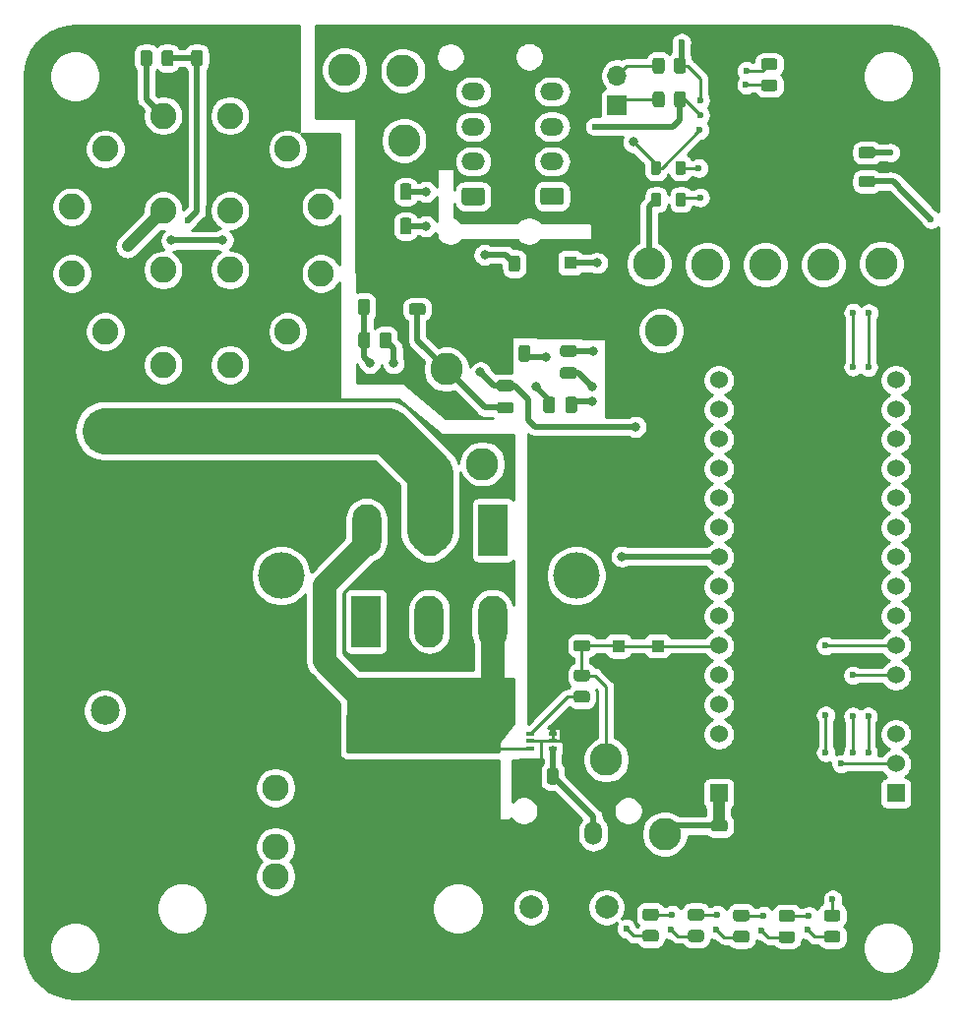
<source format=gbr>
%TF.GenerationSoftware,KiCad,Pcbnew,(5.1.9)-1*%
%TF.CreationDate,2021-04-03T20:31:08-05:00*%
%TF.ProjectId,IV Curve Tracer,49562043-7572-4766-9520-547261636572,1.1*%
%TF.SameCoordinates,Original*%
%TF.FileFunction,Copper,L2,Bot*%
%TF.FilePolarity,Positive*%
%FSLAX46Y46*%
G04 Gerber Fmt 4.6, Leading zero omitted, Abs format (unit mm)*
G04 Created by KiCad (PCBNEW (5.1.9)-1) date 2021-04-03 20:31:08*
%MOMM*%
%LPD*%
G01*
G04 APERTURE LIST*
%TA.AperFunction,SMDPad,CuDef*%
%ADD10R,0.700000X0.400000*%
%TD*%
%TA.AperFunction,ComponentPad*%
%ADD11C,2.800000*%
%TD*%
%TA.AperFunction,SMDPad,CuDef*%
%ADD12R,1.100000X1.100000*%
%TD*%
%TA.AperFunction,ComponentPad*%
%ADD13C,4.000000*%
%TD*%
%TA.AperFunction,ComponentPad*%
%ADD14O,1.500000X2.020000*%
%TD*%
%TA.AperFunction,ComponentPad*%
%ADD15C,2.250000*%
%TD*%
%TA.AperFunction,ComponentPad*%
%ADD16C,1.530000*%
%TD*%
%TA.AperFunction,ComponentPad*%
%ADD17R,1.530000X1.530000*%
%TD*%
%TA.AperFunction,ComponentPad*%
%ADD18C,2.000000*%
%TD*%
%TA.AperFunction,ComponentPad*%
%ADD19R,2.500000X4.500000*%
%TD*%
%TA.AperFunction,ComponentPad*%
%ADD20O,2.500000X4.500000*%
%TD*%
%TA.AperFunction,ComponentPad*%
%ADD21O,1.700000X1.700000*%
%TD*%
%TA.AperFunction,ComponentPad*%
%ADD22R,1.700000X1.700000*%
%TD*%
%TA.AperFunction,ComponentPad*%
%ADD23O,2.020000X1.500000*%
%TD*%
%TA.AperFunction,ComponentPad*%
%ADD24C,2.286000*%
%TD*%
%TA.AperFunction,ComponentPad*%
%ADD25C,2.500000*%
%TD*%
%TA.AperFunction,ViaPad*%
%ADD26C,0.600000*%
%TD*%
%TA.AperFunction,ViaPad*%
%ADD27C,0.800000*%
%TD*%
%TA.AperFunction,ViaPad*%
%ADD28C,2.700000*%
%TD*%
%TA.AperFunction,Conductor*%
%ADD29C,0.500000*%
%TD*%
%TA.AperFunction,Conductor*%
%ADD30C,0.250000*%
%TD*%
%TA.AperFunction,Conductor*%
%ADD31C,1.000000*%
%TD*%
%TA.AperFunction,Conductor*%
%ADD32C,4.000000*%
%TD*%
%TA.AperFunction,Conductor*%
%ADD33C,2.000000*%
%TD*%
%TA.AperFunction,Conductor*%
%ADD34C,0.254000*%
%TD*%
%TA.AperFunction,Conductor*%
%ADD35C,0.100000*%
%TD*%
G04 APERTURE END LIST*
%TO.P,C4,2*%
%TO.N,GND*%
%TA.AperFunction,SMDPad,CuDef*%
G36*
G01*
X52080000Y-34465000D02*
X52080000Y-35415000D01*
G75*
G02*
X51830000Y-35665000I-250000J0D01*
G01*
X51330000Y-35665000D01*
G75*
G02*
X51080000Y-35415000I0J250000D01*
G01*
X51080000Y-34465000D01*
G75*
G02*
X51330000Y-34215000I250000J0D01*
G01*
X51830000Y-34215000D01*
G75*
G02*
X52080000Y-34465000I0J-250000D01*
G01*
G37*
%TD.AperFunction*%
%TO.P,C4,1*%
%TO.N,Net-(C4-Pad1)*%
%TA.AperFunction,SMDPad,CuDef*%
G36*
G01*
X53980000Y-34465000D02*
X53980000Y-35415000D01*
G75*
G02*
X53730000Y-35665000I-250000J0D01*
G01*
X53230000Y-35665000D01*
G75*
G02*
X52980000Y-35415000I0J250000D01*
G01*
X52980000Y-34465000D01*
G75*
G02*
X53230000Y-34215000I250000J0D01*
G01*
X53730000Y-34215000D01*
G75*
G02*
X53980000Y-34465000I0J-250000D01*
G01*
G37*
%TD.AperFunction*%
%TD*%
D10*
%TO.P,U2,5*%
%TO.N,GND*%
X64220000Y-82210000D03*
%TO.P,U2,6*%
%TO.N,Net-(R7-Pad2)*%
X64220000Y-81560000D03*
%TO.P,U2,4*%
%TO.N,/+Current_Sense*%
X64220000Y-82860000D03*
%TO.P,U2,3*%
%TO.N,+9V*%
X66120000Y-82860000D03*
%TO.P,U2,2*%
%TO.N,GND*%
X66120000Y-82210000D03*
%TO.P,U2,1*%
X66120000Y-81560000D03*
%TD*%
D11*
%TO.P,TP1,1*%
%TO.N,+9V*%
X75750000Y-90210000D03*
%TD*%
%TO.P,R7,2*%
%TO.N,Net-(R7-Pad2)*%
%TA.AperFunction,SMDPad,CuDef*%
G36*
G01*
X68179999Y-77890000D02*
X69080001Y-77890000D01*
G75*
G02*
X69330000Y-78139999I0J-249999D01*
G01*
X69330000Y-78665001D01*
G75*
G02*
X69080001Y-78915000I-249999J0D01*
G01*
X68179999Y-78915000D01*
G75*
G02*
X67930000Y-78665001I0J249999D01*
G01*
X67930000Y-78139999D01*
G75*
G02*
X68179999Y-77890000I249999J0D01*
G01*
G37*
%TD.AperFunction*%
%TO.P,R7,1*%
%TO.N,/Array_Current*%
%TA.AperFunction,SMDPad,CuDef*%
G36*
G01*
X68179999Y-76065000D02*
X69080001Y-76065000D01*
G75*
G02*
X69330000Y-76314999I0J-249999D01*
G01*
X69330000Y-76840001D01*
G75*
G02*
X69080001Y-77090000I-249999J0D01*
G01*
X68179999Y-77090000D01*
G75*
G02*
X67930000Y-76840001I0J249999D01*
G01*
X67930000Y-76314999D01*
G75*
G02*
X68179999Y-76065000I249999J0D01*
G01*
G37*
%TD.AperFunction*%
%TD*%
%TO.P,R6,2*%
%TO.N,/+Current_Sense*%
%TA.AperFunction,SMDPad,CuDef*%
G36*
G01*
X60895001Y-82490000D02*
X59644999Y-82490000D01*
G75*
G02*
X59395000Y-82240001I0J249999D01*
G01*
X59395000Y-81614999D01*
G75*
G02*
X59644999Y-81365000I249999J0D01*
G01*
X60895001Y-81365000D01*
G75*
G02*
X61145000Y-81614999I0J-249999D01*
G01*
X61145000Y-82240001D01*
G75*
G02*
X60895001Y-82490000I-249999J0D01*
G01*
G37*
%TD.AperFunction*%
%TO.P,R6,1*%
%TO.N,GND*%
%TA.AperFunction,SMDPad,CuDef*%
G36*
G01*
X60895001Y-85415000D02*
X59644999Y-85415000D01*
G75*
G02*
X59395000Y-85165001I0J249999D01*
G01*
X59395000Y-84539999D01*
G75*
G02*
X59644999Y-84290000I249999J0D01*
G01*
X60895001Y-84290000D01*
G75*
G02*
X61145000Y-84539999I0J-249999D01*
G01*
X61145000Y-85165001D01*
G75*
G02*
X60895001Y-85415000I-249999J0D01*
G01*
G37*
%TD.AperFunction*%
%TD*%
D12*
%TO.P,D3,2*%
%TO.N,GND*%
X67620000Y-43860000D03*
%TO.P,D3,1*%
%TO.N,/Array_Voltage*%
X67620000Y-41060000D03*
%TD*%
%TO.P,D2,2*%
%TO.N,GND*%
X71790000Y-71230000D03*
%TO.P,D2,1*%
%TO.N,/Array_Current*%
X71790000Y-74030000D03*
%TD*%
%TO.P,D1,2*%
%TO.N,GND*%
X75170000Y-71225000D03*
%TO.P,D1,1*%
%TO.N,/Array_Current*%
X75170000Y-74025000D03*
%TD*%
%TO.P,C3,2*%
%TO.N,GND*%
%TA.AperFunction,SMDPad,CuDef*%
G36*
G01*
X69115000Y-72620000D02*
X68165000Y-72620000D01*
G75*
G02*
X67915000Y-72370000I0J250000D01*
G01*
X67915000Y-71870000D01*
G75*
G02*
X68165000Y-71620000I250000J0D01*
G01*
X69115000Y-71620000D01*
G75*
G02*
X69365000Y-71870000I0J-250000D01*
G01*
X69365000Y-72370000D01*
G75*
G02*
X69115000Y-72620000I-250000J0D01*
G01*
G37*
%TD.AperFunction*%
%TO.P,C3,1*%
%TO.N,/Array_Current*%
%TA.AperFunction,SMDPad,CuDef*%
G36*
G01*
X69115000Y-74520000D02*
X68165000Y-74520000D01*
G75*
G02*
X67915000Y-74270000I0J250000D01*
G01*
X67915000Y-73770000D01*
G75*
G02*
X68165000Y-73520000I250000J0D01*
G01*
X69115000Y-73520000D01*
G75*
G02*
X69365000Y-73770000I0J-250000D01*
G01*
X69365000Y-74270000D01*
G75*
G02*
X69115000Y-74520000I-250000J0D01*
G01*
G37*
%TD.AperFunction*%
%TD*%
%TO.P,C2,2*%
%TO.N,+9V*%
%TA.AperFunction,SMDPad,CuDef*%
G36*
G01*
X65630000Y-85725000D02*
X65630000Y-84775000D01*
G75*
G02*
X65880000Y-84525000I250000J0D01*
G01*
X66380000Y-84525000D01*
G75*
G02*
X66630000Y-84775000I0J-250000D01*
G01*
X66630000Y-85725000D01*
G75*
G02*
X66380000Y-85975000I-250000J0D01*
G01*
X65880000Y-85975000D01*
G75*
G02*
X65630000Y-85725000I0J250000D01*
G01*
G37*
%TD.AperFunction*%
%TO.P,C2,1*%
%TO.N,GND*%
%TA.AperFunction,SMDPad,CuDef*%
G36*
G01*
X63730000Y-85725000D02*
X63730000Y-84775000D01*
G75*
G02*
X63980000Y-84525000I250000J0D01*
G01*
X64480000Y-84525000D01*
G75*
G02*
X64730000Y-84775000I0J-250000D01*
G01*
X64730000Y-85725000D01*
G75*
G02*
X64480000Y-85975000I-250000J0D01*
G01*
X63980000Y-85975000D01*
G75*
G02*
X63730000Y-85725000I0J250000D01*
G01*
G37*
%TD.AperFunction*%
%TD*%
D11*
%TO.P,TP6,1*%
%TO.N,/Gate*%
X60070000Y-58360000D03*
%TD*%
D13*
%TO.P,HS1,1*%
%TO.N,N/C*%
X68130000Y-67980000D03*
X42730000Y-67980000D03*
%TD*%
%TO.P,J1,1*%
%TO.N,GND*%
%TA.AperFunction,ComponentPad*%
G36*
G01*
X65870000Y-90930000D02*
X65870000Y-89410000D01*
G75*
G02*
X66120000Y-89160000I250000J0D01*
G01*
X67120000Y-89160000D01*
G75*
G02*
X67370000Y-89410000I0J-250000D01*
G01*
X67370000Y-90930000D01*
G75*
G02*
X67120000Y-91180000I-250000J0D01*
G01*
X66120000Y-91180000D01*
G75*
G02*
X65870000Y-90930000I0J250000D01*
G01*
G37*
%TD.AperFunction*%
D14*
%TO.P,J1,2*%
%TO.N,+9V*%
X69620000Y-90170000D03*
%TD*%
%TO.P,C5,2*%
%TO.N,GND*%
%TA.AperFunction,SMDPad,CuDef*%
G36*
G01*
X52070000Y-37425000D02*
X52070000Y-38375000D01*
G75*
G02*
X51820000Y-38625000I-250000J0D01*
G01*
X51320000Y-38625000D01*
G75*
G02*
X51070000Y-38375000I0J250000D01*
G01*
X51070000Y-37425000D01*
G75*
G02*
X51320000Y-37175000I250000J0D01*
G01*
X51820000Y-37175000D01*
G75*
G02*
X52070000Y-37425000I0J-250000D01*
G01*
G37*
%TD.AperFunction*%
%TO.P,C5,1*%
%TO.N,Net-(C4-Pad1)*%
%TA.AperFunction,SMDPad,CuDef*%
G36*
G01*
X53970000Y-37425000D02*
X53970000Y-38375000D01*
G75*
G02*
X53720000Y-38625000I-250000J0D01*
G01*
X53220000Y-38625000D01*
G75*
G02*
X52970000Y-38375000I0J250000D01*
G01*
X52970000Y-37425000D01*
G75*
G02*
X53220000Y-37175000I250000J0D01*
G01*
X53720000Y-37175000D01*
G75*
G02*
X53970000Y-37425000I0J-250000D01*
G01*
G37*
%TD.AperFunction*%
%TD*%
%TO.P,C1,1*%
%TO.N,+9V*%
%TA.AperFunction,SMDPad,CuDef*%
G36*
G01*
X79995000Y-89010000D02*
X80945000Y-89010000D01*
G75*
G02*
X81195000Y-89260000I0J-250000D01*
G01*
X81195000Y-89760000D01*
G75*
G02*
X80945000Y-90010000I-250000J0D01*
G01*
X79995000Y-90010000D01*
G75*
G02*
X79745000Y-89760000I0J250000D01*
G01*
X79745000Y-89260000D01*
G75*
G02*
X79995000Y-89010000I250000J0D01*
G01*
G37*
%TD.AperFunction*%
%TO.P,C1,2*%
%TO.N,GND*%
%TA.AperFunction,SMDPad,CuDef*%
G36*
G01*
X79995000Y-90910000D02*
X80945000Y-90910000D01*
G75*
G02*
X81195000Y-91160000I0J-250000D01*
G01*
X81195000Y-91660000D01*
G75*
G02*
X80945000Y-91910000I-250000J0D01*
G01*
X79995000Y-91910000D01*
G75*
G02*
X79745000Y-91660000I0J250000D01*
G01*
X79745000Y-91160000D01*
G75*
G02*
X79995000Y-90910000I250000J0D01*
G01*
G37*
%TD.AperFunction*%
%TD*%
D15*
%TO.P,SW2,13*%
%TO.N,Net-(F1-Pad1)*%
X32587110Y-36547000D03*
%TO.P,SW2,16*%
%TO.N,N/C*%
X32587110Y-41673010D03*
%TO.P,SW2,15*%
X38332890Y-41673010D03*
%TO.P,SW2,14*%
%TO.N,/Voltage_Sense*%
X38332890Y-36546990D03*
%TO.P,SW2,3*%
%TO.N,Net-(R15-Pad1)*%
X32587110Y-28388200D03*
%TO.P,SW2,2*%
%TO.N,Net-(R13-Pad1)*%
X27611110Y-31261110D03*
%TO.P,SW2,1*%
%TO.N,Net-(SW2-Pad1)*%
X24738200Y-36237110D03*
%TO.P,SW2,12*%
%TO.N,N/C*%
X24738200Y-41982890D03*
%TO.P,SW2,11*%
X27611110Y-46958890D03*
%TO.P,SW2,10*%
X32587110Y-49831800D03*
%TO.P,SW2,9*%
%TO.N,Net-(R15-Pad2)*%
X38332890Y-49831800D03*
%TO.P,SW2,8*%
%TO.N,Net-(R13-Pad2)*%
X43308890Y-46958890D03*
%TO.P,SW2,7*%
%TO.N,Net-(SW2-Pad1)*%
X46181800Y-41982890D03*
%TO.P,SW2,6*%
%TO.N,N/C*%
X46181800Y-36237110D03*
%TO.P,SW2,5*%
X43308890Y-31261110D03*
%TO.P,SW2,4*%
X38332890Y-28388200D03*
%TD*%
D16*
%TO.P,U1,15*%
%TO.N,Net-(U1-Pad15)*%
X95660000Y-51155000D03*
%TO.P,U1,14*%
%TO.N,Net-(U1-Pad14)*%
X95660000Y-53695000D03*
%TO.P,U1,13*%
%TO.N,Net-(U1-Pad13)*%
X95660000Y-56235000D03*
%TO.P,U1,12*%
%TO.N,/CAN_Rx*%
X95660000Y-58775000D03*
%TO.P,U1,11*%
%TO.N,Net-(U1-Pad11)*%
X95660000Y-61315000D03*
%TO.P,U1,10*%
%TO.N,Net-(U1-Pad10)*%
X95660000Y-63855000D03*
%TO.P,U1,9*%
%TO.N,Net-(U1-Pad9)*%
X95660000Y-66395000D03*
%TO.P,U1,8*%
%TO.N,Net-(U1-Pad8)*%
X95660000Y-68935000D03*
%TO.P,U1,7*%
%TO.N,Net-(U1-Pad7)*%
X95660000Y-71475000D03*
%TO.P,U1,6*%
%TO.N,/Heartbeat*%
X95660000Y-74015000D03*
%TO.P,U1,5*%
%TO.N,/CAN_Tx*%
X95660000Y-76555000D03*
%TO.P,U1,4*%
%TO.N,GND*%
X95660000Y-79095000D03*
%TO.P,U1,3*%
%TO.N,/Reset*%
X95660000Y-81635000D03*
%TO.P,U1,2*%
%TO.N,/Scanning*%
X95660000Y-84175000D03*
D17*
%TO.P,U1,1*%
%TO.N,/Error*%
X95660000Y-86715000D03*
D16*
%TO.P,U1,16*%
%TO.N,Net-(U1-Pad16)*%
X80420000Y-51155000D03*
%TO.P,U1,17*%
%TO.N,+3V3*%
X80420000Y-53695000D03*
%TO.P,U1,18*%
%TO.N,Net-(U1-Pad18)*%
X80420000Y-56235000D03*
%TO.P,U1,19*%
%TO.N,/Array_Voltage*%
X80420000Y-58775000D03*
%TO.P,U1,20*%
%TO.N,Net-(U1-Pad20)*%
X80420000Y-61315000D03*
%TO.P,U1,21*%
%TO.N,Net-(U1-Pad21)*%
X80420000Y-63855000D03*
%TO.P,U1,22*%
%TO.N,/DAC_Control*%
X80420000Y-66395000D03*
%TO.P,U1,23*%
%TO.N,Net-(U1-Pad23)*%
X80420000Y-68935000D03*
%TO.P,U1,24*%
%TO.N,Net-(U1-Pad24)*%
X80420000Y-71475000D03*
%TO.P,U1,25*%
%TO.N,/Array_Current*%
X80420000Y-74015000D03*
%TO.P,U1,26*%
%TO.N,Net-(U1-Pad26)*%
X80420000Y-76555000D03*
%TO.P,U1,27*%
%TO.N,+5V*%
X80420000Y-79095000D03*
%TO.P,U1,28*%
%TO.N,/Reset*%
X80420000Y-81635000D03*
%TO.P,U1,29*%
%TO.N,GND*%
X80420000Y-84175000D03*
D17*
%TO.P,U1,30*%
%TO.N,+9V*%
X80420000Y-86715000D03*
%TD*%
D11*
%TO.P,TP15,1*%
%TO.N,Net-(J3-Pad4)*%
X53220000Y-24520000D03*
%TD*%
%TO.P,TP14,1*%
%TO.N,Net-(J3-Pad3)*%
X48220000Y-24440000D03*
%TD*%
%TO.P,TP13,1*%
%TO.N,Net-(C16-Pad2)*%
X84400000Y-41240000D03*
%TD*%
%TO.P,TP12,1*%
%TO.N,Net-(C17-Pad2)*%
X53310000Y-30520000D03*
%TD*%
%TO.P,TP11,1*%
%TO.N,Net-(C17-Pad1)*%
X74400000Y-41140000D03*
%TD*%
%TO.P,TP10,1*%
%TO.N,Net-(C16-Pad1)*%
X79390000Y-41210000D03*
%TD*%
%TO.P,TP9,1*%
%TO.N,/CAN_Rx*%
X94430000Y-41090000D03*
%TD*%
%TO.P,TP8,1*%
%TO.N,/CAN_Tx*%
X89430000Y-41220000D03*
%TD*%
%TO.P,TP7,1*%
%TO.N,GND*%
X26340000Y-89090000D03*
%TD*%
%TO.P,TP5,1*%
%TO.N,+10V*%
X56960000Y-50220000D03*
%TD*%
%TO.P,TP4,1*%
%TO.N,/Array_Voltage*%
X75460000Y-46920000D03*
%TD*%
%TO.P,TP3,1*%
%TO.N,/Array_Current*%
X70730000Y-83830000D03*
%TD*%
%TO.P,TP2,1*%
%TO.N,GND*%
X75780000Y-83900000D03*
%TD*%
D18*
%TO.P,SW1,2*%
%TO.N,/Reset*%
X70750000Y-96530000D03*
%TO.P,SW1,1*%
%TO.N,GND*%
X70750000Y-101030000D03*
%TO.P,SW1,2*%
%TO.N,/Reset*%
X64250000Y-96530000D03*
%TO.P,SW1,1*%
%TO.N,GND*%
X64250000Y-101030000D03*
%TD*%
%TO.P,R19,2*%
%TO.N,Net-(JP1-Pad2)*%
%TA.AperFunction,SMDPad,CuDef*%
G36*
G01*
X75750000Y-23639999D02*
X75750000Y-24540001D01*
G75*
G02*
X75500001Y-24790000I-249999J0D01*
G01*
X74974999Y-24790000D01*
G75*
G02*
X74725000Y-24540001I0J249999D01*
G01*
X74725000Y-23639999D01*
G75*
G02*
X74974999Y-23390000I249999J0D01*
G01*
X75500001Y-23390000D01*
G75*
G02*
X75750000Y-23639999I0J-249999D01*
G01*
G37*
%TD.AperFunction*%
%TO.P,R19,1*%
%TO.N,Net-(J3-Pad4)*%
%TA.AperFunction,SMDPad,CuDef*%
G36*
G01*
X77575000Y-23639999D02*
X77575000Y-24540001D01*
G75*
G02*
X77325001Y-24790000I-249999J0D01*
G01*
X76799999Y-24790000D01*
G75*
G02*
X76550000Y-24540001I0J249999D01*
G01*
X76550000Y-23639999D01*
G75*
G02*
X76799999Y-23390000I249999J0D01*
G01*
X77325001Y-23390000D01*
G75*
G02*
X77575000Y-23639999I0J-249999D01*
G01*
G37*
%TD.AperFunction*%
%TD*%
%TO.P,R18,2*%
%TO.N,Net-(J3-Pad3)*%
%TA.AperFunction,SMDPad,CuDef*%
G36*
G01*
X76550000Y-27440001D02*
X76550000Y-26539999D01*
G75*
G02*
X76799999Y-26290000I249999J0D01*
G01*
X77325001Y-26290000D01*
G75*
G02*
X77575000Y-26539999I0J-249999D01*
G01*
X77575000Y-27440001D01*
G75*
G02*
X77325001Y-27690000I-249999J0D01*
G01*
X76799999Y-27690000D01*
G75*
G02*
X76550000Y-27440001I0J249999D01*
G01*
G37*
%TD.AperFunction*%
%TO.P,R18,1*%
%TO.N,Net-(JP1-Pad1)*%
%TA.AperFunction,SMDPad,CuDef*%
G36*
G01*
X74725000Y-27440001D02*
X74725000Y-26539999D01*
G75*
G02*
X74974999Y-26290000I249999J0D01*
G01*
X75500001Y-26290000D01*
G75*
G02*
X75750000Y-26539999I0J-249999D01*
G01*
X75750000Y-27440001D01*
G75*
G02*
X75500001Y-27690000I-249999J0D01*
G01*
X74974999Y-27690000D01*
G75*
G02*
X74725000Y-27440001I0J249999D01*
G01*
G37*
%TD.AperFunction*%
%TD*%
%TO.P,R17,2*%
%TO.N,Net-(R17-Pad2)*%
%TA.AperFunction,SMDPad,CuDef*%
G36*
G01*
X84309999Y-25277500D02*
X85210001Y-25277500D01*
G75*
G02*
X85460000Y-25527499I0J-249999D01*
G01*
X85460000Y-26052501D01*
G75*
G02*
X85210001Y-26302500I-249999J0D01*
G01*
X84309999Y-26302500D01*
G75*
G02*
X84060000Y-26052501I0J249999D01*
G01*
X84060000Y-25527499D01*
G75*
G02*
X84309999Y-25277500I249999J0D01*
G01*
G37*
%TD.AperFunction*%
%TO.P,R17,1*%
%TO.N,Net-(C17-Pad2)*%
%TA.AperFunction,SMDPad,CuDef*%
G36*
G01*
X84309999Y-23452500D02*
X85210001Y-23452500D01*
G75*
G02*
X85460000Y-23702499I0J-249999D01*
G01*
X85460000Y-24227501D01*
G75*
G02*
X85210001Y-24477500I-249999J0D01*
G01*
X84309999Y-24477500D01*
G75*
G02*
X84060000Y-24227501I0J249999D01*
G01*
X84060000Y-23702499D01*
G75*
G02*
X84309999Y-23452500I249999J0D01*
G01*
G37*
%TD.AperFunction*%
%TD*%
%TO.P,R16,2*%
%TO.N,GND*%
%TA.AperFunction,SMDPad,CuDef*%
G36*
G01*
X36812500Y-23890001D02*
X36812500Y-22989999D01*
G75*
G02*
X37062499Y-22740000I249999J0D01*
G01*
X37587501Y-22740000D01*
G75*
G02*
X37837500Y-22989999I0J-249999D01*
G01*
X37837500Y-23890001D01*
G75*
G02*
X37587501Y-24140000I-249999J0D01*
G01*
X37062499Y-24140000D01*
G75*
G02*
X36812500Y-23890001I0J249999D01*
G01*
G37*
%TD.AperFunction*%
%TO.P,R16,1*%
%TO.N,Net-(R15-Pad2)*%
%TA.AperFunction,SMDPad,CuDef*%
G36*
G01*
X34987500Y-23890001D02*
X34987500Y-22989999D01*
G75*
G02*
X35237499Y-22740000I249999J0D01*
G01*
X35762501Y-22740000D01*
G75*
G02*
X36012500Y-22989999I0J-249999D01*
G01*
X36012500Y-23890001D01*
G75*
G02*
X35762501Y-24140000I-249999J0D01*
G01*
X35237499Y-24140000D01*
G75*
G02*
X34987500Y-23890001I0J249999D01*
G01*
G37*
%TD.AperFunction*%
%TD*%
%TO.P,R15,2*%
%TO.N,Net-(R15-Pad2)*%
%TA.AperFunction,SMDPad,CuDef*%
G36*
G01*
X32460000Y-23890001D02*
X32460000Y-22989999D01*
G75*
G02*
X32709999Y-22740000I249999J0D01*
G01*
X33235001Y-22740000D01*
G75*
G02*
X33485000Y-22989999I0J-249999D01*
G01*
X33485000Y-23890001D01*
G75*
G02*
X33235001Y-24140000I-249999J0D01*
G01*
X32709999Y-24140000D01*
G75*
G02*
X32460000Y-23890001I0J249999D01*
G01*
G37*
%TD.AperFunction*%
%TO.P,R15,1*%
%TO.N,Net-(R15-Pad1)*%
%TA.AperFunction,SMDPad,CuDef*%
G36*
G01*
X30635000Y-23890001D02*
X30635000Y-22989999D01*
G75*
G02*
X30884999Y-22740000I249999J0D01*
G01*
X31410001Y-22740000D01*
G75*
G02*
X31660000Y-22989999I0J-249999D01*
G01*
X31660000Y-23890001D01*
G75*
G02*
X31410001Y-24140000I-249999J0D01*
G01*
X30884999Y-24140000D01*
G75*
G02*
X30635000Y-23890001I0J249999D01*
G01*
G37*
%TD.AperFunction*%
%TD*%
%TO.P,R12,1*%
%TO.N,Net-(R11-Pad2)*%
%TA.AperFunction,SMDPad,CuDef*%
G36*
G01*
X49365000Y-45290001D02*
X49365000Y-44389999D01*
G75*
G02*
X49614999Y-44140000I249999J0D01*
G01*
X50140001Y-44140000D01*
G75*
G02*
X50390000Y-44389999I0J-249999D01*
G01*
X50390000Y-45290001D01*
G75*
G02*
X50140001Y-45540000I-249999J0D01*
G01*
X49614999Y-45540000D01*
G75*
G02*
X49365000Y-45290001I0J249999D01*
G01*
G37*
%TD.AperFunction*%
%TO.P,R12,2*%
%TO.N,GND*%
%TA.AperFunction,SMDPad,CuDef*%
G36*
G01*
X51190000Y-45290001D02*
X51190000Y-44389999D01*
G75*
G02*
X51439999Y-44140000I249999J0D01*
G01*
X51965001Y-44140000D01*
G75*
G02*
X52215000Y-44389999I0J-249999D01*
G01*
X52215000Y-45290001D01*
G75*
G02*
X51965001Y-45540000I-249999J0D01*
G01*
X51439999Y-45540000D01*
G75*
G02*
X51190000Y-45290001I0J249999D01*
G01*
G37*
%TD.AperFunction*%
%TD*%
%TO.P,R11,1*%
%TO.N,/Gate*%
%TA.AperFunction,SMDPad,CuDef*%
G36*
G01*
X52247500Y-47269999D02*
X52247500Y-48170001D01*
G75*
G02*
X51997501Y-48420000I-249999J0D01*
G01*
X51472499Y-48420000D01*
G75*
G02*
X51222500Y-48170001I0J249999D01*
G01*
X51222500Y-47269999D01*
G75*
G02*
X51472499Y-47020000I249999J0D01*
G01*
X51997501Y-47020000D01*
G75*
G02*
X52247500Y-47269999I0J-249999D01*
G01*
G37*
%TD.AperFunction*%
%TO.P,R11,2*%
%TO.N,Net-(R11-Pad2)*%
%TA.AperFunction,SMDPad,CuDef*%
G36*
G01*
X50422500Y-47269999D02*
X50422500Y-48170001D01*
G75*
G02*
X50172501Y-48420000I-249999J0D01*
G01*
X49647499Y-48420000D01*
G75*
G02*
X49397500Y-48170001I0J249999D01*
G01*
X49397500Y-47269999D01*
G75*
G02*
X49647499Y-47020000I249999J0D01*
G01*
X50172501Y-47020000D01*
G75*
G02*
X50422500Y-47269999I0J-249999D01*
G01*
G37*
%TD.AperFunction*%
%TD*%
%TO.P,R9,2*%
%TO.N,GND*%
%TA.AperFunction,SMDPad,CuDef*%
G36*
G01*
X64127500Y-41580001D02*
X64127500Y-40679999D01*
G75*
G02*
X64377499Y-40430000I249999J0D01*
G01*
X64902501Y-40430000D01*
G75*
G02*
X65152500Y-40679999I0J-249999D01*
G01*
X65152500Y-41580001D01*
G75*
G02*
X64902501Y-41830000I-249999J0D01*
G01*
X64377499Y-41830000D01*
G75*
G02*
X64127500Y-41580001I0J249999D01*
G01*
G37*
%TD.AperFunction*%
%TO.P,R9,1*%
%TO.N,Net-(R10-Pad2)*%
%TA.AperFunction,SMDPad,CuDef*%
G36*
G01*
X62302500Y-41580001D02*
X62302500Y-40679999D01*
G75*
G02*
X62552499Y-40430000I249999J0D01*
G01*
X63077501Y-40430000D01*
G75*
G02*
X63327500Y-40679999I0J-249999D01*
G01*
X63327500Y-41580001D01*
G75*
G02*
X63077501Y-41830000I-249999J0D01*
G01*
X62552499Y-41830000D01*
G75*
G02*
X62302500Y-41580001I0J249999D01*
G01*
G37*
%TD.AperFunction*%
%TD*%
%TO.P,R5,2*%
%TO.N,/Error*%
%TA.AperFunction,SMDPad,CuDef*%
G36*
G01*
X90630001Y-97757500D02*
X89729999Y-97757500D01*
G75*
G02*
X89480000Y-97507501I0J249999D01*
G01*
X89480000Y-96982499D01*
G75*
G02*
X89729999Y-96732500I249999J0D01*
G01*
X90630001Y-96732500D01*
G75*
G02*
X90880000Y-96982499I0J-249999D01*
G01*
X90880000Y-97507501D01*
G75*
G02*
X90630001Y-97757500I-249999J0D01*
G01*
G37*
%TD.AperFunction*%
%TO.P,R5,1*%
%TO.N,Net-(LED5-Pad2)*%
%TA.AperFunction,SMDPad,CuDef*%
G36*
G01*
X90630001Y-99582500D02*
X89729999Y-99582500D01*
G75*
G02*
X89480000Y-99332501I0J249999D01*
G01*
X89480000Y-98807499D01*
G75*
G02*
X89729999Y-98557500I249999J0D01*
G01*
X90630001Y-98557500D01*
G75*
G02*
X90880000Y-98807499I0J-249999D01*
G01*
X90880000Y-99332501D01*
G75*
G02*
X90630001Y-99582500I-249999J0D01*
G01*
G37*
%TD.AperFunction*%
%TD*%
%TO.P,R4,2*%
%TO.N,/CAN_Tx*%
%TA.AperFunction,SMDPad,CuDef*%
G36*
G01*
X82810001Y-97742500D02*
X81909999Y-97742500D01*
G75*
G02*
X81660000Y-97492501I0J249999D01*
G01*
X81660000Y-96967499D01*
G75*
G02*
X81909999Y-96717500I249999J0D01*
G01*
X82810001Y-96717500D01*
G75*
G02*
X83060000Y-96967499I0J-249999D01*
G01*
X83060000Y-97492501D01*
G75*
G02*
X82810001Y-97742500I-249999J0D01*
G01*
G37*
%TD.AperFunction*%
%TO.P,R4,1*%
%TO.N,Net-(LED4-Pad2)*%
%TA.AperFunction,SMDPad,CuDef*%
G36*
G01*
X82810001Y-99567500D02*
X81909999Y-99567500D01*
G75*
G02*
X81660000Y-99317501I0J249999D01*
G01*
X81660000Y-98792499D01*
G75*
G02*
X81909999Y-98542500I249999J0D01*
G01*
X82810001Y-98542500D01*
G75*
G02*
X83060000Y-98792499I0J-249999D01*
G01*
X83060000Y-99317501D01*
G75*
G02*
X82810001Y-99567500I-249999J0D01*
G01*
G37*
%TD.AperFunction*%
%TD*%
%TO.P,R3,2*%
%TO.N,/CAN_Rx*%
%TA.AperFunction,SMDPad,CuDef*%
G36*
G01*
X86720001Y-97782500D02*
X85819999Y-97782500D01*
G75*
G02*
X85570000Y-97532501I0J249999D01*
G01*
X85570000Y-97007499D01*
G75*
G02*
X85819999Y-96757500I249999J0D01*
G01*
X86720001Y-96757500D01*
G75*
G02*
X86970000Y-97007499I0J-249999D01*
G01*
X86970000Y-97532501D01*
G75*
G02*
X86720001Y-97782500I-249999J0D01*
G01*
G37*
%TD.AperFunction*%
%TO.P,R3,1*%
%TO.N,Net-(LED3-Pad2)*%
%TA.AperFunction,SMDPad,CuDef*%
G36*
G01*
X86720001Y-99607500D02*
X85819999Y-99607500D01*
G75*
G02*
X85570000Y-99357501I0J249999D01*
G01*
X85570000Y-98832499D01*
G75*
G02*
X85819999Y-98582500I249999J0D01*
G01*
X86720001Y-98582500D01*
G75*
G02*
X86970000Y-98832499I0J-249999D01*
G01*
X86970000Y-99357501D01*
G75*
G02*
X86720001Y-99607500I-249999J0D01*
G01*
G37*
%TD.AperFunction*%
%TD*%
%TO.P,R2,2*%
%TO.N,/Scanning*%
%TA.AperFunction,SMDPad,CuDef*%
G36*
G01*
X78900001Y-97687500D02*
X77999999Y-97687500D01*
G75*
G02*
X77750000Y-97437501I0J249999D01*
G01*
X77750000Y-96912499D01*
G75*
G02*
X77999999Y-96662500I249999J0D01*
G01*
X78900001Y-96662500D01*
G75*
G02*
X79150000Y-96912499I0J-249999D01*
G01*
X79150000Y-97437501D01*
G75*
G02*
X78900001Y-97687500I-249999J0D01*
G01*
G37*
%TD.AperFunction*%
%TO.P,R2,1*%
%TO.N,Net-(LED2-Pad2)*%
%TA.AperFunction,SMDPad,CuDef*%
G36*
G01*
X78900001Y-99512500D02*
X77999999Y-99512500D01*
G75*
G02*
X77750000Y-99262501I0J249999D01*
G01*
X77750000Y-98737499D01*
G75*
G02*
X77999999Y-98487500I249999J0D01*
G01*
X78900001Y-98487500D01*
G75*
G02*
X79150000Y-98737499I0J-249999D01*
G01*
X79150000Y-99262501D01*
G75*
G02*
X78900001Y-99512500I-249999J0D01*
G01*
G37*
%TD.AperFunction*%
%TD*%
%TO.P,R1,2*%
%TO.N,/Heartbeat*%
%TA.AperFunction,SMDPad,CuDef*%
G36*
G01*
X75000001Y-97670000D02*
X74099999Y-97670000D01*
G75*
G02*
X73850000Y-97420001I0J249999D01*
G01*
X73850000Y-96894999D01*
G75*
G02*
X74099999Y-96645000I249999J0D01*
G01*
X75000001Y-96645000D01*
G75*
G02*
X75250000Y-96894999I0J-249999D01*
G01*
X75250000Y-97420001D01*
G75*
G02*
X75000001Y-97670000I-249999J0D01*
G01*
G37*
%TD.AperFunction*%
%TO.P,R1,1*%
%TO.N,Net-(LED1-Pad2)*%
%TA.AperFunction,SMDPad,CuDef*%
G36*
G01*
X75000001Y-99495000D02*
X74099999Y-99495000D01*
G75*
G02*
X73850000Y-99245001I0J249999D01*
G01*
X73850000Y-98719999D01*
G75*
G02*
X74099999Y-98470000I249999J0D01*
G01*
X75000001Y-98470000D01*
G75*
G02*
X75250000Y-98719999I0J-249999D01*
G01*
X75250000Y-99245001D01*
G75*
G02*
X75000001Y-99495000I-249999J0D01*
G01*
G37*
%TD.AperFunction*%
%TD*%
D19*
%TO.P,Q2,1*%
%TO.N,/Gate*%
X61000000Y-64070000D03*
D20*
%TO.P,Q2,2*%
%TO.N,Net-(F1-Pad1)*%
X55550000Y-64070000D03*
%TO.P,Q2,3*%
%TO.N,/+Current_Sense*%
X50100000Y-64070000D03*
%TD*%
D19*
%TO.P,Q1,1*%
%TO.N,/Gate*%
X50040000Y-71930000D03*
D20*
%TO.P,Q1,2*%
%TO.N,Net-(F1-Pad1)*%
X55490000Y-71930000D03*
%TO.P,Q1,3*%
%TO.N,/+Current_Sense*%
X60940000Y-71930000D03*
%TD*%
%TO.P,L2,2*%
%TO.N,Net-(C16-Pad2)*%
%TA.AperFunction,SMDPad,CuDef*%
G36*
G01*
X76692500Y-33281250D02*
X76692500Y-32518750D01*
G75*
G02*
X76911250Y-32300000I218750J0D01*
G01*
X77348750Y-32300000D01*
G75*
G02*
X77567500Y-32518750I0J-218750D01*
G01*
X77567500Y-33281250D01*
G75*
G02*
X77348750Y-33500000I-218750J0D01*
G01*
X76911250Y-33500000D01*
G75*
G02*
X76692500Y-33281250I0J218750D01*
G01*
G37*
%TD.AperFunction*%
%TO.P,L2,1*%
%TO.N,Net-(C17-Pad2)*%
%TA.AperFunction,SMDPad,CuDef*%
G36*
G01*
X74567500Y-33281250D02*
X74567500Y-32518750D01*
G75*
G02*
X74786250Y-32300000I218750J0D01*
G01*
X75223750Y-32300000D01*
G75*
G02*
X75442500Y-32518750I0J-218750D01*
G01*
X75442500Y-33281250D01*
G75*
G02*
X75223750Y-33500000I-218750J0D01*
G01*
X74786250Y-33500000D01*
G75*
G02*
X74567500Y-33281250I0J218750D01*
G01*
G37*
%TD.AperFunction*%
%TD*%
%TO.P,L1,2*%
%TO.N,Net-(C16-Pad1)*%
%TA.AperFunction,SMDPad,CuDef*%
G36*
G01*
X76715000Y-36001250D02*
X76715000Y-35238750D01*
G75*
G02*
X76933750Y-35020000I218750J0D01*
G01*
X77371250Y-35020000D01*
G75*
G02*
X77590000Y-35238750I0J-218750D01*
G01*
X77590000Y-36001250D01*
G75*
G02*
X77371250Y-36220000I-218750J0D01*
G01*
X76933750Y-36220000D01*
G75*
G02*
X76715000Y-36001250I0J218750D01*
G01*
G37*
%TD.AperFunction*%
%TO.P,L1,1*%
%TO.N,Net-(C17-Pad1)*%
%TA.AperFunction,SMDPad,CuDef*%
G36*
G01*
X74590000Y-36001250D02*
X74590000Y-35238750D01*
G75*
G02*
X74808750Y-35020000I218750J0D01*
G01*
X75246250Y-35020000D01*
G75*
G02*
X75465000Y-35238750I0J-218750D01*
G01*
X75465000Y-36001250D01*
G75*
G02*
X75246250Y-36220000I-218750J0D01*
G01*
X74808750Y-36220000D01*
G75*
G02*
X74590000Y-36001250I0J218750D01*
G01*
G37*
%TD.AperFunction*%
%TD*%
D21*
%TO.P,JP1,2*%
%TO.N,Net-(JP1-Pad2)*%
X71660000Y-24950000D03*
D22*
%TO.P,JP1,1*%
%TO.N,Net-(JP1-Pad1)*%
X71660000Y-27490000D03*
%TD*%
D23*
%TO.P,J4,4*%
%TO.N,Net-(J3-Pad4)*%
X59280000Y-26340000D03*
%TO.P,J4,3*%
%TO.N,Net-(J3-Pad3)*%
X59280000Y-29340000D03*
%TO.P,J4,2*%
%TO.N,Net-(C17-Pad2)*%
X59280000Y-32340000D03*
%TO.P,J4,1*%
%TO.N,Net-(C17-Pad1)*%
%TA.AperFunction,ComponentPad*%
G36*
G01*
X60040000Y-36090000D02*
X58520000Y-36090000D01*
G75*
G02*
X58270000Y-35840000I0J250000D01*
G01*
X58270000Y-34840000D01*
G75*
G02*
X58520000Y-34590000I250000J0D01*
G01*
X60040000Y-34590000D01*
G75*
G02*
X60290000Y-34840000I0J-250000D01*
G01*
X60290000Y-35840000D01*
G75*
G02*
X60040000Y-36090000I-250000J0D01*
G01*
G37*
%TD.AperFunction*%
%TD*%
%TO.P,J3,4*%
%TO.N,Net-(J3-Pad4)*%
X66060000Y-26330000D03*
%TO.P,J3,3*%
%TO.N,Net-(J3-Pad3)*%
X66060000Y-29330000D03*
%TO.P,J3,2*%
%TO.N,Net-(C17-Pad2)*%
X66060000Y-32330000D03*
%TO.P,J3,1*%
%TO.N,Net-(C17-Pad1)*%
%TA.AperFunction,ComponentPad*%
G36*
G01*
X66820000Y-36080000D02*
X65300000Y-36080000D01*
G75*
G02*
X65050000Y-35830000I0J250000D01*
G01*
X65050000Y-34830000D01*
G75*
G02*
X65300000Y-34580000I250000J0D01*
G01*
X66820000Y-34580000D01*
G75*
G02*
X67070000Y-34830000I0J-250000D01*
G01*
X67070000Y-35830000D01*
G75*
G02*
X66820000Y-36080000I-250000J0D01*
G01*
G37*
%TD.AperFunction*%
%TD*%
D24*
%TO.P,J2,1*%
%TO.N,Net-(F1-Pad2)*%
X42280000Y-86230000D03*
%TO.P,J2,2*%
%TO.N,GND*%
X49900000Y-86230000D03*
%TO.P,J2,1*%
%TO.N,Net-(F1-Pad2)*%
X42280000Y-91310000D03*
X42280000Y-93850000D03*
%TO.P,J2,2*%
%TO.N,GND*%
X49900000Y-91310000D03*
X49900000Y-93850000D03*
%TD*%
D25*
%TO.P,F1,1*%
%TO.N,Net-(F1-Pad1)*%
X27570000Y-55500000D03*
%TO.P,F1,2*%
%TO.N,Net-(F1-Pad2)*%
X27570000Y-79600000D03*
%TD*%
%TO.P,C15,2*%
%TO.N,GND*%
%TA.AperFunction,SMDPad,CuDef*%
G36*
G01*
X93645000Y-30170000D02*
X92695000Y-30170000D01*
G75*
G02*
X92445000Y-29920000I0J250000D01*
G01*
X92445000Y-29420000D01*
G75*
G02*
X92695000Y-29170000I250000J0D01*
G01*
X93645000Y-29170000D01*
G75*
G02*
X93895000Y-29420000I0J-250000D01*
G01*
X93895000Y-29920000D01*
G75*
G02*
X93645000Y-30170000I-250000J0D01*
G01*
G37*
%TD.AperFunction*%
%TO.P,C15,1*%
%TO.N,+3V3*%
%TA.AperFunction,SMDPad,CuDef*%
G36*
G01*
X93645000Y-32070000D02*
X92695000Y-32070000D01*
G75*
G02*
X92445000Y-31820000I0J250000D01*
G01*
X92445000Y-31320000D01*
G75*
G02*
X92695000Y-31070000I250000J0D01*
G01*
X93645000Y-31070000D01*
G75*
G02*
X93895000Y-31320000I0J-250000D01*
G01*
X93895000Y-31820000D01*
G75*
G02*
X93645000Y-32070000I-250000J0D01*
G01*
G37*
%TD.AperFunction*%
%TD*%
%TO.P,C13,2*%
%TO.N,GND*%
%TA.AperFunction,SMDPad,CuDef*%
G36*
G01*
X92695000Y-35460000D02*
X93645000Y-35460000D01*
G75*
G02*
X93895000Y-35710000I0J-250000D01*
G01*
X93895000Y-36210000D01*
G75*
G02*
X93645000Y-36460000I-250000J0D01*
G01*
X92695000Y-36460000D01*
G75*
G02*
X92445000Y-36210000I0J250000D01*
G01*
X92445000Y-35710000D01*
G75*
G02*
X92695000Y-35460000I250000J0D01*
G01*
G37*
%TD.AperFunction*%
%TO.P,C13,1*%
%TO.N,+5V*%
%TA.AperFunction,SMDPad,CuDef*%
G36*
G01*
X92695000Y-33560000D02*
X93645000Y-33560000D01*
G75*
G02*
X93895000Y-33810000I0J-250000D01*
G01*
X93895000Y-34310000D01*
G75*
G02*
X93645000Y-34560000I-250000J0D01*
G01*
X92695000Y-34560000D01*
G75*
G02*
X92445000Y-34310000I0J250000D01*
G01*
X92445000Y-33810000D01*
G75*
G02*
X92695000Y-33560000I250000J0D01*
G01*
G37*
%TD.AperFunction*%
%TD*%
%TO.P,C11,1*%
%TO.N,GND*%
%TA.AperFunction,SMDPad,CuDef*%
G36*
G01*
X61290000Y-49335000D02*
X61290000Y-48385000D01*
G75*
G02*
X61540000Y-48135000I250000J0D01*
G01*
X62040000Y-48135000D01*
G75*
G02*
X62290000Y-48385000I0J-250000D01*
G01*
X62290000Y-49335000D01*
G75*
G02*
X62040000Y-49585000I-250000J0D01*
G01*
X61540000Y-49585000D01*
G75*
G02*
X61290000Y-49335000I0J250000D01*
G01*
G37*
%TD.AperFunction*%
%TO.P,C11,2*%
%TO.N,-10V*%
%TA.AperFunction,SMDPad,CuDef*%
G36*
G01*
X63190000Y-49335000D02*
X63190000Y-48385000D01*
G75*
G02*
X63440000Y-48135000I250000J0D01*
G01*
X63940000Y-48135000D01*
G75*
G02*
X64190000Y-48385000I0J-250000D01*
G01*
X64190000Y-49335000D01*
G75*
G02*
X63940000Y-49585000I-250000J0D01*
G01*
X63440000Y-49585000D01*
G75*
G02*
X63190000Y-49335000I0J250000D01*
G01*
G37*
%TD.AperFunction*%
%TD*%
%TO.P,C10,1*%
%TO.N,+10V*%
%TA.AperFunction,SMDPad,CuDef*%
G36*
G01*
X62515000Y-54030000D02*
X61565000Y-54030000D01*
G75*
G02*
X61315000Y-53780000I0J250000D01*
G01*
X61315000Y-53280000D01*
G75*
G02*
X61565000Y-53030000I250000J0D01*
G01*
X62515000Y-53030000D01*
G75*
G02*
X62765000Y-53280000I0J-250000D01*
G01*
X62765000Y-53780000D01*
G75*
G02*
X62515000Y-54030000I-250000J0D01*
G01*
G37*
%TD.AperFunction*%
%TO.P,C10,2*%
%TO.N,+5V*%
%TA.AperFunction,SMDPad,CuDef*%
G36*
G01*
X62515000Y-52130000D02*
X61565000Y-52130000D01*
G75*
G02*
X61315000Y-51880000I0J250000D01*
G01*
X61315000Y-51380000D01*
G75*
G02*
X61565000Y-51130000I250000J0D01*
G01*
X62515000Y-51130000D01*
G75*
G02*
X62765000Y-51380000I0J-250000D01*
G01*
X62765000Y-51880000D01*
G75*
G02*
X62515000Y-52130000I-250000J0D01*
G01*
G37*
%TD.AperFunction*%
%TD*%
%TO.P,C9,1*%
%TO.N,Net-(C9-Pad1)*%
%TA.AperFunction,SMDPad,CuDef*%
G36*
G01*
X68220000Y-52815000D02*
X68220000Y-53765000D01*
G75*
G02*
X67970000Y-54015000I-250000J0D01*
G01*
X67470000Y-54015000D01*
G75*
G02*
X67220000Y-53765000I0J250000D01*
G01*
X67220000Y-52815000D01*
G75*
G02*
X67470000Y-52565000I250000J0D01*
G01*
X67970000Y-52565000D01*
G75*
G02*
X68220000Y-52815000I0J-250000D01*
G01*
G37*
%TD.AperFunction*%
%TO.P,C9,2*%
%TO.N,Net-(C9-Pad2)*%
%TA.AperFunction,SMDPad,CuDef*%
G36*
G01*
X66320000Y-52815000D02*
X66320000Y-53765000D01*
G75*
G02*
X66070000Y-54015000I-250000J0D01*
G01*
X65570000Y-54015000D01*
G75*
G02*
X65320000Y-53765000I0J250000D01*
G01*
X65320000Y-52815000D01*
G75*
G02*
X65570000Y-52565000I250000J0D01*
G01*
X66070000Y-52565000D01*
G75*
G02*
X66320000Y-52815000I0J-250000D01*
G01*
G37*
%TD.AperFunction*%
%TD*%
%TO.P,C8,1*%
%TO.N,Net-(C8-Pad1)*%
%TA.AperFunction,SMDPad,CuDef*%
G36*
G01*
X67005000Y-48150000D02*
X67955000Y-48150000D01*
G75*
G02*
X68205000Y-48400000I0J-250000D01*
G01*
X68205000Y-48900000D01*
G75*
G02*
X67955000Y-49150000I-250000J0D01*
G01*
X67005000Y-49150000D01*
G75*
G02*
X66755000Y-48900000I0J250000D01*
G01*
X66755000Y-48400000D01*
G75*
G02*
X67005000Y-48150000I250000J0D01*
G01*
G37*
%TD.AperFunction*%
%TO.P,C8,2*%
%TO.N,Net-(C8-Pad2)*%
%TA.AperFunction,SMDPad,CuDef*%
G36*
G01*
X67005000Y-50050000D02*
X67955000Y-50050000D01*
G75*
G02*
X68205000Y-50300000I0J-250000D01*
G01*
X68205000Y-50800000D01*
G75*
G02*
X67955000Y-51050000I-250000J0D01*
G01*
X67005000Y-51050000D01*
G75*
G02*
X66755000Y-50800000I0J250000D01*
G01*
X66755000Y-50300000D01*
G75*
G02*
X67005000Y-50050000I250000J0D01*
G01*
G37*
%TD.AperFunction*%
%TD*%
%TO.P,C7,2*%
%TO.N,+10V*%
%TA.AperFunction,SMDPad,CuDef*%
G36*
G01*
X53985000Y-44550000D02*
X54935000Y-44550000D01*
G75*
G02*
X55185000Y-44800000I0J-250000D01*
G01*
X55185000Y-45300000D01*
G75*
G02*
X54935000Y-45550000I-250000J0D01*
G01*
X53985000Y-45550000D01*
G75*
G02*
X53735000Y-45300000I0J250000D01*
G01*
X53735000Y-44800000D01*
G75*
G02*
X53985000Y-44550000I250000J0D01*
G01*
G37*
%TD.AperFunction*%
%TO.P,C7,1*%
%TO.N,GND*%
%TA.AperFunction,SMDPad,CuDef*%
G36*
G01*
X53985000Y-42650000D02*
X54935000Y-42650000D01*
G75*
G02*
X55185000Y-42900000I0J-250000D01*
G01*
X55185000Y-43400000D01*
G75*
G02*
X54935000Y-43650000I-250000J0D01*
G01*
X53985000Y-43650000D01*
G75*
G02*
X53735000Y-43400000I0J250000D01*
G01*
X53735000Y-42900000D01*
G75*
G02*
X53985000Y-42650000I250000J0D01*
G01*
G37*
%TD.AperFunction*%
%TD*%
D26*
%TO.N,GND*%
X37330000Y-25420000D03*
X88050000Y-99680000D03*
X84110000Y-99690000D03*
X80270000Y-99690000D03*
X76280000Y-99620000D03*
X72400000Y-99620000D03*
X88170000Y-35950000D03*
X88170000Y-34670000D03*
X95190000Y-35950000D03*
X95170000Y-29670000D03*
X88290000Y-24520000D03*
D27*
X59930000Y-49150000D03*
X49860000Y-37910000D03*
X49880000Y-40200000D03*
X65280000Y-44580000D03*
D26*
%TO.N,+3V3*%
X95190000Y-31570000D03*
%TO.N,+5V*%
X95150000Y-34050000D03*
X98680000Y-37310000D03*
D27*
X59890000Y-50470000D03*
X73240000Y-55170000D03*
%TO.N,-10V*%
X65550000Y-49150000D03*
%TO.N,Net-(C4-Pad1)*%
X55200000Y-34950000D03*
X55210000Y-37910000D03*
D26*
%TO.N,Net-(F1-Pad1)*%
X29540000Y-39620000D03*
%TO.N,Net-(LED1-Pad2)*%
X72450000Y-98360000D03*
%TO.N,Net-(LED2-Pad2)*%
X76300000Y-98450000D03*
%TO.N,Net-(LED3-Pad2)*%
X84110000Y-98530000D03*
%TO.N,Net-(LED4-Pad2)*%
X80200000Y-98450000D03*
%TO.N,Net-(LED5-Pad2)*%
X88040000Y-98470000D03*
D28*
%TO.N,/+Current_Sense*%
X50240000Y-79110000D03*
X60440000Y-79090000D03*
D27*
%TO.N,/Gate*%
X52430000Y-49700000D03*
D26*
%TO.N,/Heartbeat*%
X76420000Y-97150000D03*
X89620000Y-83200000D03*
X89620000Y-80010000D03*
X89620000Y-74020000D03*
%TO.N,/Scanning*%
X80290000Y-97160000D03*
X90960000Y-84180000D03*
%TO.N,/CAN_Tx*%
X84280000Y-97260000D03*
X91970000Y-83220000D03*
X91970000Y-80080000D03*
X91970000Y-76560000D03*
X91980000Y-50010000D03*
X91990000Y-45360000D03*
%TO.N,/CAN_Rx*%
X88180000Y-97270000D03*
X93270000Y-83180000D03*
X93270000Y-80100000D03*
X93290000Y-50030000D03*
X93330000Y-45380000D03*
%TO.N,/Error*%
X90220000Y-95850000D03*
D27*
%TO.N,/Array_Voltage*%
X69930000Y-41060000D03*
%TO.N,Net-(R11-Pad2)*%
X50390000Y-49670000D03*
%TO.N,/DAC_Control*%
X72070000Y-66340000D03*
%TO.N,Net-(SW2-Pad1)*%
X33300000Y-39130000D03*
X37720000Y-39090000D03*
%TO.N,Net-(C8-Pad1)*%
X69590000Y-48650000D03*
%TO.N,Net-(C8-Pad2)*%
X69510000Y-51710000D03*
%TO.N,Net-(C9-Pad1)*%
X69490000Y-53010000D03*
%TO.N,Net-(C9-Pad2)*%
X64670000Y-51710000D03*
D26*
%TO.N,Net-(C16-Pad2)*%
X78700000Y-32900000D03*
%TO.N,Net-(C16-Pad1)*%
X78820000Y-35440000D03*
%TO.N,Net-(C17-Pad2)*%
X82790000Y-24530000D03*
X78790000Y-29620000D03*
D27*
X73060000Y-30670000D03*
D26*
%TO.N,Net-(J3-Pad4)*%
X78830000Y-27060000D03*
X77210000Y-22100000D03*
%TO.N,Net-(J3-Pad3)*%
X78830000Y-28340000D03*
X69770000Y-29320000D03*
D27*
%TO.N,Net-(R10-Pad2)*%
X60250000Y-40370000D03*
D26*
%TO.N,Net-(R15-Pad2)*%
X34680000Y-37410000D03*
%TO.N,Net-(R17-Pad2)*%
X82770000Y-25760000D03*
%TD*%
D29*
%TO.N,GND*%
X66120000Y-81560000D02*
X66120000Y-81100000D01*
D30*
X66120000Y-82210000D02*
X66940000Y-82210000D01*
X66120000Y-82210000D02*
X66120000Y-81560000D01*
X65080000Y-82210000D02*
X65080000Y-83860000D01*
X65080000Y-82210000D02*
X64220000Y-82210000D01*
X66120000Y-82210000D02*
X65080000Y-82210000D01*
D29*
%TO.N,+3V3*%
X95190000Y-31570000D02*
X93170000Y-31570000D01*
%TO.N,+5V*%
X93180000Y-34050000D02*
X93170000Y-34060000D01*
X95150000Y-34050000D02*
X93180000Y-34050000D01*
X98680000Y-37310000D02*
X95960000Y-34590000D01*
X95930000Y-34540000D02*
X95440000Y-34050000D01*
X95150000Y-34050000D02*
X95440000Y-34050000D01*
X61050000Y-51630000D02*
X59890000Y-50470000D01*
X62040000Y-51630000D02*
X61050000Y-51630000D01*
X62040000Y-51630000D02*
X62860000Y-51630000D01*
X62860000Y-51630000D02*
X64020000Y-52790000D01*
X64020000Y-52790000D02*
X64020000Y-54420000D01*
X73240000Y-55170000D02*
X64630000Y-55170000D01*
X64630000Y-55170000D02*
X64020000Y-54560000D01*
%TO.N,+10V*%
X54460000Y-47720000D02*
X56960000Y-50220000D01*
X54460000Y-45050000D02*
X54460000Y-47720000D01*
X60270000Y-53530000D02*
X62040000Y-53530000D01*
X56960000Y-50220000D02*
X60270000Y-53530000D01*
%TO.N,-10V*%
X63980000Y-49150000D02*
X63690000Y-48860000D01*
X65550000Y-49150000D02*
X63980000Y-49150000D01*
%TO.N,Net-(C4-Pad1)*%
X53490000Y-34950000D02*
X53480000Y-34940000D01*
X55200000Y-34950000D02*
X53490000Y-34950000D01*
X53470000Y-37900000D02*
X55200000Y-37900000D01*
X55200000Y-37900000D02*
X55210000Y-37910000D01*
%TO.N,Net-(F1-Pad1)*%
X32587110Y-36547000D02*
X32587110Y-36572890D01*
D31*
X32587110Y-36572890D02*
X29540000Y-39620000D01*
D32*
X27570000Y-55500000D02*
X51920000Y-55500000D01*
X55550000Y-59130000D02*
X55550000Y-64070000D01*
X51920000Y-55500000D02*
X55550000Y-59130000D01*
D30*
%TO.N,Net-(JP1-Pad2)*%
X72520000Y-24090000D02*
X71660000Y-24950000D01*
X75237500Y-24090000D02*
X72520000Y-24090000D01*
%TO.N,Net-(JP1-Pad1)*%
X72160000Y-26990000D02*
X71660000Y-27490000D01*
X75237500Y-26990000D02*
X72160000Y-26990000D01*
%TO.N,Net-(LED1-Pad2)*%
X74550000Y-98982500D02*
X73072500Y-98982500D01*
X73072500Y-98982500D02*
X72450000Y-98360000D01*
%TO.N,Net-(LED2-Pad2)*%
X76850000Y-99000000D02*
X76300000Y-98450000D01*
X78450000Y-99000000D02*
X76850000Y-99000000D01*
%TO.N,Net-(LED3-Pad2)*%
X84682500Y-99102500D02*
X84110000Y-98530000D01*
X86270000Y-99102500D02*
X84682500Y-99102500D01*
%TO.N,Net-(LED4-Pad2)*%
X82360000Y-99100000D02*
X80850000Y-99100000D01*
X80850000Y-99100000D02*
X80200000Y-98450000D01*
%TO.N,Net-(LED5-Pad2)*%
X90180000Y-99070000D02*
X88640000Y-99070000D01*
X88640000Y-99070000D02*
X88040000Y-98470000D01*
D33*
%TO.N,/+Current_Sense*%
X50100000Y-64070000D02*
X50100000Y-64100000D01*
X46450000Y-75320000D02*
X50240000Y-79110000D01*
X46450000Y-68810000D02*
X46450000Y-75320000D01*
X50100000Y-64070000D02*
X50100000Y-65160000D01*
X50100000Y-65160000D02*
X46450000Y-68810000D01*
X60940000Y-78590000D02*
X60440000Y-79090000D01*
X60940000Y-71930000D02*
X60940000Y-78590000D01*
D30*
X61202500Y-82860000D02*
X60270000Y-81927500D01*
X64220000Y-82860000D02*
X61202500Y-82860000D01*
D29*
%TO.N,/Gate*%
X52430000Y-48415000D02*
X51735000Y-47720000D01*
X52430000Y-49700000D02*
X52430000Y-48415000D01*
D30*
%TO.N,/Heartbeat*%
X74550000Y-97157500D02*
X76412500Y-97157500D01*
X76412500Y-97157500D02*
X76420000Y-97150000D01*
X89620000Y-83200000D02*
X89620000Y-80010000D01*
X95655000Y-74020000D02*
X95660000Y-74015000D01*
X89620000Y-74020000D02*
X95655000Y-74020000D01*
%TO.N,/Scanning*%
X78450000Y-97175000D02*
X80275000Y-97175000D01*
X80275000Y-97175000D02*
X80290000Y-97160000D01*
X95655000Y-84180000D02*
X95660000Y-84175000D01*
X90960000Y-84180000D02*
X95655000Y-84180000D01*
%TO.N,/CAN_Tx*%
X82360000Y-97275000D02*
X84265000Y-97275000D01*
X84265000Y-97275000D02*
X84280000Y-97260000D01*
X91970000Y-83220000D02*
X91970000Y-80080000D01*
X95655000Y-76560000D02*
X95660000Y-76555000D01*
X91970000Y-76560000D02*
X95655000Y-76560000D01*
X91980000Y-50010000D02*
X91980000Y-45370000D01*
X91980000Y-45370000D02*
X91990000Y-45360000D01*
%TO.N,/CAN_Rx*%
X86270000Y-97277500D02*
X88172500Y-97277500D01*
X88172500Y-97277500D02*
X88180000Y-97270000D01*
X93270000Y-83180000D02*
X93270000Y-80100000D01*
X93290000Y-50030000D02*
X93290000Y-45420000D01*
X93290000Y-45420000D02*
X93330000Y-45380000D01*
%TO.N,/Error*%
X90190000Y-97235000D02*
X90180000Y-97245000D01*
X90180000Y-95890000D02*
X90220000Y-95850000D01*
X90180000Y-97245000D02*
X90180000Y-95890000D01*
D29*
%TO.N,/Array_Voltage*%
X67620000Y-41060000D02*
X69930000Y-41060000D01*
%TO.N,Net-(R11-Pad2)*%
X49910000Y-49190000D02*
X50390000Y-49670000D01*
X49910000Y-47720000D02*
X49910000Y-49190000D01*
X49910000Y-44872500D02*
X49877500Y-44840000D01*
X49910000Y-47720000D02*
X49910000Y-44872500D01*
D30*
%TO.N,/Array_Current*%
X68630000Y-74030000D02*
X68640000Y-74020000D01*
X68630000Y-76577500D02*
X68630000Y-74030000D01*
X71780000Y-74020000D02*
X71790000Y-74030000D01*
X68640000Y-74020000D02*
X71780000Y-74020000D01*
X75165000Y-74030000D02*
X75170000Y-74025000D01*
X71790000Y-74030000D02*
X75165000Y-74030000D01*
X80410000Y-74025000D02*
X80420000Y-74015000D01*
X75170000Y-74025000D02*
X80410000Y-74025000D01*
X68630000Y-76577500D02*
X69737500Y-76577500D01*
X70730000Y-77570000D02*
X70730000Y-83830000D01*
X69737500Y-76577500D02*
X70730000Y-77570000D01*
D29*
%TO.N,/DAC_Control*%
X80365000Y-66340000D02*
X80420000Y-66395000D01*
X72070000Y-66340000D02*
X80365000Y-66340000D01*
%TO.N,Net-(SW2-Pad1)*%
X33300000Y-39130000D02*
X37680000Y-39130000D01*
X37680000Y-39130000D02*
X37720000Y-39090000D01*
D31*
%TO.N,+9V*%
X80635000Y-86930000D02*
X80420000Y-86715000D01*
X80420000Y-89460000D02*
X80470000Y-89510000D01*
X80420000Y-86715000D02*
X80420000Y-89460000D01*
D29*
X76450000Y-89510000D02*
X75750000Y-90210000D01*
X80470000Y-89510000D02*
X76450000Y-89510000D01*
X69620000Y-88740000D02*
X66130000Y-85250000D01*
X69620000Y-90170000D02*
X69620000Y-88740000D01*
X66130000Y-82870000D02*
X66120000Y-82860000D01*
X66130000Y-85250000D02*
X66130000Y-82870000D01*
%TO.N,Net-(C8-Pad1)*%
X67480000Y-48650000D02*
X69590000Y-48650000D01*
%TO.N,Net-(C8-Pad2)*%
X67480000Y-50550000D02*
X68350000Y-50550000D01*
X68350000Y-50550000D02*
X69510000Y-51710000D01*
%TO.N,Net-(C9-Pad1)*%
X68000000Y-53010000D02*
X67720000Y-53290000D01*
X69490000Y-53010000D02*
X68000000Y-53010000D01*
%TO.N,Net-(C9-Pad2)*%
X65820000Y-53290000D02*
X65820000Y-52860000D01*
X65820000Y-52860000D02*
X64670000Y-51710000D01*
D30*
%TO.N,Net-(C16-Pad2)*%
X78700000Y-32900000D02*
X77130000Y-32900000D01*
%TO.N,Net-(C16-Pad1)*%
X77332500Y-35440000D02*
X77152500Y-35620000D01*
X78820000Y-35440000D02*
X77332500Y-35440000D01*
%TO.N,Net-(C17-Pad2)*%
X84195000Y-24530000D02*
X84760000Y-23965000D01*
X82790000Y-24530000D02*
X84195000Y-24530000D01*
X75510000Y-32900000D02*
X75005000Y-32900000D01*
X78790000Y-29620000D02*
X75510000Y-32900000D01*
X75005000Y-32615000D02*
X75005000Y-32900000D01*
X73060000Y-30670000D02*
X75005000Y-32615000D01*
D29*
%TO.N,Net-(C17-Pad1)*%
X74400000Y-36247500D02*
X75027500Y-35620000D01*
X74400000Y-41140000D02*
X74400000Y-36247500D01*
D30*
%TO.N,Net-(J3-Pad4)*%
X77062500Y-24090000D02*
X77720000Y-24090000D01*
X78830000Y-25200000D02*
X78830000Y-27060000D01*
X77720000Y-24090000D02*
X78830000Y-25200000D01*
D29*
X77210000Y-23942500D02*
X77062500Y-24090000D01*
X77210000Y-22100000D02*
X77210000Y-23942500D01*
D30*
%TO.N,Net-(J3-Pad3)*%
X77480000Y-26990000D02*
X78830000Y-28340000D01*
X77062500Y-26990000D02*
X77480000Y-26990000D01*
D29*
X69770000Y-29320000D02*
X76490000Y-29320000D01*
X77062500Y-28747500D02*
X77062500Y-26990000D01*
X76490000Y-29320000D02*
X77062500Y-28747500D01*
D30*
%TO.N,Net-(R7-Pad2)*%
X67377500Y-78402500D02*
X68630000Y-78402500D01*
X64220000Y-81560000D02*
X67377500Y-78402500D01*
D29*
%TO.N,Net-(R10-Pad2)*%
X62055000Y-40370000D02*
X62815000Y-41130000D01*
X60250000Y-40370000D02*
X62055000Y-40370000D01*
%TO.N,Net-(R15-Pad2)*%
X32972500Y-23440000D02*
X35500000Y-23440000D01*
X35500000Y-35965112D02*
X35480000Y-35985112D01*
X35500000Y-23440000D02*
X35500000Y-35965112D01*
X35480000Y-35985112D02*
X35480000Y-36610000D01*
X35480000Y-36610000D02*
X34680000Y-37410000D01*
%TO.N,Net-(R15-Pad1)*%
X31147500Y-26948590D02*
X32587110Y-28388200D01*
X31147500Y-23440000D02*
X31147500Y-26948590D01*
D30*
%TO.N,Net-(R17-Pad2)*%
X84730000Y-25760000D02*
X84760000Y-25790000D01*
X82770000Y-25760000D02*
X84730000Y-25760000D01*
%TD*%
D34*
%TO.N,/+Current_Sense*%
X57164209Y-76856998D02*
X62773000Y-76891951D01*
X62773000Y-80675383D01*
X61528406Y-82228069D01*
X61510129Y-82258992D01*
X61502921Y-82282822D01*
X61500500Y-82307600D01*
X61501140Y-83118564D01*
X48478576Y-83103152D01*
X48555443Y-76879308D01*
X54970194Y-76869500D01*
X54970870Y-76869497D01*
X57146741Y-76854594D01*
X57164209Y-76856998D01*
%TA.AperFunction,Conductor*%
D35*
G36*
X57164209Y-76856998D02*
G01*
X62773000Y-76891951D01*
X62773000Y-80675383D01*
X61528406Y-82228069D01*
X61510129Y-82258992D01*
X61502921Y-82282822D01*
X61500500Y-82307600D01*
X61501140Y-83118564D01*
X48478576Y-83103152D01*
X48555443Y-76879308D01*
X54970194Y-76869500D01*
X54970870Y-76869497D01*
X57146741Y-76854594D01*
X57164209Y-76856998D01*
G37*
%TD.AperFunction*%
%TD*%
D34*
%TO.N,GND*%
X44268015Y-29794865D02*
X44138773Y-29708508D01*
X43819929Y-29576439D01*
X43481447Y-29509110D01*
X43136333Y-29509110D01*
X42797851Y-29576439D01*
X42479007Y-29708508D01*
X42192055Y-29900243D01*
X41948023Y-30144275D01*
X41756288Y-30431227D01*
X41624219Y-30750071D01*
X41556890Y-31088553D01*
X41556890Y-31433667D01*
X41624219Y-31772149D01*
X41756288Y-32090993D01*
X41948023Y-32377945D01*
X42192055Y-32621977D01*
X42479007Y-32813712D01*
X42797851Y-32945781D01*
X43136333Y-33013110D01*
X43481447Y-33013110D01*
X43819929Y-32945781D01*
X44138773Y-32813712D01*
X44425725Y-32621977D01*
X44669757Y-32377945D01*
X44861492Y-32090993D01*
X44993561Y-31772149D01*
X45060890Y-31433667D01*
X45060890Y-31088553D01*
X44993561Y-30750071D01*
X44861492Y-30431227D01*
X44669757Y-30144275D01*
X44453157Y-29927675D01*
X47758058Y-29965554D01*
X47760618Y-35470518D01*
X47734402Y-35407227D01*
X47542667Y-35120275D01*
X47298635Y-34876243D01*
X47011683Y-34684508D01*
X46692839Y-34552439D01*
X46354357Y-34485110D01*
X46009243Y-34485110D01*
X45670761Y-34552439D01*
X45351917Y-34684508D01*
X45064965Y-34876243D01*
X44820933Y-35120275D01*
X44629198Y-35407227D01*
X44497129Y-35726071D01*
X44429800Y-36064553D01*
X44429800Y-36409667D01*
X44497129Y-36748149D01*
X44629198Y-37066993D01*
X44820933Y-37353945D01*
X45064965Y-37597977D01*
X45351917Y-37789712D01*
X45670761Y-37921781D01*
X46009243Y-37989110D01*
X46354357Y-37989110D01*
X46692839Y-37921781D01*
X47011683Y-37789712D01*
X47298635Y-37597977D01*
X47542667Y-37353945D01*
X47734402Y-37066993D01*
X47761330Y-37001983D01*
X47763293Y-41222756D01*
X47734402Y-41153007D01*
X47542667Y-40866055D01*
X47298635Y-40622023D01*
X47011683Y-40430288D01*
X46692839Y-40298219D01*
X46354357Y-40230890D01*
X46009243Y-40230890D01*
X45670761Y-40298219D01*
X45351917Y-40430288D01*
X45064965Y-40622023D01*
X44820933Y-40866055D01*
X44629198Y-41153007D01*
X44497129Y-41471851D01*
X44429800Y-41810333D01*
X44429800Y-42155447D01*
X44497129Y-42493929D01*
X44629198Y-42812773D01*
X44820933Y-43099725D01*
X45064965Y-43343757D01*
X45351917Y-43535492D01*
X45670761Y-43667561D01*
X46009243Y-43734890D01*
X46354357Y-43734890D01*
X46692839Y-43667561D01*
X47011683Y-43535492D01*
X47298635Y-43343757D01*
X47542667Y-43099725D01*
X47734402Y-42812773D01*
X47763999Y-42741319D01*
X47768000Y-51345579D01*
X47753008Y-52688582D01*
X47755440Y-52714776D01*
X47762667Y-52738601D01*
X47774403Y-52760557D01*
X47790197Y-52779803D01*
X47809443Y-52795597D01*
X47831399Y-52807333D01*
X47855224Y-52814560D01*
X47880000Y-52817000D01*
X52874989Y-52817000D01*
X56590024Y-55828655D01*
X56621399Y-55847333D01*
X56645224Y-55854560D01*
X56670000Y-55857000D01*
X61350000Y-55857000D01*
X61350819Y-55856997D01*
X62773000Y-55847822D01*
X62773000Y-61468933D01*
X62695501Y-61374499D01*
X62600028Y-61296147D01*
X62491103Y-61237925D01*
X62372913Y-61202073D01*
X62250000Y-61189967D01*
X59750000Y-61189967D01*
X59627087Y-61202073D01*
X59508897Y-61237925D01*
X59399972Y-61296147D01*
X59304499Y-61374499D01*
X59226147Y-61469972D01*
X59167925Y-61578897D01*
X59132073Y-61697087D01*
X59119967Y-61820000D01*
X59119967Y-66320000D01*
X59132073Y-66442913D01*
X59167925Y-66561103D01*
X59226147Y-66670028D01*
X59304499Y-66765501D01*
X59399972Y-66843853D01*
X59508897Y-66902075D01*
X59627087Y-66937927D01*
X59750000Y-66950033D01*
X62250000Y-66950033D01*
X62372913Y-66937927D01*
X62491103Y-66902075D01*
X62600028Y-66843853D01*
X62695501Y-66765501D01*
X62773000Y-66671067D01*
X62773000Y-70506526D01*
X62682513Y-70208228D01*
X62508220Y-69882149D01*
X62273661Y-69596339D01*
X61987850Y-69361780D01*
X61661771Y-69187487D01*
X61307955Y-69080159D01*
X60940000Y-69043918D01*
X60572044Y-69080159D01*
X60218228Y-69187487D01*
X59892149Y-69361780D01*
X59606339Y-69596339D01*
X59371780Y-69882150D01*
X59197487Y-70208229D01*
X59090159Y-70562045D01*
X59063000Y-70837791D01*
X59063001Y-73022210D01*
X59090160Y-73297956D01*
X59197488Y-73651772D01*
X59313000Y-73867880D01*
X59313001Y-76116374D01*
X57184000Y-76103106D01*
X57155706Y-76100515D01*
X54967379Y-76115504D01*
X49554705Y-76123780D01*
X48077000Y-74646075D01*
X48077000Y-69680000D01*
X48159967Y-69680000D01*
X48159967Y-74180000D01*
X48172073Y-74302913D01*
X48207925Y-74421103D01*
X48266147Y-74530028D01*
X48344499Y-74625501D01*
X48439972Y-74703853D01*
X48548897Y-74762075D01*
X48667087Y-74797927D01*
X48790000Y-74810033D01*
X51290000Y-74810033D01*
X51412913Y-74797927D01*
X51531103Y-74762075D01*
X51640028Y-74703853D01*
X51735501Y-74625501D01*
X51813853Y-74530028D01*
X51872075Y-74421103D01*
X51907927Y-74302913D01*
X51920033Y-74180000D01*
X51920033Y-70837791D01*
X53613000Y-70837791D01*
X53613001Y-73022210D01*
X53640160Y-73297956D01*
X53747488Y-73651772D01*
X53921781Y-73977851D01*
X54156340Y-74263661D01*
X54442150Y-74498220D01*
X54768229Y-74672513D01*
X55122045Y-74779841D01*
X55490000Y-74816082D01*
X55857956Y-74779841D01*
X56211772Y-74672513D01*
X56537851Y-74498220D01*
X56823661Y-74263661D01*
X57058220Y-73977851D01*
X57232513Y-73651772D01*
X57339841Y-73297956D01*
X57367000Y-73022210D01*
X57367000Y-70837790D01*
X57339841Y-70562044D01*
X57232513Y-70208228D01*
X57058220Y-69882149D01*
X56823661Y-69596339D01*
X56537850Y-69361780D01*
X56211771Y-69187487D01*
X55857955Y-69080159D01*
X55490000Y-69043918D01*
X55122044Y-69080159D01*
X54768228Y-69187487D01*
X54442149Y-69361780D01*
X54156339Y-69596339D01*
X53921780Y-69882150D01*
X53747487Y-70208229D01*
X53640159Y-70562045D01*
X53613000Y-70837791D01*
X51920033Y-70837791D01*
X51920033Y-69680000D01*
X51907927Y-69557087D01*
X51872075Y-69438897D01*
X51813853Y-69329972D01*
X51735501Y-69234499D01*
X51640028Y-69156147D01*
X51531103Y-69097925D01*
X51412913Y-69062073D01*
X51290000Y-69049967D01*
X48790000Y-69049967D01*
X48667087Y-69062073D01*
X48548897Y-69097925D01*
X48439972Y-69156147D01*
X48344499Y-69234499D01*
X48266147Y-69329972D01*
X48207925Y-69438897D01*
X48172073Y-69557087D01*
X48159967Y-69680000D01*
X48077000Y-69680000D01*
X48077000Y-69483925D01*
X50716469Y-66844456D01*
X50821771Y-66812513D01*
X51147850Y-66638220D01*
X51433661Y-66403661D01*
X51668220Y-66117851D01*
X51842513Y-65791772D01*
X51949841Y-65437956D01*
X51977000Y-65162210D01*
X51977000Y-62977790D01*
X51949841Y-62702044D01*
X51842513Y-62348228D01*
X51668220Y-62022149D01*
X51433661Y-61736339D01*
X51147851Y-61501780D01*
X50821772Y-61327487D01*
X50467956Y-61220159D01*
X50100000Y-61183918D01*
X49732045Y-61220159D01*
X49378229Y-61327487D01*
X49052150Y-61501780D01*
X48766340Y-61736339D01*
X48531781Y-62022149D01*
X48357488Y-62348228D01*
X48250160Y-62702044D01*
X48223001Y-62977790D01*
X48223000Y-64736075D01*
X45356055Y-67603020D01*
X45336648Y-67618947D01*
X45256046Y-67213732D01*
X45058017Y-66735649D01*
X44770524Y-66305385D01*
X44404615Y-65939476D01*
X43974351Y-65651983D01*
X43496268Y-65453954D01*
X42988737Y-65353000D01*
X42471263Y-65353000D01*
X41963732Y-65453954D01*
X41485649Y-65651983D01*
X41055385Y-65939476D01*
X40689476Y-66305385D01*
X40401983Y-66735649D01*
X40203954Y-67213732D01*
X40103000Y-67721263D01*
X40103000Y-68238737D01*
X40203954Y-68746268D01*
X40401983Y-69224351D01*
X40689476Y-69654615D01*
X41055385Y-70020524D01*
X41485649Y-70308017D01*
X41963732Y-70506046D01*
X42471263Y-70607000D01*
X42988737Y-70607000D01*
X43496268Y-70506046D01*
X43974351Y-70308017D01*
X44404615Y-70020524D01*
X44770524Y-69654615D01*
X44823000Y-69576079D01*
X44823001Y-75240076D01*
X44815129Y-75320000D01*
X44823001Y-75399925D01*
X44846543Y-75638948D01*
X44901125Y-75818881D01*
X44939576Y-75945638D01*
X45090654Y-76228285D01*
X45243022Y-76413947D01*
X45243026Y-76413951D01*
X45293972Y-76476029D01*
X45356050Y-76526975D01*
X47775852Y-78946777D01*
X47723048Y-83222257D01*
X47734903Y-83351594D01*
X47770444Y-83469257D01*
X47828257Y-83577725D01*
X47906120Y-83672831D01*
X48001041Y-83750919D01*
X48109372Y-83808988D01*
X48226951Y-83844807D01*
X48349258Y-83857000D01*
X61501734Y-83872565D01*
X61505499Y-88645415D01*
X61503006Y-88898750D01*
X61503000Y-88900000D01*
X61503000Y-88905000D01*
X61505727Y-88931174D01*
X61513221Y-88954916D01*
X61525203Y-88976739D01*
X61541212Y-88995806D01*
X61560633Y-89011383D01*
X61582721Y-89022871D01*
X61606625Y-89029830D01*
X61631427Y-89031992D01*
X62521427Y-89021992D01*
X62520056Y-88900013D01*
X62563285Y-88900054D01*
X62639741Y-89014478D01*
X62815522Y-89190259D01*
X63022219Y-89328370D01*
X63251888Y-89423502D01*
X63495704Y-89472000D01*
X63744296Y-89472000D01*
X63988112Y-89423502D01*
X64217781Y-89328370D01*
X64424478Y-89190259D01*
X64600259Y-89014478D01*
X64738370Y-88807781D01*
X64833502Y-88578112D01*
X64882000Y-88334296D01*
X64882000Y-88085704D01*
X64833502Y-87841888D01*
X64738370Y-87612219D01*
X64600259Y-87405522D01*
X64424478Y-87229741D01*
X64217781Y-87091630D01*
X63988112Y-86996498D01*
X63744296Y-86948000D01*
X63495704Y-86948000D01*
X63251888Y-86996498D01*
X63022219Y-87091630D01*
X62815522Y-87229741D01*
X62639741Y-87405522D01*
X62635291Y-87412182D01*
X62638657Y-83873911D01*
X63136758Y-83874500D01*
X63255548Y-83863287D01*
X63373414Y-83828425D01*
X63414176Y-83807000D01*
X65253001Y-83807000D01*
X65253000Y-84158477D01*
X65148279Y-84286080D01*
X65066956Y-84438226D01*
X65016877Y-84603314D01*
X64999967Y-84775000D01*
X64999967Y-85725000D01*
X65016877Y-85896686D01*
X65066956Y-86061774D01*
X65148279Y-86213920D01*
X65257723Y-86347277D01*
X65391080Y-86456721D01*
X65543226Y-86538044D01*
X65708314Y-86588123D01*
X65880000Y-86605033D01*
X66244768Y-86605033D01*
X68609931Y-88970196D01*
X68469527Y-89141280D01*
X68341663Y-89380496D01*
X68262925Y-89640062D01*
X68243000Y-89842361D01*
X68243000Y-90497640D01*
X68262925Y-90699939D01*
X68341663Y-90959505D01*
X68469527Y-91198721D01*
X68641604Y-91408397D01*
X68851280Y-91580473D01*
X69090496Y-91708337D01*
X69350062Y-91787075D01*
X69620000Y-91813662D01*
X69889939Y-91787075D01*
X70149505Y-91708337D01*
X70388721Y-91580473D01*
X70598397Y-91408397D01*
X70770473Y-91198721D01*
X70898337Y-90959505D01*
X70977075Y-90699938D01*
X70997000Y-90497639D01*
X70997000Y-90010358D01*
X73723000Y-90010358D01*
X73723000Y-90409642D01*
X73800896Y-90801254D01*
X73953696Y-91170145D01*
X74175526Y-91502137D01*
X74457863Y-91784474D01*
X74789855Y-92006304D01*
X75158746Y-92159104D01*
X75550358Y-92237000D01*
X75949642Y-92237000D01*
X76341254Y-92159104D01*
X76710145Y-92006304D01*
X77042137Y-91784474D01*
X77324474Y-91502137D01*
X77546304Y-91170145D01*
X77699104Y-90801254D01*
X77777000Y-90409642D01*
X77777000Y-90387000D01*
X79378478Y-90387000D01*
X79506080Y-90491721D01*
X79658226Y-90573044D01*
X79823314Y-90623123D01*
X79995000Y-90640033D01*
X80445439Y-90640033D01*
X80470000Y-90642452D01*
X80494561Y-90640033D01*
X80945000Y-90640033D01*
X81116686Y-90623123D01*
X81281774Y-90573044D01*
X81433920Y-90491721D01*
X81567277Y-90382277D01*
X81676721Y-90248920D01*
X81758044Y-90096774D01*
X81808123Y-89931686D01*
X81825033Y-89760000D01*
X81825033Y-89260000D01*
X81808123Y-89088314D01*
X81758044Y-88923226D01*
X81676721Y-88771080D01*
X81567277Y-88637723D01*
X81547000Y-88621082D01*
X81547000Y-87994028D01*
X81630501Y-87925501D01*
X81708853Y-87830028D01*
X81767075Y-87721103D01*
X81802927Y-87602913D01*
X81815033Y-87480000D01*
X81815033Y-85950000D01*
X81802927Y-85827087D01*
X81767075Y-85708897D01*
X81708853Y-85599972D01*
X81630501Y-85504499D01*
X81535028Y-85426147D01*
X81426103Y-85367925D01*
X81307913Y-85332073D01*
X81185000Y-85319967D01*
X79655000Y-85319967D01*
X79532087Y-85332073D01*
X79413897Y-85367925D01*
X79304972Y-85426147D01*
X79209499Y-85504499D01*
X79131147Y-85599972D01*
X79072925Y-85708897D01*
X79037073Y-85827087D01*
X79024967Y-85950000D01*
X79024967Y-87480000D01*
X79037073Y-87602913D01*
X79072925Y-87721103D01*
X79131147Y-87830028D01*
X79209499Y-87925501D01*
X79293000Y-87994028D01*
X79293001Y-88633000D01*
X77038357Y-88633000D01*
X76710145Y-88413696D01*
X76341254Y-88260896D01*
X75949642Y-88183000D01*
X75550358Y-88183000D01*
X75158746Y-88260896D01*
X74789855Y-88413696D01*
X74457863Y-88635526D01*
X74175526Y-88917863D01*
X73953696Y-89249855D01*
X73800896Y-89618746D01*
X73723000Y-90010358D01*
X70997000Y-90010358D01*
X70997000Y-89842360D01*
X70977075Y-89640061D01*
X70898337Y-89380495D01*
X70770473Y-89141279D01*
X70598396Y-88931603D01*
X70497000Y-88848390D01*
X70497000Y-88783069D01*
X70501242Y-88739999D01*
X70497000Y-88696930D01*
X70497000Y-88696921D01*
X70484310Y-88568078D01*
X70434162Y-88402763D01*
X70352727Y-88250408D01*
X70243133Y-88116867D01*
X70209668Y-88089403D01*
X70205969Y-88085704D01*
X71358000Y-88085704D01*
X71358000Y-88334296D01*
X71406498Y-88578112D01*
X71501630Y-88807781D01*
X71639741Y-89014478D01*
X71815522Y-89190259D01*
X72022219Y-89328370D01*
X72251888Y-89423502D01*
X72495704Y-89472000D01*
X72744296Y-89472000D01*
X72988112Y-89423502D01*
X73217781Y-89328370D01*
X73424478Y-89190259D01*
X73600259Y-89014478D01*
X73738370Y-88807781D01*
X73833502Y-88578112D01*
X73882000Y-88334296D01*
X73882000Y-88085704D01*
X73833502Y-87841888D01*
X73738370Y-87612219D01*
X73600259Y-87405522D01*
X73424478Y-87229741D01*
X73217781Y-87091630D01*
X72988112Y-86996498D01*
X72744296Y-86948000D01*
X72495704Y-86948000D01*
X72251888Y-86996498D01*
X72022219Y-87091630D01*
X71815522Y-87229741D01*
X71639741Y-87405522D01*
X71501630Y-87612219D01*
X71406498Y-87841888D01*
X71358000Y-88085704D01*
X70205969Y-88085704D01*
X67260033Y-85139768D01*
X67260033Y-84775000D01*
X67243123Y-84603314D01*
X67193044Y-84438226D01*
X67111721Y-84286080D01*
X67007000Y-84158478D01*
X67007000Y-83385432D01*
X67052075Y-83301103D01*
X67087927Y-83182913D01*
X67100033Y-83060000D01*
X67100033Y-82660000D01*
X67087927Y-82537087D01*
X67052075Y-82418897D01*
X66993853Y-82309972D01*
X66915501Y-82214499D01*
X66820028Y-82136147D01*
X66809756Y-82130657D01*
X66816996Y-81251045D01*
X66814634Y-81225598D01*
X66807478Y-81201752D01*
X66795808Y-81179760D01*
X66780072Y-81160468D01*
X66760874Y-81144616D01*
X66738953Y-81132814D01*
X66715150Y-81125515D01*
X66690381Y-81123001D01*
X65723391Y-81120097D01*
X67557041Y-79286448D01*
X67557722Y-79287278D01*
X67691079Y-79396721D01*
X67843225Y-79478045D01*
X68008313Y-79528123D01*
X68179999Y-79545033D01*
X69080001Y-79545033D01*
X69251687Y-79528123D01*
X69416775Y-79478045D01*
X69568921Y-79396721D01*
X69702278Y-79287278D01*
X69811721Y-79153921D01*
X69893045Y-79001775D01*
X69943123Y-78836687D01*
X69960033Y-78665001D01*
X69960033Y-78139999D01*
X69943123Y-77968313D01*
X69893045Y-77803225D01*
X69885361Y-77788850D01*
X69978000Y-77881489D01*
X69978001Y-81947479D01*
X69769855Y-82033696D01*
X69437863Y-82255526D01*
X69155526Y-82537863D01*
X68933696Y-82869855D01*
X68780896Y-83238746D01*
X68703000Y-83630358D01*
X68703000Y-84029642D01*
X68780896Y-84421254D01*
X68933696Y-84790145D01*
X69155526Y-85122137D01*
X69437863Y-85404474D01*
X69769855Y-85626304D01*
X70138746Y-85779104D01*
X70530358Y-85857000D01*
X70929642Y-85857000D01*
X71321254Y-85779104D01*
X71690145Y-85626304D01*
X72022137Y-85404474D01*
X72304474Y-85122137D01*
X72526304Y-84790145D01*
X72679104Y-84421254D01*
X72757000Y-84029642D01*
X72757000Y-83630358D01*
X72679104Y-83238746D01*
X72526304Y-82869855D01*
X72304474Y-82537863D01*
X72022137Y-82255526D01*
X71690145Y-82033696D01*
X71482000Y-81947479D01*
X71482000Y-77606935D01*
X71485638Y-77570000D01*
X71477463Y-77487000D01*
X71471119Y-77422582D01*
X71428118Y-77280830D01*
X71358290Y-77150190D01*
X71264317Y-77035683D01*
X71235627Y-77012138D01*
X70295367Y-76071879D01*
X70271817Y-76043183D01*
X70157310Y-75949210D01*
X70026670Y-75879382D01*
X69884918Y-75836381D01*
X69813466Y-75829344D01*
X69811721Y-75826079D01*
X69702278Y-75692722D01*
X69568921Y-75583279D01*
X69416775Y-75501955D01*
X69382000Y-75491406D01*
X69382000Y-75104210D01*
X69451774Y-75083044D01*
X69603920Y-75001721D01*
X69737277Y-74892277D01*
X69835986Y-74772000D01*
X70643030Y-74772000D01*
X70657925Y-74821103D01*
X70716147Y-74930028D01*
X70794499Y-75025501D01*
X70889972Y-75103853D01*
X70998897Y-75162075D01*
X71117087Y-75197927D01*
X71240000Y-75210033D01*
X72340000Y-75210033D01*
X72462913Y-75197927D01*
X72581103Y-75162075D01*
X72690028Y-75103853D01*
X72785501Y-75025501D01*
X72863853Y-74930028D01*
X72922075Y-74821103D01*
X72933937Y-74782000D01*
X74027580Y-74782000D01*
X74037925Y-74816103D01*
X74096147Y-74925028D01*
X74174499Y-75020501D01*
X74269972Y-75098853D01*
X74378897Y-75157075D01*
X74497087Y-75192927D01*
X74620000Y-75205033D01*
X75720000Y-75205033D01*
X75842913Y-75192927D01*
X75961103Y-75157075D01*
X76070028Y-75098853D01*
X76165501Y-75020501D01*
X76243853Y-74925028D01*
X76302075Y-74816103D01*
X76313937Y-74777000D01*
X79255008Y-74777000D01*
X79338763Y-74902348D01*
X79532652Y-75096237D01*
X79760641Y-75248574D01*
X79848581Y-75285000D01*
X79760641Y-75321426D01*
X79532652Y-75473763D01*
X79338763Y-75667652D01*
X79186426Y-75895641D01*
X79081494Y-76148969D01*
X79028000Y-76417900D01*
X79028000Y-76692100D01*
X79081494Y-76961031D01*
X79186426Y-77214359D01*
X79338763Y-77442348D01*
X79532652Y-77636237D01*
X79760641Y-77788574D01*
X79848581Y-77825000D01*
X79760641Y-77861426D01*
X79532652Y-78013763D01*
X79338763Y-78207652D01*
X79186426Y-78435641D01*
X79081494Y-78688969D01*
X79028000Y-78957900D01*
X79028000Y-79232100D01*
X79081494Y-79501031D01*
X79186426Y-79754359D01*
X79338763Y-79982348D01*
X79532652Y-80176237D01*
X79760641Y-80328574D01*
X79848581Y-80365000D01*
X79760641Y-80401426D01*
X79532652Y-80553763D01*
X79338763Y-80747652D01*
X79186426Y-80975641D01*
X79081494Y-81228969D01*
X79028000Y-81497900D01*
X79028000Y-81772100D01*
X79081494Y-82041031D01*
X79186426Y-82294359D01*
X79338763Y-82522348D01*
X79532652Y-82716237D01*
X79760641Y-82868574D01*
X80013969Y-82973506D01*
X80282900Y-83027000D01*
X80557100Y-83027000D01*
X80826031Y-82973506D01*
X81079359Y-82868574D01*
X81307348Y-82716237D01*
X81501237Y-82522348D01*
X81653574Y-82294359D01*
X81758506Y-82041031D01*
X81812000Y-81772100D01*
X81812000Y-81497900D01*
X81758506Y-81228969D01*
X81653574Y-80975641D01*
X81501237Y-80747652D01*
X81307348Y-80553763D01*
X81079359Y-80401426D01*
X80991419Y-80365000D01*
X81079359Y-80328574D01*
X81307348Y-80176237D01*
X81501237Y-79982348D01*
X81543765Y-79918699D01*
X88693000Y-79918699D01*
X88693000Y-80101301D01*
X88728624Y-80280396D01*
X88798504Y-80449099D01*
X88868001Y-80553109D01*
X88868000Y-82656892D01*
X88798504Y-82760901D01*
X88728624Y-82929604D01*
X88693000Y-83108699D01*
X88693000Y-83291301D01*
X88728624Y-83470396D01*
X88798504Y-83639099D01*
X88899952Y-83790928D01*
X89029072Y-83920048D01*
X89180901Y-84021496D01*
X89349604Y-84091376D01*
X89528699Y-84127000D01*
X89711301Y-84127000D01*
X89890396Y-84091376D01*
X90045224Y-84027243D01*
X90033000Y-84088699D01*
X90033000Y-84271301D01*
X90068624Y-84450396D01*
X90138504Y-84619099D01*
X90239952Y-84770928D01*
X90369072Y-84900048D01*
X90520901Y-85001496D01*
X90689604Y-85071376D01*
X90868699Y-85107000D01*
X91051301Y-85107000D01*
X91230396Y-85071376D01*
X91399099Y-85001496D01*
X91503108Y-84932000D01*
X94491667Y-84932000D01*
X94578763Y-85062348D01*
X94772652Y-85256237D01*
X94871496Y-85322282D01*
X94772087Y-85332073D01*
X94653897Y-85367925D01*
X94544972Y-85426147D01*
X94449499Y-85504499D01*
X94371147Y-85599972D01*
X94312925Y-85708897D01*
X94277073Y-85827087D01*
X94264967Y-85950000D01*
X94264967Y-87480000D01*
X94277073Y-87602913D01*
X94312925Y-87721103D01*
X94371147Y-87830028D01*
X94449499Y-87925501D01*
X94544972Y-88003853D01*
X94653897Y-88062075D01*
X94772087Y-88097927D01*
X94895000Y-88110033D01*
X96425000Y-88110033D01*
X96547913Y-88097927D01*
X96666103Y-88062075D01*
X96775028Y-88003853D01*
X96870501Y-87925501D01*
X96948853Y-87830028D01*
X97007075Y-87721103D01*
X97042927Y-87602913D01*
X97055033Y-87480000D01*
X97055033Y-85950000D01*
X97042927Y-85827087D01*
X97007075Y-85708897D01*
X96948853Y-85599972D01*
X96870501Y-85504499D01*
X96775028Y-85426147D01*
X96666103Y-85367925D01*
X96547913Y-85332073D01*
X96448504Y-85322282D01*
X96547348Y-85256237D01*
X96741237Y-85062348D01*
X96893574Y-84834359D01*
X96998506Y-84581031D01*
X97052000Y-84312100D01*
X97052000Y-84037900D01*
X96998506Y-83768969D01*
X96893574Y-83515641D01*
X96741237Y-83287652D01*
X96547348Y-83093763D01*
X96319359Y-82941426D01*
X96231419Y-82905000D01*
X96319359Y-82868574D01*
X96547348Y-82716237D01*
X96741237Y-82522348D01*
X96893574Y-82294359D01*
X96998506Y-82041031D01*
X97052000Y-81772100D01*
X97052000Y-81497900D01*
X96998506Y-81228969D01*
X96893574Y-80975641D01*
X96741237Y-80747652D01*
X96547348Y-80553763D01*
X96319359Y-80401426D01*
X96066031Y-80296494D01*
X95797100Y-80243000D01*
X95522900Y-80243000D01*
X95253969Y-80296494D01*
X95000641Y-80401426D01*
X94772652Y-80553763D01*
X94578763Y-80747652D01*
X94426426Y-80975641D01*
X94321494Y-81228969D01*
X94268000Y-81497900D01*
X94268000Y-81772100D01*
X94321494Y-82041031D01*
X94426426Y-82294359D01*
X94578763Y-82522348D01*
X94772652Y-82716237D01*
X95000641Y-82868574D01*
X95088581Y-82905000D01*
X95000641Y-82941426D01*
X94772652Y-83093763D01*
X94578763Y-83287652D01*
X94484986Y-83428000D01*
X94165831Y-83428000D01*
X94197000Y-83271301D01*
X94197000Y-83088699D01*
X94161376Y-82909604D01*
X94091496Y-82740901D01*
X94022000Y-82636892D01*
X94022000Y-80643108D01*
X94091496Y-80539099D01*
X94161376Y-80370396D01*
X94197000Y-80191301D01*
X94197000Y-80008699D01*
X94161376Y-79829604D01*
X94091496Y-79660901D01*
X93990048Y-79509072D01*
X93860928Y-79379952D01*
X93709099Y-79278504D01*
X93540396Y-79208624D01*
X93361301Y-79173000D01*
X93178699Y-79173000D01*
X92999604Y-79208624D01*
X92830901Y-79278504D01*
X92679072Y-79379952D01*
X92630000Y-79429024D01*
X92560928Y-79359952D01*
X92409099Y-79258504D01*
X92240396Y-79188624D01*
X92061301Y-79153000D01*
X91878699Y-79153000D01*
X91699604Y-79188624D01*
X91530901Y-79258504D01*
X91379072Y-79359952D01*
X91249952Y-79489072D01*
X91148504Y-79640901D01*
X91078624Y-79809604D01*
X91043000Y-79988699D01*
X91043000Y-80171301D01*
X91078624Y-80350396D01*
X91148504Y-80519099D01*
X91218001Y-80623109D01*
X91218000Y-82676892D01*
X91148504Y-82780901D01*
X91078624Y-82949604D01*
X91043000Y-83128699D01*
X91043000Y-83253000D01*
X90868699Y-83253000D01*
X90689604Y-83288624D01*
X90534776Y-83352757D01*
X90547000Y-83291301D01*
X90547000Y-83108699D01*
X90511376Y-82929604D01*
X90441496Y-82760901D01*
X90372000Y-82656892D01*
X90372000Y-80553108D01*
X90441496Y-80449099D01*
X90511376Y-80280396D01*
X90547000Y-80101301D01*
X90547000Y-79918699D01*
X90511376Y-79739604D01*
X90441496Y-79570901D01*
X90340048Y-79419072D01*
X90210928Y-79289952D01*
X90059099Y-79188504D01*
X89890396Y-79118624D01*
X89711301Y-79083000D01*
X89528699Y-79083000D01*
X89349604Y-79118624D01*
X89180901Y-79188504D01*
X89029072Y-79289952D01*
X88899952Y-79419072D01*
X88798504Y-79570901D01*
X88728624Y-79739604D01*
X88693000Y-79918699D01*
X81543765Y-79918699D01*
X81653574Y-79754359D01*
X81758506Y-79501031D01*
X81812000Y-79232100D01*
X81812000Y-78957900D01*
X81758506Y-78688969D01*
X81653574Y-78435641D01*
X81501237Y-78207652D01*
X81307348Y-78013763D01*
X81079359Y-77861426D01*
X80991419Y-77825000D01*
X81079359Y-77788574D01*
X81307348Y-77636237D01*
X81501237Y-77442348D01*
X81653574Y-77214359D01*
X81758506Y-76961031D01*
X81812000Y-76692100D01*
X81812000Y-76417900D01*
X81758506Y-76148969D01*
X81653574Y-75895641D01*
X81501237Y-75667652D01*
X81307348Y-75473763D01*
X81079359Y-75321426D01*
X80991419Y-75285000D01*
X81079359Y-75248574D01*
X81307348Y-75096237D01*
X81501237Y-74902348D01*
X81653574Y-74674359D01*
X81758506Y-74421031D01*
X81812000Y-74152100D01*
X81812000Y-73928699D01*
X88693000Y-73928699D01*
X88693000Y-74111301D01*
X88728624Y-74290396D01*
X88798504Y-74459099D01*
X88899952Y-74610928D01*
X89029072Y-74740048D01*
X89180901Y-74841496D01*
X89349604Y-74911376D01*
X89528699Y-74947000D01*
X89711301Y-74947000D01*
X89890396Y-74911376D01*
X90059099Y-74841496D01*
X90163108Y-74772000D01*
X94491667Y-74772000D01*
X94578763Y-74902348D01*
X94772652Y-75096237D01*
X95000641Y-75248574D01*
X95088581Y-75285000D01*
X95000641Y-75321426D01*
X94772652Y-75473763D01*
X94578763Y-75667652D01*
X94484986Y-75808000D01*
X92513108Y-75808000D01*
X92409099Y-75738504D01*
X92240396Y-75668624D01*
X92061301Y-75633000D01*
X91878699Y-75633000D01*
X91699604Y-75668624D01*
X91530901Y-75738504D01*
X91379072Y-75839952D01*
X91249952Y-75969072D01*
X91148504Y-76120901D01*
X91078624Y-76289604D01*
X91043000Y-76468699D01*
X91043000Y-76651301D01*
X91078624Y-76830396D01*
X91148504Y-76999099D01*
X91249952Y-77150928D01*
X91379072Y-77280048D01*
X91530901Y-77381496D01*
X91699604Y-77451376D01*
X91878699Y-77487000D01*
X92061301Y-77487000D01*
X92240396Y-77451376D01*
X92409099Y-77381496D01*
X92513108Y-77312000D01*
X94491667Y-77312000D01*
X94578763Y-77442348D01*
X94772652Y-77636237D01*
X95000641Y-77788574D01*
X95253969Y-77893506D01*
X95522900Y-77947000D01*
X95797100Y-77947000D01*
X96066031Y-77893506D01*
X96319359Y-77788574D01*
X96547348Y-77636237D01*
X96741237Y-77442348D01*
X96893574Y-77214359D01*
X96998506Y-76961031D01*
X97052000Y-76692100D01*
X97052000Y-76417900D01*
X96998506Y-76148969D01*
X96893574Y-75895641D01*
X96741237Y-75667652D01*
X96547348Y-75473763D01*
X96319359Y-75321426D01*
X96231419Y-75285000D01*
X96319359Y-75248574D01*
X96547348Y-75096237D01*
X96741237Y-74902348D01*
X96893574Y-74674359D01*
X96998506Y-74421031D01*
X97052000Y-74152100D01*
X97052000Y-73877900D01*
X96998506Y-73608969D01*
X96893574Y-73355641D01*
X96741237Y-73127652D01*
X96547348Y-72933763D01*
X96319359Y-72781426D01*
X96231419Y-72745000D01*
X96319359Y-72708574D01*
X96547348Y-72556237D01*
X96741237Y-72362348D01*
X96893574Y-72134359D01*
X96998506Y-71881031D01*
X97052000Y-71612100D01*
X97052000Y-71337900D01*
X96998506Y-71068969D01*
X96893574Y-70815641D01*
X96741237Y-70587652D01*
X96547348Y-70393763D01*
X96319359Y-70241426D01*
X96231419Y-70205000D01*
X96319359Y-70168574D01*
X96547348Y-70016237D01*
X96741237Y-69822348D01*
X96893574Y-69594359D01*
X96998506Y-69341031D01*
X97052000Y-69072100D01*
X97052000Y-68797900D01*
X96998506Y-68528969D01*
X96893574Y-68275641D01*
X96741237Y-68047652D01*
X96547348Y-67853763D01*
X96319359Y-67701426D01*
X96231419Y-67665000D01*
X96319359Y-67628574D01*
X96547348Y-67476237D01*
X96741237Y-67282348D01*
X96893574Y-67054359D01*
X96998506Y-66801031D01*
X97052000Y-66532100D01*
X97052000Y-66257900D01*
X96998506Y-65988969D01*
X96893574Y-65735641D01*
X96741237Y-65507652D01*
X96547348Y-65313763D01*
X96319359Y-65161426D01*
X96231419Y-65125000D01*
X96319359Y-65088574D01*
X96547348Y-64936237D01*
X96741237Y-64742348D01*
X96893574Y-64514359D01*
X96998506Y-64261031D01*
X97052000Y-63992100D01*
X97052000Y-63717900D01*
X96998506Y-63448969D01*
X96893574Y-63195641D01*
X96741237Y-62967652D01*
X96547348Y-62773763D01*
X96319359Y-62621426D01*
X96231419Y-62585000D01*
X96319359Y-62548574D01*
X96547348Y-62396237D01*
X96741237Y-62202348D01*
X96893574Y-61974359D01*
X96998506Y-61721031D01*
X97052000Y-61452100D01*
X97052000Y-61177900D01*
X96998506Y-60908969D01*
X96893574Y-60655641D01*
X96741237Y-60427652D01*
X96547348Y-60233763D01*
X96319359Y-60081426D01*
X96231419Y-60045000D01*
X96319359Y-60008574D01*
X96547348Y-59856237D01*
X96741237Y-59662348D01*
X96893574Y-59434359D01*
X96998506Y-59181031D01*
X97052000Y-58912100D01*
X97052000Y-58637900D01*
X96998506Y-58368969D01*
X96893574Y-58115641D01*
X96741237Y-57887652D01*
X96547348Y-57693763D01*
X96319359Y-57541426D01*
X96231419Y-57505000D01*
X96319359Y-57468574D01*
X96547348Y-57316237D01*
X96741237Y-57122348D01*
X96893574Y-56894359D01*
X96998506Y-56641031D01*
X97052000Y-56372100D01*
X97052000Y-56097900D01*
X96998506Y-55828969D01*
X96893574Y-55575641D01*
X96741237Y-55347652D01*
X96547348Y-55153763D01*
X96319359Y-55001426D01*
X96231419Y-54965000D01*
X96319359Y-54928574D01*
X96547348Y-54776237D01*
X96741237Y-54582348D01*
X96893574Y-54354359D01*
X96998506Y-54101031D01*
X97052000Y-53832100D01*
X97052000Y-53557900D01*
X96998506Y-53288969D01*
X96893574Y-53035641D01*
X96741237Y-52807652D01*
X96547348Y-52613763D01*
X96319359Y-52461426D01*
X96231419Y-52425000D01*
X96319359Y-52388574D01*
X96547348Y-52236237D01*
X96741237Y-52042348D01*
X96893574Y-51814359D01*
X96998506Y-51561031D01*
X97052000Y-51292100D01*
X97052000Y-51017900D01*
X96998506Y-50748969D01*
X96893574Y-50495641D01*
X96741237Y-50267652D01*
X96547348Y-50073763D01*
X96319359Y-49921426D01*
X96066031Y-49816494D01*
X95797100Y-49763000D01*
X95522900Y-49763000D01*
X95253969Y-49816494D01*
X95000641Y-49921426D01*
X94772652Y-50073763D01*
X94578763Y-50267652D01*
X94426426Y-50495641D01*
X94321494Y-50748969D01*
X94268000Y-51017900D01*
X94268000Y-51292100D01*
X94321494Y-51561031D01*
X94426426Y-51814359D01*
X94578763Y-52042348D01*
X94772652Y-52236237D01*
X95000641Y-52388574D01*
X95088581Y-52425000D01*
X95000641Y-52461426D01*
X94772652Y-52613763D01*
X94578763Y-52807652D01*
X94426426Y-53035641D01*
X94321494Y-53288969D01*
X94268000Y-53557900D01*
X94268000Y-53832100D01*
X94321494Y-54101031D01*
X94426426Y-54354359D01*
X94578763Y-54582348D01*
X94772652Y-54776237D01*
X95000641Y-54928574D01*
X95088581Y-54965000D01*
X95000641Y-55001426D01*
X94772652Y-55153763D01*
X94578763Y-55347652D01*
X94426426Y-55575641D01*
X94321494Y-55828969D01*
X94268000Y-56097900D01*
X94268000Y-56372100D01*
X94321494Y-56641031D01*
X94426426Y-56894359D01*
X94578763Y-57122348D01*
X94772652Y-57316237D01*
X95000641Y-57468574D01*
X95088581Y-57505000D01*
X95000641Y-57541426D01*
X94772652Y-57693763D01*
X94578763Y-57887652D01*
X94426426Y-58115641D01*
X94321494Y-58368969D01*
X94268000Y-58637900D01*
X94268000Y-58912100D01*
X94321494Y-59181031D01*
X94426426Y-59434359D01*
X94578763Y-59662348D01*
X94772652Y-59856237D01*
X95000641Y-60008574D01*
X95088581Y-60045000D01*
X95000641Y-60081426D01*
X94772652Y-60233763D01*
X94578763Y-60427652D01*
X94426426Y-60655641D01*
X94321494Y-60908969D01*
X94268000Y-61177900D01*
X94268000Y-61452100D01*
X94321494Y-61721031D01*
X94426426Y-61974359D01*
X94578763Y-62202348D01*
X94772652Y-62396237D01*
X95000641Y-62548574D01*
X95088581Y-62585000D01*
X95000641Y-62621426D01*
X94772652Y-62773763D01*
X94578763Y-62967652D01*
X94426426Y-63195641D01*
X94321494Y-63448969D01*
X94268000Y-63717900D01*
X94268000Y-63992100D01*
X94321494Y-64261031D01*
X94426426Y-64514359D01*
X94578763Y-64742348D01*
X94772652Y-64936237D01*
X95000641Y-65088574D01*
X95088581Y-65125000D01*
X95000641Y-65161426D01*
X94772652Y-65313763D01*
X94578763Y-65507652D01*
X94426426Y-65735641D01*
X94321494Y-65988969D01*
X94268000Y-66257900D01*
X94268000Y-66532100D01*
X94321494Y-66801031D01*
X94426426Y-67054359D01*
X94578763Y-67282348D01*
X94772652Y-67476237D01*
X95000641Y-67628574D01*
X95088581Y-67665000D01*
X95000641Y-67701426D01*
X94772652Y-67853763D01*
X94578763Y-68047652D01*
X94426426Y-68275641D01*
X94321494Y-68528969D01*
X94268000Y-68797900D01*
X94268000Y-69072100D01*
X94321494Y-69341031D01*
X94426426Y-69594359D01*
X94578763Y-69822348D01*
X94772652Y-70016237D01*
X95000641Y-70168574D01*
X95088581Y-70205000D01*
X95000641Y-70241426D01*
X94772652Y-70393763D01*
X94578763Y-70587652D01*
X94426426Y-70815641D01*
X94321494Y-71068969D01*
X94268000Y-71337900D01*
X94268000Y-71612100D01*
X94321494Y-71881031D01*
X94426426Y-72134359D01*
X94578763Y-72362348D01*
X94772652Y-72556237D01*
X95000641Y-72708574D01*
X95088581Y-72745000D01*
X95000641Y-72781426D01*
X94772652Y-72933763D01*
X94578763Y-73127652D01*
X94484986Y-73268000D01*
X90163108Y-73268000D01*
X90059099Y-73198504D01*
X89890396Y-73128624D01*
X89711301Y-73093000D01*
X89528699Y-73093000D01*
X89349604Y-73128624D01*
X89180901Y-73198504D01*
X89029072Y-73299952D01*
X88899952Y-73429072D01*
X88798504Y-73580901D01*
X88728624Y-73749604D01*
X88693000Y-73928699D01*
X81812000Y-73928699D01*
X81812000Y-73877900D01*
X81758506Y-73608969D01*
X81653574Y-73355641D01*
X81501237Y-73127652D01*
X81307348Y-72933763D01*
X81079359Y-72781426D01*
X80991419Y-72745000D01*
X81079359Y-72708574D01*
X81307348Y-72556237D01*
X81501237Y-72362348D01*
X81653574Y-72134359D01*
X81758506Y-71881031D01*
X81812000Y-71612100D01*
X81812000Y-71337900D01*
X81758506Y-71068969D01*
X81653574Y-70815641D01*
X81501237Y-70587652D01*
X81307348Y-70393763D01*
X81079359Y-70241426D01*
X80991419Y-70205000D01*
X81079359Y-70168574D01*
X81307348Y-70016237D01*
X81501237Y-69822348D01*
X81653574Y-69594359D01*
X81758506Y-69341031D01*
X81812000Y-69072100D01*
X81812000Y-68797900D01*
X81758506Y-68528969D01*
X81653574Y-68275641D01*
X81501237Y-68047652D01*
X81307348Y-67853763D01*
X81079359Y-67701426D01*
X80991419Y-67665000D01*
X81079359Y-67628574D01*
X81307348Y-67476237D01*
X81501237Y-67282348D01*
X81653574Y-67054359D01*
X81758506Y-66801031D01*
X81812000Y-66532100D01*
X81812000Y-66257900D01*
X81758506Y-65988969D01*
X81653574Y-65735641D01*
X81501237Y-65507652D01*
X81307348Y-65313763D01*
X81079359Y-65161426D01*
X80991419Y-65125000D01*
X81079359Y-65088574D01*
X81307348Y-64936237D01*
X81501237Y-64742348D01*
X81653574Y-64514359D01*
X81758506Y-64261031D01*
X81812000Y-63992100D01*
X81812000Y-63717900D01*
X81758506Y-63448969D01*
X81653574Y-63195641D01*
X81501237Y-62967652D01*
X81307348Y-62773763D01*
X81079359Y-62621426D01*
X80991419Y-62585000D01*
X81079359Y-62548574D01*
X81307348Y-62396237D01*
X81501237Y-62202348D01*
X81653574Y-61974359D01*
X81758506Y-61721031D01*
X81812000Y-61452100D01*
X81812000Y-61177900D01*
X81758506Y-60908969D01*
X81653574Y-60655641D01*
X81501237Y-60427652D01*
X81307348Y-60233763D01*
X81079359Y-60081426D01*
X80991419Y-60045000D01*
X81079359Y-60008574D01*
X81307348Y-59856237D01*
X81501237Y-59662348D01*
X81653574Y-59434359D01*
X81758506Y-59181031D01*
X81812000Y-58912100D01*
X81812000Y-58637900D01*
X81758506Y-58368969D01*
X81653574Y-58115641D01*
X81501237Y-57887652D01*
X81307348Y-57693763D01*
X81079359Y-57541426D01*
X80991419Y-57505000D01*
X81079359Y-57468574D01*
X81307348Y-57316237D01*
X81501237Y-57122348D01*
X81653574Y-56894359D01*
X81758506Y-56641031D01*
X81812000Y-56372100D01*
X81812000Y-56097900D01*
X81758506Y-55828969D01*
X81653574Y-55575641D01*
X81501237Y-55347652D01*
X81307348Y-55153763D01*
X81079359Y-55001426D01*
X80991419Y-54965000D01*
X81079359Y-54928574D01*
X81307348Y-54776237D01*
X81501237Y-54582348D01*
X81653574Y-54354359D01*
X81758506Y-54101031D01*
X81812000Y-53832100D01*
X81812000Y-53557900D01*
X81758506Y-53288969D01*
X81653574Y-53035641D01*
X81501237Y-52807652D01*
X81307348Y-52613763D01*
X81079359Y-52461426D01*
X80991419Y-52425000D01*
X81079359Y-52388574D01*
X81307348Y-52236237D01*
X81501237Y-52042348D01*
X81653574Y-51814359D01*
X81758506Y-51561031D01*
X81812000Y-51292100D01*
X81812000Y-51017900D01*
X81758506Y-50748969D01*
X81653574Y-50495641D01*
X81501237Y-50267652D01*
X81307348Y-50073763D01*
X81079359Y-49921426D01*
X81072776Y-49918699D01*
X91053000Y-49918699D01*
X91053000Y-50101301D01*
X91088624Y-50280396D01*
X91158504Y-50449099D01*
X91259952Y-50600928D01*
X91389072Y-50730048D01*
X91540901Y-50831496D01*
X91709604Y-50901376D01*
X91888699Y-50937000D01*
X92071301Y-50937000D01*
X92250396Y-50901376D01*
X92419099Y-50831496D01*
X92570928Y-50730048D01*
X92625000Y-50675976D01*
X92699072Y-50750048D01*
X92850901Y-50851496D01*
X93019604Y-50921376D01*
X93198699Y-50957000D01*
X93381301Y-50957000D01*
X93560396Y-50921376D01*
X93729099Y-50851496D01*
X93880928Y-50750048D01*
X94010048Y-50620928D01*
X94111496Y-50469099D01*
X94181376Y-50300396D01*
X94217000Y-50121301D01*
X94217000Y-49938699D01*
X94181376Y-49759604D01*
X94111496Y-49590901D01*
X94042000Y-49486892D01*
X94042000Y-45978976D01*
X94050048Y-45970928D01*
X94151496Y-45819099D01*
X94221376Y-45650396D01*
X94257000Y-45471301D01*
X94257000Y-45288699D01*
X94221376Y-45109604D01*
X94151496Y-44940901D01*
X94050048Y-44789072D01*
X93920928Y-44659952D01*
X93769099Y-44558504D01*
X93600396Y-44488624D01*
X93421301Y-44453000D01*
X93238699Y-44453000D01*
X93059604Y-44488624D01*
X92890901Y-44558504D01*
X92739072Y-44659952D01*
X92670000Y-44729024D01*
X92580928Y-44639952D01*
X92429099Y-44538504D01*
X92260396Y-44468624D01*
X92081301Y-44433000D01*
X91898699Y-44433000D01*
X91719604Y-44468624D01*
X91550901Y-44538504D01*
X91399072Y-44639952D01*
X91269952Y-44769072D01*
X91168504Y-44920901D01*
X91098624Y-45089604D01*
X91063000Y-45268699D01*
X91063000Y-45451301D01*
X91098624Y-45630396D01*
X91168504Y-45799099D01*
X91228001Y-45888143D01*
X91228000Y-49466892D01*
X91158504Y-49570901D01*
X91088624Y-49739604D01*
X91053000Y-49918699D01*
X81072776Y-49918699D01*
X80826031Y-49816494D01*
X80557100Y-49763000D01*
X80282900Y-49763000D01*
X80013969Y-49816494D01*
X79760641Y-49921426D01*
X79532652Y-50073763D01*
X79338763Y-50267652D01*
X79186426Y-50495641D01*
X79081494Y-50748969D01*
X79028000Y-51017900D01*
X79028000Y-51292100D01*
X79081494Y-51561031D01*
X79186426Y-51814359D01*
X79338763Y-52042348D01*
X79532652Y-52236237D01*
X79760641Y-52388574D01*
X79848581Y-52425000D01*
X79760641Y-52461426D01*
X79532652Y-52613763D01*
X79338763Y-52807652D01*
X79186426Y-53035641D01*
X79081494Y-53288969D01*
X79028000Y-53557900D01*
X79028000Y-53832100D01*
X79081494Y-54101031D01*
X79186426Y-54354359D01*
X79338763Y-54582348D01*
X79532652Y-54776237D01*
X79760641Y-54928574D01*
X79848581Y-54965000D01*
X79760641Y-55001426D01*
X79532652Y-55153763D01*
X79338763Y-55347652D01*
X79186426Y-55575641D01*
X79081494Y-55828969D01*
X79028000Y-56097900D01*
X79028000Y-56372100D01*
X79081494Y-56641031D01*
X79186426Y-56894359D01*
X79338763Y-57122348D01*
X79532652Y-57316237D01*
X79760641Y-57468574D01*
X79848581Y-57505000D01*
X79760641Y-57541426D01*
X79532652Y-57693763D01*
X79338763Y-57887652D01*
X79186426Y-58115641D01*
X79081494Y-58368969D01*
X79028000Y-58637900D01*
X79028000Y-58912100D01*
X79081494Y-59181031D01*
X79186426Y-59434359D01*
X79338763Y-59662348D01*
X79532652Y-59856237D01*
X79760641Y-60008574D01*
X79848581Y-60045000D01*
X79760641Y-60081426D01*
X79532652Y-60233763D01*
X79338763Y-60427652D01*
X79186426Y-60655641D01*
X79081494Y-60908969D01*
X79028000Y-61177900D01*
X79028000Y-61452100D01*
X79081494Y-61721031D01*
X79186426Y-61974359D01*
X79338763Y-62202348D01*
X79532652Y-62396237D01*
X79760641Y-62548574D01*
X79848581Y-62585000D01*
X79760641Y-62621426D01*
X79532652Y-62773763D01*
X79338763Y-62967652D01*
X79186426Y-63195641D01*
X79081494Y-63448969D01*
X79028000Y-63717900D01*
X79028000Y-63992100D01*
X79081494Y-64261031D01*
X79186426Y-64514359D01*
X79338763Y-64742348D01*
X79532652Y-64936237D01*
X79760641Y-65088574D01*
X79848581Y-65125000D01*
X79760641Y-65161426D01*
X79532652Y-65313763D01*
X79383415Y-65463000D01*
X72606027Y-65463000D01*
X72556467Y-65429885D01*
X72369565Y-65352467D01*
X72171151Y-65313000D01*
X71968849Y-65313000D01*
X71770435Y-65352467D01*
X71583533Y-65429885D01*
X71415326Y-65542277D01*
X71272277Y-65685326D01*
X71159885Y-65853533D01*
X71082467Y-66040435D01*
X71043000Y-66238849D01*
X71043000Y-66441151D01*
X71082467Y-66639565D01*
X71159885Y-66826467D01*
X71272277Y-66994674D01*
X71415326Y-67137723D01*
X71583533Y-67250115D01*
X71770435Y-67327533D01*
X71968849Y-67367000D01*
X72171151Y-67367000D01*
X72369565Y-67327533D01*
X72556467Y-67250115D01*
X72606027Y-67217000D01*
X79295099Y-67217000D01*
X79338763Y-67282348D01*
X79532652Y-67476237D01*
X79760641Y-67628574D01*
X79848581Y-67665000D01*
X79760641Y-67701426D01*
X79532652Y-67853763D01*
X79338763Y-68047652D01*
X79186426Y-68275641D01*
X79081494Y-68528969D01*
X79028000Y-68797900D01*
X79028000Y-69072100D01*
X79081494Y-69341031D01*
X79186426Y-69594359D01*
X79338763Y-69822348D01*
X79532652Y-70016237D01*
X79760641Y-70168574D01*
X79848581Y-70205000D01*
X79760641Y-70241426D01*
X79532652Y-70393763D01*
X79338763Y-70587652D01*
X79186426Y-70815641D01*
X79081494Y-71068969D01*
X79028000Y-71337900D01*
X79028000Y-71612100D01*
X79081494Y-71881031D01*
X79186426Y-72134359D01*
X79338763Y-72362348D01*
X79532652Y-72556237D01*
X79760641Y-72708574D01*
X79848581Y-72745000D01*
X79760641Y-72781426D01*
X79532652Y-72933763D01*
X79338763Y-73127652D01*
X79241645Y-73273000D01*
X76313937Y-73273000D01*
X76302075Y-73233897D01*
X76243853Y-73124972D01*
X76165501Y-73029499D01*
X76070028Y-72951147D01*
X75961103Y-72892925D01*
X75842913Y-72857073D01*
X75720000Y-72844967D01*
X74620000Y-72844967D01*
X74497087Y-72857073D01*
X74378897Y-72892925D01*
X74269972Y-72951147D01*
X74174499Y-73029499D01*
X74096147Y-73124972D01*
X74037925Y-73233897D01*
X74024547Y-73278000D01*
X72933937Y-73278000D01*
X72922075Y-73238897D01*
X72863853Y-73129972D01*
X72785501Y-73034499D01*
X72690028Y-72956147D01*
X72581103Y-72897925D01*
X72462913Y-72862073D01*
X72340000Y-72849967D01*
X71240000Y-72849967D01*
X71117087Y-72862073D01*
X70998897Y-72897925D01*
X70889972Y-72956147D01*
X70794499Y-73034499D01*
X70716147Y-73129972D01*
X70657925Y-73238897D01*
X70649097Y-73268000D01*
X69835986Y-73268000D01*
X69737277Y-73147723D01*
X69603920Y-73038279D01*
X69451774Y-72956956D01*
X69286686Y-72906877D01*
X69115000Y-72889967D01*
X68165000Y-72889967D01*
X67993314Y-72906877D01*
X67828226Y-72956956D01*
X67676080Y-73038279D01*
X67542723Y-73147723D01*
X67433279Y-73281080D01*
X67351956Y-73433226D01*
X67301877Y-73598314D01*
X67284967Y-73770000D01*
X67284967Y-74270000D01*
X67301877Y-74441686D01*
X67351956Y-74606774D01*
X67433279Y-74758920D01*
X67542723Y-74892277D01*
X67676080Y-75001721D01*
X67828226Y-75083044D01*
X67878001Y-75098143D01*
X67878000Y-75491406D01*
X67843225Y-75501955D01*
X67691079Y-75583279D01*
X67557722Y-75692722D01*
X67448279Y-75826079D01*
X67366955Y-75978225D01*
X67316877Y-76143313D01*
X67299967Y-76314999D01*
X67299967Y-76840001D01*
X67316877Y-77011687D01*
X67366955Y-77176775D01*
X67448279Y-77328921D01*
X67557722Y-77462278D01*
X67591501Y-77490000D01*
X67557722Y-77517722D01*
X67448754Y-77650500D01*
X67414435Y-77650500D01*
X67377499Y-77646862D01*
X67340564Y-77650500D01*
X67340562Y-77650500D01*
X67230082Y-77661381D01*
X67088330Y-77704382D01*
X67059049Y-77720033D01*
X66957689Y-77774210D01*
X66890031Y-77829736D01*
X66843183Y-77868183D01*
X66819637Y-77896874D01*
X63997000Y-80719512D01*
X63997000Y-79140103D01*
X64006302Y-67721263D01*
X65503000Y-67721263D01*
X65503000Y-68238737D01*
X65603954Y-68746268D01*
X65801983Y-69224351D01*
X66089476Y-69654615D01*
X66455385Y-70020524D01*
X66885649Y-70308017D01*
X67363732Y-70506046D01*
X67871263Y-70607000D01*
X68388737Y-70607000D01*
X68896268Y-70506046D01*
X69374351Y-70308017D01*
X69804615Y-70020524D01*
X70170524Y-69654615D01*
X70458017Y-69224351D01*
X70656046Y-68746268D01*
X70757000Y-68238737D01*
X70757000Y-67721263D01*
X70656046Y-67213732D01*
X70458017Y-66735649D01*
X70170524Y-66305385D01*
X69804615Y-65939476D01*
X69374351Y-65651983D01*
X68896268Y-65453954D01*
X68388737Y-65353000D01*
X67871263Y-65353000D01*
X67363732Y-65453954D01*
X66885649Y-65651983D01*
X66455385Y-65939476D01*
X66089476Y-66305385D01*
X65801983Y-66735649D01*
X65603954Y-67213732D01*
X65503000Y-67721263D01*
X64006302Y-67721263D01*
X64016014Y-55800640D01*
X64140408Y-55902727D01*
X64292763Y-55984162D01*
X64458078Y-56034310D01*
X64586921Y-56047000D01*
X64586930Y-56047000D01*
X64629999Y-56051242D01*
X64673069Y-56047000D01*
X72703973Y-56047000D01*
X72753533Y-56080115D01*
X72940435Y-56157533D01*
X73138849Y-56197000D01*
X73341151Y-56197000D01*
X73539565Y-56157533D01*
X73726467Y-56080115D01*
X73894674Y-55967723D01*
X74037723Y-55824674D01*
X74150115Y-55656467D01*
X74227533Y-55469565D01*
X74267000Y-55271151D01*
X74267000Y-55068849D01*
X74227533Y-54870435D01*
X74150115Y-54683533D01*
X74037723Y-54515326D01*
X73894674Y-54372277D01*
X73726467Y-54259885D01*
X73539565Y-54182467D01*
X73341151Y-54143000D01*
X73138849Y-54143000D01*
X72940435Y-54182467D01*
X72753533Y-54259885D01*
X72703973Y-54293000D01*
X70737975Y-54293000D01*
X70740250Y-47667544D01*
X70738203Y-47644790D01*
X70731372Y-47620849D01*
X70720001Y-47598701D01*
X70704528Y-47579197D01*
X70685547Y-47563087D01*
X70663788Y-47550988D01*
X70640086Y-47543368D01*
X70615354Y-47540517D01*
X62737604Y-47410017D01*
X62710595Y-47412466D01*
X62686778Y-47419717D01*
X62664834Y-47431476D01*
X62645605Y-47447290D01*
X62629831Y-47466551D01*
X62618117Y-47488520D01*
X62610915Y-47512352D01*
X62608500Y-47537131D01*
X62609087Y-48107132D01*
X62576877Y-48213314D01*
X62559967Y-48385000D01*
X62559967Y-49335000D01*
X62576877Y-49506686D01*
X62610643Y-49617999D01*
X62611562Y-50509478D01*
X62515000Y-50499967D01*
X61565000Y-50499967D01*
X61393314Y-50516877D01*
X61228226Y-50566956D01*
X61227571Y-50567306D01*
X60889162Y-50228896D01*
X60877533Y-50170435D01*
X60800115Y-49983533D01*
X60687723Y-49815326D01*
X60544674Y-49672277D01*
X60376467Y-49559885D01*
X60189565Y-49482467D01*
X59991151Y-49443000D01*
X59788849Y-49443000D01*
X59590435Y-49482467D01*
X59403533Y-49559885D01*
X59235326Y-49672277D01*
X59092277Y-49815326D01*
X58979885Y-49983533D01*
X58979743Y-49983875D01*
X58909104Y-49628746D01*
X58756304Y-49259855D01*
X58534474Y-48927863D01*
X58252137Y-48645526D01*
X57920145Y-48423696D01*
X57551254Y-48270896D01*
X57159642Y-48193000D01*
X56760358Y-48193000D01*
X56368746Y-48270896D01*
X56285601Y-48305336D01*
X55337000Y-47356735D01*
X55337000Y-46720358D01*
X73433000Y-46720358D01*
X73433000Y-47119642D01*
X73510896Y-47511254D01*
X73663696Y-47880145D01*
X73885526Y-48212137D01*
X74167863Y-48494474D01*
X74499855Y-48716304D01*
X74868746Y-48869104D01*
X75260358Y-48947000D01*
X75659642Y-48947000D01*
X76051254Y-48869104D01*
X76420145Y-48716304D01*
X76752137Y-48494474D01*
X77034474Y-48212137D01*
X77256304Y-47880145D01*
X77409104Y-47511254D01*
X77487000Y-47119642D01*
X77487000Y-46720358D01*
X77409104Y-46328746D01*
X77256304Y-45959855D01*
X77034474Y-45627863D01*
X76752137Y-45345526D01*
X76420145Y-45123696D01*
X76051254Y-44970896D01*
X75659642Y-44893000D01*
X75260358Y-44893000D01*
X74868746Y-44970896D01*
X74499855Y-45123696D01*
X74167863Y-45345526D01*
X73885526Y-45627863D01*
X73663696Y-45959855D01*
X73510896Y-46328746D01*
X73433000Y-46720358D01*
X55337000Y-46720358D01*
X55337000Y-46078180D01*
X55423920Y-46031721D01*
X55557277Y-45922277D01*
X55666721Y-45788920D01*
X55748044Y-45636774D01*
X55798123Y-45471686D01*
X55815033Y-45300000D01*
X55815033Y-44800000D01*
X55798123Y-44628314D01*
X55748044Y-44463226D01*
X55666721Y-44311080D01*
X55557277Y-44177723D01*
X55423920Y-44068279D01*
X55271774Y-43986956D01*
X55106686Y-43936877D01*
X54935000Y-43919967D01*
X53985000Y-43919967D01*
X53813314Y-43936877D01*
X53648226Y-43986956D01*
X53496080Y-44068279D01*
X53362723Y-44177723D01*
X53253279Y-44311080D01*
X53171956Y-44463226D01*
X53121877Y-44628314D01*
X53104967Y-44800000D01*
X53104967Y-45300000D01*
X53121877Y-45471686D01*
X53171956Y-45636774D01*
X53253279Y-45788920D01*
X53362723Y-45922277D01*
X53496080Y-46031721D01*
X53583000Y-46078180D01*
X53583001Y-47676911D01*
X53578757Y-47720000D01*
X53595690Y-47891922D01*
X53645838Y-48057236D01*
X53727274Y-48209592D01*
X53809406Y-48309671D01*
X53809409Y-48309674D01*
X53836868Y-48343133D01*
X53870327Y-48370592D01*
X55045336Y-49545601D01*
X55010896Y-49628746D01*
X54933000Y-50020358D01*
X54933000Y-50419642D01*
X55010896Y-50811254D01*
X55163696Y-51180145D01*
X55385526Y-51512137D01*
X55667863Y-51794474D01*
X55999855Y-52016304D01*
X56368746Y-52169104D01*
X56760358Y-52247000D01*
X57159642Y-52247000D01*
X57551254Y-52169104D01*
X57634399Y-52134664D01*
X59619408Y-54119674D01*
X59646867Y-54153133D01*
X59680326Y-54180592D01*
X59680328Y-54180594D01*
X59731713Y-54222764D01*
X59780408Y-54262727D01*
X59856656Y-54303482D01*
X59932763Y-54344162D01*
X60098077Y-54394310D01*
X60270000Y-54411243D01*
X60313079Y-54407000D01*
X60948478Y-54407000D01*
X60997873Y-54447538D01*
X56866561Y-54438106D01*
X53229419Y-51367952D01*
X53217794Y-51359228D01*
X53195808Y-51347547D01*
X53171966Y-51340379D01*
X53147184Y-51338000D01*
X49259290Y-51347683D01*
X49256700Y-49776373D01*
X49259406Y-49779671D01*
X49259409Y-49779674D01*
X49286868Y-49813133D01*
X49320328Y-49840593D01*
X49390838Y-49911103D01*
X49402467Y-49969565D01*
X49479885Y-50156467D01*
X49592277Y-50324674D01*
X49735326Y-50467723D01*
X49903533Y-50580115D01*
X50090435Y-50657533D01*
X50288849Y-50697000D01*
X50491151Y-50697000D01*
X50689565Y-50657533D01*
X50876467Y-50580115D01*
X51044674Y-50467723D01*
X51187723Y-50324674D01*
X51300115Y-50156467D01*
X51377533Y-49969565D01*
X51407016Y-49821342D01*
X51442467Y-49999565D01*
X51519885Y-50186467D01*
X51632277Y-50354674D01*
X51775326Y-50497723D01*
X51943533Y-50610115D01*
X52130435Y-50687533D01*
X52328849Y-50727000D01*
X52531151Y-50727000D01*
X52729565Y-50687533D01*
X52916467Y-50610115D01*
X53084674Y-50497723D01*
X53227723Y-50354674D01*
X53340115Y-50186467D01*
X53417533Y-49999565D01*
X53457000Y-49801151D01*
X53457000Y-49598849D01*
X53417533Y-49400435D01*
X53340115Y-49213533D01*
X53307000Y-49163973D01*
X53307000Y-48458069D01*
X53311242Y-48414999D01*
X53307000Y-48371930D01*
X53307000Y-48371921D01*
X53294310Y-48243078D01*
X53244162Y-48077763D01*
X53162727Y-47925408D01*
X53053133Y-47791867D01*
X53019668Y-47764403D01*
X52877533Y-47622268D01*
X52877533Y-47269999D01*
X52860623Y-47098313D01*
X52810545Y-46933225D01*
X52729221Y-46781079D01*
X52619778Y-46647722D01*
X52486421Y-46538279D01*
X52334275Y-46456955D01*
X52169187Y-46406877D01*
X51997501Y-46389967D01*
X51472499Y-46389967D01*
X51300813Y-46406877D01*
X51135725Y-46456955D01*
X50983579Y-46538279D01*
X50850222Y-46647722D01*
X50822500Y-46681501D01*
X50794778Y-46647722D01*
X50787000Y-46641339D01*
X50787000Y-45882154D01*
X50871721Y-45778921D01*
X50953045Y-45626775D01*
X51003123Y-45461687D01*
X51020033Y-45290001D01*
X51020033Y-44389999D01*
X51003123Y-44218313D01*
X50953045Y-44053225D01*
X50871721Y-43901079D01*
X50762278Y-43767722D01*
X50628921Y-43658279D01*
X50476775Y-43576955D01*
X50311687Y-43526877D01*
X50140001Y-43509967D01*
X49614999Y-43509967D01*
X49443313Y-43526877D01*
X49278225Y-43576955D01*
X49246508Y-43593908D01*
X49241027Y-40268849D01*
X59223000Y-40268849D01*
X59223000Y-40471151D01*
X59262467Y-40669565D01*
X59339885Y-40856467D01*
X59452277Y-41024674D01*
X59595326Y-41167723D01*
X59763533Y-41280115D01*
X59950435Y-41357533D01*
X60148849Y-41397000D01*
X60351151Y-41397000D01*
X60549565Y-41357533D01*
X60736467Y-41280115D01*
X60786027Y-41247000D01*
X61672467Y-41247000D01*
X61672467Y-41580001D01*
X61689377Y-41751687D01*
X61739455Y-41916775D01*
X61820779Y-42068921D01*
X61930222Y-42202278D01*
X62063579Y-42311721D01*
X62215725Y-42393045D01*
X62380813Y-42443123D01*
X62552499Y-42460033D01*
X63077501Y-42460033D01*
X63249187Y-42443123D01*
X63414275Y-42393045D01*
X63566421Y-42311721D01*
X63699778Y-42202278D01*
X63809221Y-42068921D01*
X63890545Y-41916775D01*
X63940623Y-41751687D01*
X63957533Y-41580001D01*
X63957533Y-40679999D01*
X63940790Y-40510000D01*
X66439967Y-40510000D01*
X66439967Y-41610000D01*
X66452073Y-41732913D01*
X66487925Y-41851103D01*
X66546147Y-41960028D01*
X66624499Y-42055501D01*
X66719972Y-42133853D01*
X66828897Y-42192075D01*
X66947087Y-42227927D01*
X67070000Y-42240033D01*
X68170000Y-42240033D01*
X68292913Y-42227927D01*
X68411103Y-42192075D01*
X68520028Y-42133853D01*
X68615501Y-42055501D01*
X68693853Y-41960028D01*
X68706162Y-41937000D01*
X69393973Y-41937000D01*
X69443533Y-41970115D01*
X69630435Y-42047533D01*
X69828849Y-42087000D01*
X70031151Y-42087000D01*
X70229565Y-42047533D01*
X70416467Y-41970115D01*
X70584674Y-41857723D01*
X70727723Y-41714674D01*
X70840115Y-41546467D01*
X70917533Y-41359565D01*
X70957000Y-41161151D01*
X70957000Y-40958849D01*
X70953322Y-40940358D01*
X72373000Y-40940358D01*
X72373000Y-41339642D01*
X72450896Y-41731254D01*
X72603696Y-42100145D01*
X72825526Y-42432137D01*
X73107863Y-42714474D01*
X73439855Y-42936304D01*
X73808746Y-43089104D01*
X74200358Y-43167000D01*
X74599642Y-43167000D01*
X74991254Y-43089104D01*
X75360145Y-42936304D01*
X75692137Y-42714474D01*
X75974474Y-42432137D01*
X76196304Y-42100145D01*
X76349104Y-41731254D01*
X76427000Y-41339642D01*
X76427000Y-41010358D01*
X77363000Y-41010358D01*
X77363000Y-41409642D01*
X77440896Y-41801254D01*
X77593696Y-42170145D01*
X77815526Y-42502137D01*
X78097863Y-42784474D01*
X78429855Y-43006304D01*
X78798746Y-43159104D01*
X79190358Y-43237000D01*
X79589642Y-43237000D01*
X79981254Y-43159104D01*
X80350145Y-43006304D01*
X80682137Y-42784474D01*
X80964474Y-42502137D01*
X81186304Y-42170145D01*
X81339104Y-41801254D01*
X81417000Y-41409642D01*
X81417000Y-41040358D01*
X82373000Y-41040358D01*
X82373000Y-41439642D01*
X82450896Y-41831254D01*
X82603696Y-42200145D01*
X82825526Y-42532137D01*
X83107863Y-42814474D01*
X83439855Y-43036304D01*
X83808746Y-43189104D01*
X84200358Y-43267000D01*
X84599642Y-43267000D01*
X84991254Y-43189104D01*
X85360145Y-43036304D01*
X85692137Y-42814474D01*
X85974474Y-42532137D01*
X86196304Y-42200145D01*
X86349104Y-41831254D01*
X86427000Y-41439642D01*
X86427000Y-41040358D01*
X86423022Y-41020358D01*
X87403000Y-41020358D01*
X87403000Y-41419642D01*
X87480896Y-41811254D01*
X87633696Y-42180145D01*
X87855526Y-42512137D01*
X88137863Y-42794474D01*
X88469855Y-43016304D01*
X88838746Y-43169104D01*
X89230358Y-43247000D01*
X89629642Y-43247000D01*
X90021254Y-43169104D01*
X90390145Y-43016304D01*
X90722137Y-42794474D01*
X91004474Y-42512137D01*
X91226304Y-42180145D01*
X91379104Y-41811254D01*
X91457000Y-41419642D01*
X91457000Y-41020358D01*
X91431142Y-40890358D01*
X92403000Y-40890358D01*
X92403000Y-41289642D01*
X92480896Y-41681254D01*
X92633696Y-42050145D01*
X92855526Y-42382137D01*
X93137863Y-42664474D01*
X93469855Y-42886304D01*
X93838746Y-43039104D01*
X94230358Y-43117000D01*
X94629642Y-43117000D01*
X95021254Y-43039104D01*
X95390145Y-42886304D01*
X95722137Y-42664474D01*
X96004474Y-42382137D01*
X96226304Y-42050145D01*
X96379104Y-41681254D01*
X96457000Y-41289642D01*
X96457000Y-40890358D01*
X96379104Y-40498746D01*
X96226304Y-40129855D01*
X96004474Y-39797863D01*
X95722137Y-39515526D01*
X95390145Y-39293696D01*
X95021254Y-39140896D01*
X94629642Y-39063000D01*
X94230358Y-39063000D01*
X93838746Y-39140896D01*
X93469855Y-39293696D01*
X93137863Y-39515526D01*
X92855526Y-39797863D01*
X92633696Y-40129855D01*
X92480896Y-40498746D01*
X92403000Y-40890358D01*
X91431142Y-40890358D01*
X91379104Y-40628746D01*
X91226304Y-40259855D01*
X91004474Y-39927863D01*
X90722137Y-39645526D01*
X90390145Y-39423696D01*
X90021254Y-39270896D01*
X89629642Y-39193000D01*
X89230358Y-39193000D01*
X88838746Y-39270896D01*
X88469855Y-39423696D01*
X88137863Y-39645526D01*
X87855526Y-39927863D01*
X87633696Y-40259855D01*
X87480896Y-40628746D01*
X87403000Y-41020358D01*
X86423022Y-41020358D01*
X86349104Y-40648746D01*
X86196304Y-40279855D01*
X85974474Y-39947863D01*
X85692137Y-39665526D01*
X85360145Y-39443696D01*
X84991254Y-39290896D01*
X84599642Y-39213000D01*
X84200358Y-39213000D01*
X83808746Y-39290896D01*
X83439855Y-39443696D01*
X83107863Y-39665526D01*
X82825526Y-39947863D01*
X82603696Y-40279855D01*
X82450896Y-40648746D01*
X82373000Y-41040358D01*
X81417000Y-41040358D01*
X81417000Y-41010358D01*
X81339104Y-40618746D01*
X81186304Y-40249855D01*
X80964474Y-39917863D01*
X80682137Y-39635526D01*
X80350145Y-39413696D01*
X79981254Y-39260896D01*
X79589642Y-39183000D01*
X79190358Y-39183000D01*
X78798746Y-39260896D01*
X78429855Y-39413696D01*
X78097863Y-39635526D01*
X77815526Y-39917863D01*
X77593696Y-40249855D01*
X77440896Y-40618746D01*
X77363000Y-41010358D01*
X76427000Y-41010358D01*
X76427000Y-40940358D01*
X76349104Y-40548746D01*
X76196304Y-40179855D01*
X75974474Y-39847863D01*
X75692137Y-39565526D01*
X75360145Y-39343696D01*
X75277000Y-39309256D01*
X75277000Y-36847004D01*
X75411839Y-36833724D01*
X75571065Y-36785423D01*
X75717809Y-36706987D01*
X75846430Y-36601430D01*
X75951987Y-36472809D01*
X76030423Y-36326065D01*
X76078724Y-36166839D01*
X76090000Y-36052351D01*
X76101276Y-36166839D01*
X76149577Y-36326065D01*
X76228013Y-36472809D01*
X76333570Y-36601430D01*
X76462191Y-36706987D01*
X76608935Y-36785423D01*
X76768161Y-36833724D01*
X76933750Y-36850033D01*
X77371250Y-36850033D01*
X77536839Y-36833724D01*
X77696065Y-36785423D01*
X77842809Y-36706987D01*
X77971430Y-36601430D01*
X78076987Y-36472809D01*
X78155423Y-36326065D01*
X78196091Y-36192000D01*
X78276892Y-36192000D01*
X78380901Y-36261496D01*
X78549604Y-36331376D01*
X78728699Y-36367000D01*
X78911301Y-36367000D01*
X79090396Y-36331376D01*
X79259099Y-36261496D01*
X79410928Y-36160048D01*
X79540048Y-36030928D01*
X79641496Y-35879099D01*
X79711376Y-35710396D01*
X79747000Y-35531301D01*
X79747000Y-35348699D01*
X79711376Y-35169604D01*
X79641496Y-35000901D01*
X79540048Y-34849072D01*
X79410928Y-34719952D01*
X79259099Y-34618504D01*
X79090396Y-34548624D01*
X78911301Y-34513000D01*
X78728699Y-34513000D01*
X78549604Y-34548624D01*
X78380901Y-34618504D01*
X78276892Y-34688000D01*
X78011996Y-34688000D01*
X77971430Y-34638570D01*
X77842809Y-34533013D01*
X77696065Y-34454577D01*
X77536839Y-34406276D01*
X77371250Y-34389967D01*
X76933750Y-34389967D01*
X76768161Y-34406276D01*
X76608935Y-34454577D01*
X76462191Y-34533013D01*
X76333570Y-34638570D01*
X76228013Y-34767191D01*
X76149577Y-34913935D01*
X76101276Y-35073161D01*
X76090000Y-35187649D01*
X76078724Y-35073161D01*
X76030423Y-34913935D01*
X75951987Y-34767191D01*
X75846430Y-34638570D01*
X75717809Y-34533013D01*
X75571065Y-34454577D01*
X75411839Y-34406276D01*
X75246250Y-34389967D01*
X74808750Y-34389967D01*
X74643161Y-34406276D01*
X74483935Y-34454577D01*
X74337191Y-34533013D01*
X74208570Y-34638570D01*
X74103013Y-34767191D01*
X74024577Y-34913935D01*
X73976276Y-35073161D01*
X73959967Y-35238750D01*
X73959967Y-35447268D01*
X73810327Y-35596908D01*
X73776868Y-35624367D01*
X73749409Y-35657826D01*
X73749406Y-35657829D01*
X73667274Y-35757908D01*
X73585838Y-35910264D01*
X73535690Y-36075578D01*
X73518757Y-36247500D01*
X73523001Y-36290589D01*
X73523000Y-39309256D01*
X73439855Y-39343696D01*
X73107863Y-39565526D01*
X72825526Y-39847863D01*
X72603696Y-40179855D01*
X72450896Y-40548746D01*
X72373000Y-40940358D01*
X70953322Y-40940358D01*
X70917533Y-40760435D01*
X70840115Y-40573533D01*
X70727723Y-40405326D01*
X70584674Y-40262277D01*
X70416467Y-40149885D01*
X70229565Y-40072467D01*
X70031151Y-40033000D01*
X69828849Y-40033000D01*
X69630435Y-40072467D01*
X69443533Y-40149885D01*
X69393973Y-40183000D01*
X68706162Y-40183000D01*
X68693853Y-40159972D01*
X68615501Y-40064499D01*
X68520028Y-39986147D01*
X68411103Y-39927925D01*
X68292913Y-39892073D01*
X68170000Y-39879967D01*
X67070000Y-39879967D01*
X66947087Y-39892073D01*
X66828897Y-39927925D01*
X66719972Y-39986147D01*
X66624499Y-40064499D01*
X66546147Y-40159972D01*
X66487925Y-40268897D01*
X66452073Y-40387087D01*
X66439967Y-40510000D01*
X63940790Y-40510000D01*
X63940623Y-40508313D01*
X63890545Y-40343225D01*
X63809221Y-40191079D01*
X63699778Y-40057722D01*
X63566421Y-39948279D01*
X63414275Y-39866955D01*
X63249187Y-39816877D01*
X63077501Y-39799967D01*
X62725232Y-39799967D01*
X62705597Y-39780332D01*
X62678133Y-39746867D01*
X62544592Y-39637273D01*
X62392237Y-39555838D01*
X62226922Y-39505690D01*
X62098079Y-39493000D01*
X62055000Y-39488757D01*
X62011921Y-39493000D01*
X60786027Y-39493000D01*
X60736467Y-39459885D01*
X60549565Y-39382467D01*
X60351151Y-39343000D01*
X60148849Y-39343000D01*
X59950435Y-39382467D01*
X59763533Y-39459885D01*
X59595326Y-39572277D01*
X59452277Y-39715326D01*
X59339885Y-39883533D01*
X59262467Y-40070435D01*
X59223000Y-40268849D01*
X49241027Y-40268849D01*
X49236339Y-37425000D01*
X52339967Y-37425000D01*
X52339967Y-38375000D01*
X52356877Y-38546686D01*
X52406956Y-38711774D01*
X52488279Y-38863920D01*
X52597723Y-38997277D01*
X52731080Y-39106721D01*
X52883226Y-39188044D01*
X53048314Y-39238123D01*
X53220000Y-39255033D01*
X53720000Y-39255033D01*
X53891686Y-39238123D01*
X54056774Y-39188044D01*
X54208920Y-39106721D01*
X54342277Y-38997277D01*
X54451721Y-38863920D01*
X54498180Y-38777000D01*
X54659007Y-38777000D01*
X54723533Y-38820115D01*
X54910435Y-38897533D01*
X55108849Y-38937000D01*
X55311151Y-38937000D01*
X55509565Y-38897533D01*
X55696467Y-38820115D01*
X55864674Y-38707723D01*
X56007723Y-38564674D01*
X56061852Y-38483663D01*
X56106498Y-38708112D01*
X56135286Y-38777612D01*
X56135286Y-38960000D01*
X56137726Y-38984776D01*
X56144953Y-39008601D01*
X56156689Y-39030557D01*
X56172483Y-39049803D01*
X56191729Y-39065597D01*
X56213685Y-39077333D01*
X56237510Y-39084560D01*
X56262286Y-39087000D01*
X56301335Y-39087000D01*
X56339741Y-39144478D01*
X56515522Y-39320259D01*
X56722219Y-39458370D01*
X56951888Y-39553502D01*
X57195704Y-39602000D01*
X57444296Y-39602000D01*
X57688112Y-39553502D01*
X57917781Y-39458370D01*
X58124478Y-39320259D01*
X58300259Y-39144478D01*
X58338665Y-39087000D01*
X63088017Y-39087000D01*
X63119741Y-39134478D01*
X63295522Y-39310259D01*
X63502219Y-39448370D01*
X63731888Y-39543502D01*
X63975704Y-39592000D01*
X64224296Y-39592000D01*
X64468112Y-39543502D01*
X64697781Y-39448370D01*
X64904478Y-39310259D01*
X65080259Y-39134478D01*
X65111983Y-39087000D01*
X69382286Y-39087000D01*
X69407062Y-39084560D01*
X69430887Y-39077333D01*
X69452843Y-39065597D01*
X69472089Y-39049803D01*
X69487883Y-39030557D01*
X69499619Y-39008601D01*
X69506846Y-38984776D01*
X69509286Y-38960000D01*
X69509286Y-37740000D01*
X69506846Y-37715224D01*
X69499619Y-37691399D01*
X69487883Y-37669443D01*
X69472089Y-37650197D01*
X69452843Y-37634403D01*
X69430887Y-37622667D01*
X69407062Y-37615440D01*
X69382286Y-37613000D01*
X65138710Y-37613000D01*
X65080259Y-37525522D01*
X64904478Y-37349741D01*
X64697781Y-37211630D01*
X64468112Y-37116498D01*
X64224296Y-37068000D01*
X63975704Y-37068000D01*
X63731888Y-37116498D01*
X63502219Y-37211630D01*
X63295522Y-37349741D01*
X63119741Y-37525522D01*
X63061290Y-37613000D01*
X58352028Y-37613000D01*
X58300259Y-37535522D01*
X58124478Y-37359741D01*
X57917781Y-37221630D01*
X57688112Y-37126498D01*
X57649286Y-37118775D01*
X57649286Y-35934615D01*
X57656877Y-36011686D01*
X57706956Y-36176774D01*
X57788279Y-36328920D01*
X57897723Y-36462277D01*
X58031080Y-36571721D01*
X58183226Y-36653044D01*
X58348314Y-36703123D01*
X58520000Y-36720033D01*
X60040000Y-36720033D01*
X60211686Y-36703123D01*
X60376774Y-36653044D01*
X60528920Y-36571721D01*
X60662277Y-36462277D01*
X60771721Y-36328920D01*
X60853044Y-36176774D01*
X60903123Y-36011686D01*
X60920033Y-35840000D01*
X60920033Y-34840000D01*
X60919049Y-34830000D01*
X64419967Y-34830000D01*
X64419967Y-35830000D01*
X64436877Y-36001686D01*
X64486956Y-36166774D01*
X64568279Y-36318920D01*
X64677723Y-36452277D01*
X64811080Y-36561721D01*
X64963226Y-36643044D01*
X65128314Y-36693123D01*
X65300000Y-36710033D01*
X66820000Y-36710033D01*
X66991686Y-36693123D01*
X67156774Y-36643044D01*
X67308920Y-36561721D01*
X67442277Y-36452277D01*
X67551721Y-36318920D01*
X67633044Y-36166774D01*
X67683123Y-36001686D01*
X67700033Y-35830000D01*
X67700033Y-34830000D01*
X67683123Y-34658314D01*
X67633044Y-34493226D01*
X67551721Y-34341080D01*
X67442277Y-34207723D01*
X67308920Y-34098279D01*
X67156774Y-34016956D01*
X66991686Y-33966877D01*
X66820000Y-33949967D01*
X65300000Y-33949967D01*
X65128314Y-33966877D01*
X64963226Y-34016956D01*
X64811080Y-34098279D01*
X64677723Y-34207723D01*
X64568279Y-34341080D01*
X64486956Y-34493226D01*
X64436877Y-34658314D01*
X64419967Y-34830000D01*
X60919049Y-34830000D01*
X60903123Y-34668314D01*
X60853044Y-34503226D01*
X60771721Y-34351080D01*
X60662277Y-34217723D01*
X60528920Y-34108279D01*
X60376774Y-34026956D01*
X60211686Y-33976877D01*
X60040000Y-33959967D01*
X58520000Y-33959967D01*
X58348314Y-33976877D01*
X58183226Y-34026956D01*
X58031080Y-34108279D01*
X57897723Y-34217723D01*
X57788279Y-34351080D01*
X57706956Y-34503226D01*
X57656877Y-34668314D01*
X57649286Y-34745385D01*
X57649286Y-33080000D01*
X57646846Y-33055224D01*
X57639619Y-33031399D01*
X57627883Y-33009443D01*
X57612089Y-32990197D01*
X57592843Y-32974403D01*
X57570887Y-32962667D01*
X57547062Y-32955440D01*
X57522286Y-32953000D01*
X56262286Y-32953000D01*
X56237510Y-32955440D01*
X56213685Y-32962667D01*
X56191729Y-32974403D01*
X56172483Y-32990197D01*
X56156689Y-33009443D01*
X56144953Y-33031399D01*
X56137726Y-33055224D01*
X56135286Y-33080000D01*
X56135286Y-34524301D01*
X56110115Y-34463533D01*
X55997723Y-34295326D01*
X55854674Y-34152277D01*
X55686467Y-34039885D01*
X55499565Y-33962467D01*
X55301151Y-33923000D01*
X55098849Y-33923000D01*
X54900435Y-33962467D01*
X54713533Y-34039885D01*
X54663973Y-34073000D01*
X54513525Y-34073000D01*
X54461721Y-33976080D01*
X54352277Y-33842723D01*
X54218920Y-33733279D01*
X54066774Y-33651956D01*
X53901686Y-33601877D01*
X53730000Y-33584967D01*
X53230000Y-33584967D01*
X53058314Y-33601877D01*
X52893226Y-33651956D01*
X52741080Y-33733279D01*
X52607723Y-33842723D01*
X52498279Y-33976080D01*
X52416956Y-34128226D01*
X52366877Y-34293314D01*
X52349967Y-34465000D01*
X52349967Y-35415000D01*
X52366877Y-35586686D01*
X52416956Y-35751774D01*
X52498279Y-35903920D01*
X52607723Y-36037277D01*
X52741080Y-36146721D01*
X52893226Y-36228044D01*
X53058314Y-36278123D01*
X53230000Y-36295033D01*
X53730000Y-36295033D01*
X53901686Y-36278123D01*
X54066774Y-36228044D01*
X54218920Y-36146721D01*
X54352277Y-36037277D01*
X54461721Y-35903920D01*
X54502835Y-35827000D01*
X54663973Y-35827000D01*
X54713533Y-35860115D01*
X54900435Y-35937533D01*
X55098849Y-35977000D01*
X55301151Y-35977000D01*
X55499565Y-35937533D01*
X55686467Y-35860115D01*
X55854674Y-35747723D01*
X55997723Y-35604674D01*
X56110115Y-35436467D01*
X56135286Y-35375699D01*
X56135286Y-37460159D01*
X56120115Y-37423533D01*
X56007723Y-37255326D01*
X55864674Y-37112277D01*
X55696467Y-36999885D01*
X55509565Y-36922467D01*
X55311151Y-36883000D01*
X55108849Y-36883000D01*
X54910435Y-36922467D01*
X54723533Y-36999885D01*
X54688939Y-37023000D01*
X54498180Y-37023000D01*
X54451721Y-36936080D01*
X54342277Y-36802723D01*
X54208920Y-36693279D01*
X54056774Y-36611956D01*
X53891686Y-36561877D01*
X53720000Y-36544967D01*
X53220000Y-36544967D01*
X53048314Y-36561877D01*
X52883226Y-36611956D01*
X52731080Y-36693279D01*
X52597723Y-36802723D01*
X52488279Y-36936080D01*
X52406956Y-37088226D01*
X52356877Y-37253314D01*
X52339967Y-37425000D01*
X49236339Y-37425000D01*
X49224627Y-30320358D01*
X51283000Y-30320358D01*
X51283000Y-30719642D01*
X51360896Y-31111254D01*
X51513696Y-31480145D01*
X51735526Y-31812137D01*
X52017863Y-32094474D01*
X52349855Y-32316304D01*
X52718746Y-32469104D01*
X53110358Y-32547000D01*
X53509642Y-32547000D01*
X53901254Y-32469104D01*
X54212937Y-32340000D01*
X57636338Y-32340000D01*
X57662925Y-32609939D01*
X57741663Y-32869505D01*
X57869527Y-33108721D01*
X58041603Y-33318397D01*
X58251279Y-33490473D01*
X58490495Y-33618337D01*
X58750061Y-33697075D01*
X58952360Y-33717000D01*
X59607640Y-33717000D01*
X59809939Y-33697075D01*
X60069505Y-33618337D01*
X60308721Y-33490473D01*
X60518397Y-33318397D01*
X60690473Y-33108721D01*
X60818337Y-32869505D01*
X60897075Y-32609939D01*
X60923662Y-32340000D01*
X60922678Y-32330000D01*
X64416338Y-32330000D01*
X64442925Y-32599939D01*
X64521663Y-32859505D01*
X64649527Y-33098721D01*
X64821603Y-33308397D01*
X65031279Y-33480473D01*
X65270495Y-33608337D01*
X65530061Y-33687075D01*
X65732360Y-33707000D01*
X66387640Y-33707000D01*
X66589939Y-33687075D01*
X66849505Y-33608337D01*
X67088721Y-33480473D01*
X67298397Y-33308397D01*
X67470473Y-33098721D01*
X67598337Y-32859505D01*
X67677075Y-32599939D01*
X67703662Y-32330000D01*
X67677075Y-32060061D01*
X67598337Y-31800495D01*
X67470473Y-31561279D01*
X67298397Y-31351603D01*
X67088721Y-31179527D01*
X66849505Y-31051663D01*
X66589939Y-30972925D01*
X66387640Y-30953000D01*
X65732360Y-30953000D01*
X65530061Y-30972925D01*
X65270495Y-31051663D01*
X65031279Y-31179527D01*
X64821603Y-31351603D01*
X64649527Y-31561279D01*
X64521663Y-31800495D01*
X64442925Y-32060061D01*
X64416338Y-32330000D01*
X60922678Y-32330000D01*
X60897075Y-32070061D01*
X60818337Y-31810495D01*
X60690473Y-31571279D01*
X60518397Y-31361603D01*
X60308721Y-31189527D01*
X60069505Y-31061663D01*
X59809939Y-30982925D01*
X59607640Y-30963000D01*
X58952360Y-30963000D01*
X58750061Y-30982925D01*
X58490495Y-31061663D01*
X58251279Y-31189527D01*
X58041603Y-31361603D01*
X57869527Y-31571279D01*
X57741663Y-31810495D01*
X57662925Y-32070061D01*
X57636338Y-32340000D01*
X54212937Y-32340000D01*
X54270145Y-32316304D01*
X54602137Y-32094474D01*
X54884474Y-31812137D01*
X55106304Y-31480145D01*
X55259104Y-31111254D01*
X55337000Y-30719642D01*
X55337000Y-30320358D01*
X55259104Y-29928746D01*
X55106304Y-29559855D01*
X54959402Y-29340000D01*
X57636338Y-29340000D01*
X57662925Y-29609939D01*
X57741663Y-29869505D01*
X57869527Y-30108721D01*
X58041603Y-30318397D01*
X58251279Y-30490473D01*
X58490495Y-30618337D01*
X58750061Y-30697075D01*
X58952360Y-30717000D01*
X59607640Y-30717000D01*
X59809939Y-30697075D01*
X60069505Y-30618337D01*
X60308721Y-30490473D01*
X60518397Y-30318397D01*
X60690473Y-30108721D01*
X60818337Y-29869505D01*
X60897075Y-29609939D01*
X60923662Y-29340000D01*
X60922678Y-29330000D01*
X64416338Y-29330000D01*
X64442925Y-29599939D01*
X64521663Y-29859505D01*
X64649527Y-30098721D01*
X64821603Y-30308397D01*
X65031279Y-30480473D01*
X65270495Y-30608337D01*
X65530061Y-30687075D01*
X65732360Y-30707000D01*
X66387640Y-30707000D01*
X66589939Y-30687075D01*
X66849505Y-30608337D01*
X67088721Y-30480473D01*
X67298397Y-30308397D01*
X67470473Y-30098721D01*
X67598337Y-29859505D01*
X67677075Y-29599939D01*
X67703662Y-29330000D01*
X67693685Y-29228699D01*
X68843000Y-29228699D01*
X68843000Y-29411301D01*
X68878624Y-29590396D01*
X68948504Y-29759099D01*
X69049952Y-29910928D01*
X69179072Y-30040048D01*
X69330901Y-30141496D01*
X69499604Y-30211376D01*
X69678699Y-30247000D01*
X69861301Y-30247000D01*
X70040396Y-30211376D01*
X70075102Y-30197000D01*
X72144307Y-30197000D01*
X72072467Y-30370435D01*
X72033000Y-30568849D01*
X72033000Y-30771151D01*
X72072467Y-30969565D01*
X72149885Y-31156467D01*
X72262277Y-31324674D01*
X72405326Y-31467723D01*
X72573533Y-31580115D01*
X72760435Y-31657533D01*
X72958849Y-31697000D01*
X73023512Y-31697000D01*
X73937467Y-32610956D01*
X73937467Y-33281250D01*
X73953776Y-33446839D01*
X74002077Y-33606065D01*
X74080513Y-33752809D01*
X74186070Y-33881430D01*
X74314691Y-33986987D01*
X74461435Y-34065423D01*
X74620661Y-34113724D01*
X74786250Y-34130033D01*
X75223750Y-34130033D01*
X75389339Y-34113724D01*
X75548565Y-34065423D01*
X75695309Y-33986987D01*
X75823930Y-33881430D01*
X75929487Y-33752809D01*
X76007923Y-33606065D01*
X76056224Y-33446839D01*
X76059249Y-33416122D01*
X76067867Y-33405621D01*
X76074102Y-33399386D01*
X76078776Y-33446839D01*
X76127077Y-33606065D01*
X76205513Y-33752809D01*
X76311070Y-33881430D01*
X76439691Y-33986987D01*
X76586435Y-34065423D01*
X76745661Y-34113724D01*
X76911250Y-34130033D01*
X77348750Y-34130033D01*
X77514339Y-34113724D01*
X77673565Y-34065423D01*
X77820309Y-33986987D01*
X77948930Y-33881430D01*
X78054487Y-33752809D01*
X78108370Y-33652000D01*
X78156892Y-33652000D01*
X78260901Y-33721496D01*
X78429604Y-33791376D01*
X78608699Y-33827000D01*
X78791301Y-33827000D01*
X78970396Y-33791376D01*
X79139099Y-33721496D01*
X79290928Y-33620048D01*
X79420048Y-33490928D01*
X79521496Y-33339099D01*
X79591376Y-33170396D01*
X79627000Y-32991301D01*
X79627000Y-32808699D01*
X79591376Y-32629604D01*
X79521496Y-32460901D01*
X79420048Y-32309072D01*
X79290928Y-32179952D01*
X79139099Y-32078504D01*
X78970396Y-32008624D01*
X78791301Y-31973000D01*
X78608699Y-31973000D01*
X78429604Y-32008624D01*
X78260901Y-32078504D01*
X78156892Y-32148000D01*
X78108370Y-32148000D01*
X78054487Y-32047191D01*
X77948930Y-31918570D01*
X77820309Y-31813013D01*
X77716150Y-31757339D01*
X78153489Y-31320000D01*
X91814967Y-31320000D01*
X91814967Y-31820000D01*
X91831877Y-31991686D01*
X91881956Y-32156774D01*
X91963279Y-32308920D01*
X92072723Y-32442277D01*
X92206080Y-32551721D01*
X92358226Y-32633044D01*
X92523314Y-32683123D01*
X92695000Y-32700033D01*
X93645000Y-32700033D01*
X93816686Y-32683123D01*
X93981774Y-32633044D01*
X94133920Y-32551721D01*
X94261522Y-32447000D01*
X94884898Y-32447000D01*
X94919604Y-32461376D01*
X95098699Y-32497000D01*
X95281301Y-32497000D01*
X95460396Y-32461376D01*
X95629099Y-32391496D01*
X95780928Y-32290048D01*
X95910048Y-32160928D01*
X96011496Y-32009099D01*
X96081376Y-31840396D01*
X96117000Y-31661301D01*
X96117000Y-31478699D01*
X96081376Y-31299604D01*
X96011496Y-31130901D01*
X95910048Y-30979072D01*
X95780928Y-30849952D01*
X95629099Y-30748504D01*
X95460396Y-30678624D01*
X95281301Y-30643000D01*
X95098699Y-30643000D01*
X94919604Y-30678624D01*
X94884898Y-30693000D01*
X94261522Y-30693000D01*
X94133920Y-30588279D01*
X93981774Y-30506956D01*
X93816686Y-30456877D01*
X93645000Y-30439967D01*
X92695000Y-30439967D01*
X92523314Y-30456877D01*
X92358226Y-30506956D01*
X92206080Y-30588279D01*
X92072723Y-30697723D01*
X91963279Y-30831080D01*
X91881956Y-30983226D01*
X91831877Y-31148314D01*
X91814967Y-31320000D01*
X78153489Y-31320000D01*
X78937709Y-30535780D01*
X79060396Y-30511376D01*
X79229099Y-30441496D01*
X79380928Y-30340048D01*
X79510048Y-30210928D01*
X79611496Y-30059099D01*
X79681376Y-29890396D01*
X79717000Y-29711301D01*
X79717000Y-29528699D01*
X79681376Y-29349604D01*
X79611496Y-29180901D01*
X79510048Y-29029072D01*
X79480976Y-29000000D01*
X79550048Y-28930928D01*
X79651496Y-28779099D01*
X79721376Y-28610396D01*
X79757000Y-28431301D01*
X79757000Y-28248699D01*
X79721376Y-28069604D01*
X79651496Y-27900901D01*
X79550048Y-27749072D01*
X79500976Y-27700000D01*
X79550048Y-27650928D01*
X79651496Y-27499099D01*
X79721376Y-27330396D01*
X79757000Y-27151301D01*
X79757000Y-26968699D01*
X79721376Y-26789604D01*
X79651496Y-26620901D01*
X79582000Y-26516892D01*
X79582000Y-25668699D01*
X81843000Y-25668699D01*
X81843000Y-25851301D01*
X81878624Y-26030396D01*
X81948504Y-26199099D01*
X82049952Y-26350928D01*
X82179072Y-26480048D01*
X82330901Y-26581496D01*
X82499604Y-26651376D01*
X82678699Y-26687000D01*
X82861301Y-26687000D01*
X83040396Y-26651376D01*
X83209099Y-26581496D01*
X83313108Y-26512000D01*
X83562553Y-26512000D01*
X83578279Y-26541421D01*
X83687722Y-26674778D01*
X83821079Y-26784221D01*
X83973225Y-26865545D01*
X84138313Y-26915623D01*
X84309999Y-26932533D01*
X85210001Y-26932533D01*
X85381687Y-26915623D01*
X85546775Y-26865545D01*
X85698921Y-26784221D01*
X85832278Y-26674778D01*
X85941721Y-26541421D01*
X86023045Y-26389275D01*
X86073123Y-26224187D01*
X86090033Y-26052501D01*
X86090033Y-25527499D01*
X86073123Y-25355813D01*
X86023045Y-25190725D01*
X85941721Y-25038579D01*
X85832278Y-24905222D01*
X85798499Y-24877500D01*
X85832278Y-24849778D01*
X85889001Y-24780660D01*
X92773000Y-24780660D01*
X92773000Y-25219340D01*
X92858582Y-25649592D01*
X93026458Y-26054880D01*
X93270176Y-26419630D01*
X93580370Y-26729824D01*
X93945120Y-26973542D01*
X94350408Y-27141418D01*
X94780660Y-27227000D01*
X95219340Y-27227000D01*
X95649592Y-27141418D01*
X96054880Y-26973542D01*
X96419630Y-26729824D01*
X96729824Y-26419630D01*
X96973542Y-26054880D01*
X97141418Y-25649592D01*
X97227000Y-25219340D01*
X97227000Y-24780660D01*
X97141418Y-24350408D01*
X96973542Y-23945120D01*
X96729824Y-23580370D01*
X96419630Y-23270176D01*
X96054880Y-23026458D01*
X95649592Y-22858582D01*
X95219340Y-22773000D01*
X94780660Y-22773000D01*
X94350408Y-22858582D01*
X93945120Y-23026458D01*
X93580370Y-23270176D01*
X93270176Y-23580370D01*
X93026458Y-23945120D01*
X92858582Y-24350408D01*
X92773000Y-24780660D01*
X85889001Y-24780660D01*
X85941721Y-24716421D01*
X86023045Y-24564275D01*
X86073123Y-24399187D01*
X86090033Y-24227501D01*
X86090033Y-23702499D01*
X86073123Y-23530813D01*
X86023045Y-23365725D01*
X85941721Y-23213579D01*
X85832278Y-23080222D01*
X85698921Y-22970779D01*
X85546775Y-22889455D01*
X85381687Y-22839377D01*
X85210001Y-22822467D01*
X84309999Y-22822467D01*
X84138313Y-22839377D01*
X83973225Y-22889455D01*
X83821079Y-22970779D01*
X83687722Y-23080222D01*
X83578279Y-23213579D01*
X83496955Y-23365725D01*
X83446877Y-23530813D01*
X83429967Y-23702499D01*
X83429967Y-23778000D01*
X83333108Y-23778000D01*
X83229099Y-23708504D01*
X83060396Y-23638624D01*
X82881301Y-23603000D01*
X82698699Y-23603000D01*
X82519604Y-23638624D01*
X82350901Y-23708504D01*
X82199072Y-23809952D01*
X82069952Y-23939072D01*
X81968504Y-24090901D01*
X81898624Y-24259604D01*
X81863000Y-24438699D01*
X81863000Y-24621301D01*
X81898624Y-24800396D01*
X81968504Y-24969099D01*
X82069952Y-25120928D01*
X82084024Y-25135000D01*
X82049952Y-25169072D01*
X81948504Y-25320901D01*
X81878624Y-25489604D01*
X81843000Y-25668699D01*
X79582000Y-25668699D01*
X79582000Y-25236935D01*
X79585638Y-25199999D01*
X79577850Y-25120928D01*
X79571119Y-25052582D01*
X79528118Y-24910830D01*
X79458290Y-24780189D01*
X79387863Y-24694374D01*
X79364317Y-24665683D01*
X79335627Y-24642138D01*
X78277867Y-23584379D01*
X78254317Y-23555683D01*
X78191664Y-23504265D01*
X78188123Y-23468313D01*
X78138045Y-23303225D01*
X78087000Y-23207727D01*
X78087000Y-22405102D01*
X78101376Y-22370396D01*
X78137000Y-22191301D01*
X78137000Y-22008699D01*
X78101376Y-21829604D01*
X78031496Y-21660901D01*
X77930048Y-21509072D01*
X77800928Y-21379952D01*
X77649099Y-21278504D01*
X77480396Y-21208624D01*
X77301301Y-21173000D01*
X77118699Y-21173000D01*
X76939604Y-21208624D01*
X76770901Y-21278504D01*
X76619072Y-21379952D01*
X76489952Y-21509072D01*
X76388504Y-21660901D01*
X76318624Y-21829604D01*
X76283000Y-22008699D01*
X76283000Y-22191301D01*
X76318624Y-22370396D01*
X76333000Y-22405103D01*
X76333000Y-22896562D01*
X76311079Y-22908279D01*
X76177722Y-23017722D01*
X76150000Y-23051501D01*
X76122278Y-23017722D01*
X75988921Y-22908279D01*
X75836775Y-22826955D01*
X75671687Y-22776877D01*
X75500001Y-22759967D01*
X74974999Y-22759967D01*
X74803313Y-22776877D01*
X74638225Y-22826955D01*
X74486079Y-22908279D01*
X74352722Y-23017722D01*
X74243279Y-23151079D01*
X74161955Y-23303225D01*
X74151406Y-23338000D01*
X72556935Y-23338000D01*
X72520000Y-23334362D01*
X72483064Y-23338000D01*
X72483062Y-23338000D01*
X72372582Y-23348881D01*
X72230830Y-23391882D01*
X72100190Y-23461710D01*
X72031620Y-23517983D01*
X71805472Y-23473000D01*
X71514528Y-23473000D01*
X71229175Y-23529760D01*
X70960378Y-23641099D01*
X70718467Y-23802739D01*
X70512739Y-24008467D01*
X70351099Y-24250378D01*
X70239760Y-24519175D01*
X70183000Y-24804528D01*
X70183000Y-25095472D01*
X70239760Y-25380825D01*
X70351099Y-25649622D01*
X70512739Y-25891533D01*
X70653475Y-26032269D01*
X70568897Y-26057925D01*
X70459972Y-26116147D01*
X70364499Y-26194499D01*
X70286147Y-26289972D01*
X70227925Y-26398897D01*
X70192073Y-26517087D01*
X70179967Y-26640000D01*
X70179967Y-28340000D01*
X70190112Y-28443000D01*
X70075102Y-28443000D01*
X70040396Y-28428624D01*
X69861301Y-28393000D01*
X69678699Y-28393000D01*
X69499604Y-28428624D01*
X69330901Y-28498504D01*
X69179072Y-28599952D01*
X69049952Y-28729072D01*
X68948504Y-28880901D01*
X68878624Y-29049604D01*
X68843000Y-29228699D01*
X67693685Y-29228699D01*
X67677075Y-29060061D01*
X67598337Y-28800495D01*
X67470473Y-28561279D01*
X67298397Y-28351603D01*
X67088721Y-28179527D01*
X66849505Y-28051663D01*
X66589939Y-27972925D01*
X66387640Y-27953000D01*
X65732360Y-27953000D01*
X65530061Y-27972925D01*
X65270495Y-28051663D01*
X65031279Y-28179527D01*
X64821603Y-28351603D01*
X64649527Y-28561279D01*
X64521663Y-28800495D01*
X64442925Y-29060061D01*
X64416338Y-29330000D01*
X60922678Y-29330000D01*
X60897075Y-29070061D01*
X60818337Y-28810495D01*
X60690473Y-28571279D01*
X60518397Y-28361603D01*
X60308721Y-28189527D01*
X60069505Y-28061663D01*
X59809939Y-27982925D01*
X59607640Y-27963000D01*
X58952360Y-27963000D01*
X58750061Y-27982925D01*
X58490495Y-28061663D01*
X58251279Y-28189527D01*
X58041603Y-28361603D01*
X57869527Y-28571279D01*
X57741663Y-28810495D01*
X57662925Y-29070061D01*
X57636338Y-29340000D01*
X54959402Y-29340000D01*
X54884474Y-29227863D01*
X54602137Y-28945526D01*
X54270145Y-28723696D01*
X53901254Y-28570896D01*
X53509642Y-28493000D01*
X53110358Y-28493000D01*
X52718746Y-28570896D01*
X52349855Y-28723696D01*
X52017863Y-28945526D01*
X51735526Y-29227863D01*
X51513696Y-29559855D01*
X51360896Y-29928746D01*
X51283000Y-30320358D01*
X49224627Y-30320358D01*
X49222000Y-28727291D01*
X49219802Y-28703974D01*
X49212814Y-28680078D01*
X49201299Y-28658005D01*
X49185699Y-28638603D01*
X49166613Y-28622616D01*
X49144775Y-28610661D01*
X49121024Y-28603195D01*
X49096274Y-28600506D01*
X45732432Y-28566771D01*
X45747286Y-24240358D01*
X46193000Y-24240358D01*
X46193000Y-24639642D01*
X46270896Y-25031254D01*
X46423696Y-25400145D01*
X46645526Y-25732137D01*
X46927863Y-26014474D01*
X47259855Y-26236304D01*
X47628746Y-26389104D01*
X48020358Y-26467000D01*
X48419642Y-26467000D01*
X48811254Y-26389104D01*
X49180145Y-26236304D01*
X49512137Y-26014474D01*
X49794474Y-25732137D01*
X50016304Y-25400145D01*
X50169104Y-25031254D01*
X50247000Y-24639642D01*
X50247000Y-24320358D01*
X51193000Y-24320358D01*
X51193000Y-24719642D01*
X51270896Y-25111254D01*
X51423696Y-25480145D01*
X51645526Y-25812137D01*
X51927863Y-26094474D01*
X52259855Y-26316304D01*
X52628746Y-26469104D01*
X53020358Y-26547000D01*
X53419642Y-26547000D01*
X53811254Y-26469104D01*
X54122937Y-26340000D01*
X57636338Y-26340000D01*
X57662925Y-26609939D01*
X57741663Y-26869505D01*
X57869527Y-27108721D01*
X58041603Y-27318397D01*
X58251279Y-27490473D01*
X58490495Y-27618337D01*
X58750061Y-27697075D01*
X58952360Y-27717000D01*
X59607640Y-27717000D01*
X59809939Y-27697075D01*
X60069505Y-27618337D01*
X60308721Y-27490473D01*
X60518397Y-27318397D01*
X60690473Y-27108721D01*
X60818337Y-26869505D01*
X60897075Y-26609939D01*
X60923662Y-26340000D01*
X60922678Y-26330000D01*
X64416338Y-26330000D01*
X64442925Y-26599939D01*
X64521663Y-26859505D01*
X64649527Y-27098721D01*
X64821603Y-27308397D01*
X65031279Y-27480473D01*
X65270495Y-27608337D01*
X65530061Y-27687075D01*
X65732360Y-27707000D01*
X66387640Y-27707000D01*
X66589939Y-27687075D01*
X66849505Y-27608337D01*
X67088721Y-27480473D01*
X67298397Y-27308397D01*
X67470473Y-27098721D01*
X67598337Y-26859505D01*
X67677075Y-26599939D01*
X67703662Y-26330000D01*
X67677075Y-26060061D01*
X67598337Y-25800495D01*
X67470473Y-25561279D01*
X67298397Y-25351603D01*
X67088721Y-25179527D01*
X66849505Y-25051663D01*
X66589939Y-24972925D01*
X66387640Y-24953000D01*
X65732360Y-24953000D01*
X65530061Y-24972925D01*
X65270495Y-25051663D01*
X65031279Y-25179527D01*
X64821603Y-25351603D01*
X64649527Y-25561279D01*
X64521663Y-25800495D01*
X64442925Y-26060061D01*
X64416338Y-26330000D01*
X60922678Y-26330000D01*
X60897075Y-26070061D01*
X60818337Y-25810495D01*
X60690473Y-25571279D01*
X60518397Y-25361603D01*
X60308721Y-25189527D01*
X60069505Y-25061663D01*
X59809939Y-24982925D01*
X59607640Y-24963000D01*
X58952360Y-24963000D01*
X58750061Y-24982925D01*
X58490495Y-25061663D01*
X58251279Y-25189527D01*
X58041603Y-25361603D01*
X57869527Y-25571279D01*
X57741663Y-25810495D01*
X57662925Y-26070061D01*
X57636338Y-26340000D01*
X54122937Y-26340000D01*
X54180145Y-26316304D01*
X54512137Y-26094474D01*
X54794474Y-25812137D01*
X55016304Y-25480145D01*
X55169104Y-25111254D01*
X55247000Y-24719642D01*
X55247000Y-24320358D01*
X55169104Y-23928746D01*
X55016304Y-23559855D01*
X54794474Y-23227863D01*
X54782315Y-23215704D01*
X56058000Y-23215704D01*
X56058000Y-23464296D01*
X56106498Y-23708112D01*
X56201630Y-23937781D01*
X56339741Y-24144478D01*
X56515522Y-24320259D01*
X56722219Y-24458370D01*
X56951888Y-24553502D01*
X57195704Y-24602000D01*
X57444296Y-24602000D01*
X57688112Y-24553502D01*
X57917781Y-24458370D01*
X58124478Y-24320259D01*
X58300259Y-24144478D01*
X58438370Y-23937781D01*
X58533502Y-23708112D01*
X58582000Y-23464296D01*
X58582000Y-23215704D01*
X58580011Y-23205704D01*
X62838000Y-23205704D01*
X62838000Y-23454296D01*
X62886498Y-23698112D01*
X62981630Y-23927781D01*
X63119741Y-24134478D01*
X63295522Y-24310259D01*
X63502219Y-24448370D01*
X63731888Y-24543502D01*
X63975704Y-24592000D01*
X64224296Y-24592000D01*
X64468112Y-24543502D01*
X64697781Y-24448370D01*
X64904478Y-24310259D01*
X65080259Y-24134478D01*
X65218370Y-23927781D01*
X65313502Y-23698112D01*
X65362000Y-23454296D01*
X65362000Y-23205704D01*
X65313502Y-22961888D01*
X65218370Y-22732219D01*
X65080259Y-22525522D01*
X64904478Y-22349741D01*
X64697781Y-22211630D01*
X64468112Y-22116498D01*
X64224296Y-22068000D01*
X63975704Y-22068000D01*
X63731888Y-22116498D01*
X63502219Y-22211630D01*
X63295522Y-22349741D01*
X63119741Y-22525522D01*
X62981630Y-22732219D01*
X62886498Y-22961888D01*
X62838000Y-23205704D01*
X58580011Y-23205704D01*
X58533502Y-22971888D01*
X58438370Y-22742219D01*
X58300259Y-22535522D01*
X58124478Y-22359741D01*
X57917781Y-22221630D01*
X57688112Y-22126498D01*
X57444296Y-22078000D01*
X57195704Y-22078000D01*
X56951888Y-22126498D01*
X56722219Y-22221630D01*
X56515522Y-22359741D01*
X56339741Y-22535522D01*
X56201630Y-22742219D01*
X56106498Y-22971888D01*
X56058000Y-23215704D01*
X54782315Y-23215704D01*
X54512137Y-22945526D01*
X54180145Y-22723696D01*
X53811254Y-22570896D01*
X53419642Y-22493000D01*
X53020358Y-22493000D01*
X52628746Y-22570896D01*
X52259855Y-22723696D01*
X51927863Y-22945526D01*
X51645526Y-23227863D01*
X51423696Y-23559855D01*
X51270896Y-23928746D01*
X51193000Y-24320358D01*
X50247000Y-24320358D01*
X50247000Y-24240358D01*
X50169104Y-23848746D01*
X50016304Y-23479855D01*
X49794474Y-23147863D01*
X49512137Y-22865526D01*
X49180145Y-22643696D01*
X48811254Y-22490896D01*
X48419642Y-22413000D01*
X48020358Y-22413000D01*
X47628746Y-22490896D01*
X47259855Y-22643696D01*
X46927863Y-22865526D01*
X46645526Y-23147863D01*
X46423696Y-23479855D01*
X46270896Y-23848746D01*
X46193000Y-24240358D01*
X45747286Y-24240358D01*
X45759607Y-20652000D01*
X94970961Y-20652000D01*
X95769510Y-20723269D01*
X96514685Y-20927126D01*
X97211992Y-21259723D01*
X97839380Y-21710548D01*
X98377017Y-22265346D01*
X98807909Y-22906581D01*
X99118441Y-23613992D01*
X99299997Y-24370225D01*
X99348000Y-25023907D01*
X99348000Y-36667024D01*
X99270928Y-36589952D01*
X99119099Y-36488504D01*
X99084395Y-36474129D01*
X96665083Y-34054818D01*
X96662726Y-34050408D01*
X96580594Y-33950330D01*
X96090597Y-33460332D01*
X96063133Y-33426867D01*
X95929592Y-33317273D01*
X95777237Y-33235838D01*
X95611922Y-33185690D01*
X95483079Y-33173000D01*
X95446375Y-33169385D01*
X95420396Y-33158624D01*
X95241301Y-33123000D01*
X95058699Y-33123000D01*
X94879604Y-33158624D01*
X94844898Y-33173000D01*
X94249337Y-33173000D01*
X94133920Y-33078279D01*
X93981774Y-32996956D01*
X93816686Y-32946877D01*
X93645000Y-32929967D01*
X92695000Y-32929967D01*
X92523314Y-32946877D01*
X92358226Y-32996956D01*
X92206080Y-33078279D01*
X92072723Y-33187723D01*
X91963279Y-33321080D01*
X91881956Y-33473226D01*
X91831877Y-33638314D01*
X91814967Y-33810000D01*
X91814967Y-34310000D01*
X91831877Y-34481686D01*
X91881956Y-34646774D01*
X91963279Y-34798920D01*
X92072723Y-34932277D01*
X92206080Y-35041721D01*
X92358226Y-35123044D01*
X92523314Y-35173123D01*
X92695000Y-35190033D01*
X93645000Y-35190033D01*
X93816686Y-35173123D01*
X93981774Y-35123044D01*
X94133920Y-35041721D01*
X94267277Y-34932277D01*
X94271608Y-34927000D01*
X94844898Y-34927000D01*
X94879604Y-34941376D01*
X95058699Y-34977000D01*
X95126736Y-34977000D01*
X95224916Y-35075180D01*
X95227274Y-35079592D01*
X95309406Y-35179671D01*
X97844129Y-37714395D01*
X97858504Y-37749099D01*
X97959952Y-37900928D01*
X98089072Y-38030048D01*
X98240901Y-38131496D01*
X98409604Y-38201376D01*
X98588699Y-38237000D01*
X98771301Y-38237000D01*
X98950396Y-38201376D01*
X99119099Y-38131496D01*
X99270928Y-38030048D01*
X99348000Y-37952976D01*
X99348001Y-99970949D01*
X99276732Y-100769505D01*
X99072875Y-101514684D01*
X98740274Y-102211995D01*
X98289452Y-102839380D01*
X97734654Y-103377017D01*
X97093420Y-103807908D01*
X96386007Y-104118442D01*
X95629775Y-104299997D01*
X94976093Y-104348000D01*
X25029039Y-104348000D01*
X24230495Y-104276732D01*
X23485316Y-104072875D01*
X22788005Y-103740274D01*
X22160620Y-103289452D01*
X21622983Y-102734654D01*
X21192092Y-102093420D01*
X20881558Y-101386007D01*
X20700003Y-100629775D01*
X20652000Y-99976093D01*
X20652000Y-99780660D01*
X22773000Y-99780660D01*
X22773000Y-100219340D01*
X22858582Y-100649592D01*
X23026458Y-101054880D01*
X23270176Y-101419630D01*
X23580370Y-101729824D01*
X23945120Y-101973542D01*
X24350408Y-102141418D01*
X24780660Y-102227000D01*
X25219340Y-102227000D01*
X25649592Y-102141418D01*
X26054880Y-101973542D01*
X26419630Y-101729824D01*
X26729824Y-101419630D01*
X26973542Y-101054880D01*
X27141418Y-100649592D01*
X27227000Y-100219340D01*
X27227000Y-99780660D01*
X27141418Y-99350408D01*
X26973542Y-98945120D01*
X26729824Y-98580370D01*
X26419630Y-98270176D01*
X26054880Y-98026458D01*
X25649592Y-97858582D01*
X25219340Y-97773000D01*
X24780660Y-97773000D01*
X24350408Y-97858582D01*
X23945120Y-98026458D01*
X23580370Y-98270176D01*
X23270176Y-98580370D01*
X23026458Y-98945120D01*
X22858582Y-99350408D01*
X22773000Y-99780660D01*
X20652000Y-99780660D01*
X20652000Y-96430660D01*
X31993000Y-96430660D01*
X31993000Y-96869340D01*
X32078582Y-97299592D01*
X32246458Y-97704880D01*
X32490176Y-98069630D01*
X32800370Y-98379824D01*
X33165120Y-98623542D01*
X33570408Y-98791418D01*
X34000660Y-98877000D01*
X34439340Y-98877000D01*
X34869592Y-98791418D01*
X35274880Y-98623542D01*
X35639630Y-98379824D01*
X35949824Y-98069630D01*
X36193542Y-97704880D01*
X36361418Y-97299592D01*
X36447000Y-96869340D01*
X36447000Y-96430660D01*
X55733000Y-96430660D01*
X55733000Y-96869340D01*
X55818582Y-97299592D01*
X55986458Y-97704880D01*
X56230176Y-98069630D01*
X56540370Y-98379824D01*
X56905120Y-98623542D01*
X57310408Y-98791418D01*
X57740660Y-98877000D01*
X58179340Y-98877000D01*
X58609592Y-98791418D01*
X59014880Y-98623542D01*
X59379630Y-98379824D01*
X59689824Y-98069630D01*
X59933542Y-97704880D01*
X60101418Y-97299592D01*
X60187000Y-96869340D01*
X60187000Y-96430660D01*
X60174886Y-96369755D01*
X62623000Y-96369755D01*
X62623000Y-96690245D01*
X62685525Y-97004578D01*
X62808172Y-97300673D01*
X62986227Y-97567152D01*
X63212848Y-97793773D01*
X63479327Y-97971828D01*
X63775422Y-98094475D01*
X64089755Y-98157000D01*
X64410245Y-98157000D01*
X64724578Y-98094475D01*
X65020673Y-97971828D01*
X65287152Y-97793773D01*
X65513773Y-97567152D01*
X65691828Y-97300673D01*
X65814475Y-97004578D01*
X65877000Y-96690245D01*
X65877000Y-96369755D01*
X69123000Y-96369755D01*
X69123000Y-96690245D01*
X69185525Y-97004578D01*
X69308172Y-97300673D01*
X69486227Y-97567152D01*
X69712848Y-97793773D01*
X69979327Y-97971828D01*
X70275422Y-98094475D01*
X70589755Y-98157000D01*
X70910245Y-98157000D01*
X71224578Y-98094475D01*
X71520673Y-97971828D01*
X71654001Y-97882741D01*
X71628504Y-97920901D01*
X71558624Y-98089604D01*
X71523000Y-98268699D01*
X71523000Y-98451301D01*
X71558624Y-98630396D01*
X71628504Y-98799099D01*
X71729952Y-98950928D01*
X71859072Y-99080048D01*
X72010901Y-99181496D01*
X72179604Y-99251376D01*
X72302291Y-99275780D01*
X72514637Y-99488126D01*
X72538183Y-99516817D01*
X72652690Y-99610790D01*
X72783330Y-99680618D01*
X72925082Y-99723619D01*
X73035562Y-99734500D01*
X73035564Y-99734500D01*
X73072500Y-99738138D01*
X73109435Y-99734500D01*
X73368754Y-99734500D01*
X73477722Y-99867278D01*
X73611079Y-99976721D01*
X73763225Y-100058045D01*
X73928313Y-100108123D01*
X74099999Y-100125033D01*
X75000001Y-100125033D01*
X75171687Y-100108123D01*
X75336775Y-100058045D01*
X75488921Y-99976721D01*
X75622278Y-99867278D01*
X75731721Y-99733921D01*
X75813045Y-99581775D01*
X75863123Y-99416687D01*
X75876776Y-99278072D01*
X76029604Y-99341376D01*
X76152291Y-99365780D01*
X76292137Y-99505626D01*
X76315683Y-99534317D01*
X76344374Y-99557863D01*
X76430189Y-99628290D01*
X76490195Y-99660363D01*
X76560830Y-99698118D01*
X76702582Y-99741119D01*
X76813062Y-99752000D01*
X76813064Y-99752000D01*
X76849999Y-99755638D01*
X76886935Y-99752000D01*
X77268754Y-99752000D01*
X77377722Y-99884778D01*
X77511079Y-99994221D01*
X77663225Y-100075545D01*
X77828313Y-100125623D01*
X77999999Y-100142533D01*
X78900001Y-100142533D01*
X79071687Y-100125623D01*
X79236775Y-100075545D01*
X79388921Y-99994221D01*
X79522278Y-99884778D01*
X79631721Y-99751421D01*
X79713045Y-99599275D01*
X79763123Y-99434187D01*
X79778432Y-99278758D01*
X79929604Y-99341376D01*
X80052291Y-99365780D01*
X80292137Y-99605626D01*
X80315683Y-99634317D01*
X80430190Y-99728290D01*
X80560830Y-99798118D01*
X80702582Y-99841119D01*
X80813062Y-99852000D01*
X80813064Y-99852000D01*
X80850000Y-99855638D01*
X80886935Y-99852000D01*
X81215685Y-99852000D01*
X81287722Y-99939778D01*
X81421079Y-100049221D01*
X81573225Y-100130545D01*
X81738313Y-100180623D01*
X81909999Y-100197533D01*
X82810001Y-100197533D01*
X82981687Y-100180623D01*
X83146775Y-100130545D01*
X83298921Y-100049221D01*
X83432278Y-99939778D01*
X83541721Y-99806421D01*
X83623045Y-99654275D01*
X83673123Y-99489187D01*
X83686066Y-99357778D01*
X83839604Y-99421376D01*
X83962291Y-99445780D01*
X84124637Y-99608126D01*
X84148183Y-99636817D01*
X84176874Y-99660363D01*
X84262689Y-99730790D01*
X84311374Y-99756812D01*
X84393330Y-99800618D01*
X84535082Y-99843619D01*
X84645562Y-99854500D01*
X84645564Y-99854500D01*
X84682499Y-99858138D01*
X84719435Y-99854500D01*
X85094909Y-99854500D01*
X85197722Y-99979778D01*
X85331079Y-100089221D01*
X85483225Y-100170545D01*
X85648313Y-100220623D01*
X85819999Y-100237533D01*
X86720001Y-100237533D01*
X86891687Y-100220623D01*
X87056775Y-100170545D01*
X87208921Y-100089221D01*
X87342278Y-99979778D01*
X87451721Y-99846421D01*
X87533045Y-99694275D01*
X87583123Y-99529187D01*
X87600033Y-99357501D01*
X87600033Y-99290916D01*
X87600901Y-99291496D01*
X87769604Y-99361376D01*
X87892291Y-99385780D01*
X88082137Y-99575626D01*
X88105683Y-99604317D01*
X88134374Y-99627863D01*
X88220189Y-99698290D01*
X88276316Y-99728290D01*
X88350830Y-99768118D01*
X88492582Y-99811119D01*
X88603062Y-99822000D01*
X88603064Y-99822000D01*
X88639999Y-99825638D01*
X88676935Y-99822000D01*
X88998754Y-99822000D01*
X89107722Y-99954778D01*
X89241079Y-100064221D01*
X89393225Y-100145545D01*
X89558313Y-100195623D01*
X89729999Y-100212533D01*
X90630001Y-100212533D01*
X90801687Y-100195623D01*
X90966775Y-100145545D01*
X91118921Y-100064221D01*
X91252278Y-99954778D01*
X91361721Y-99821421D01*
X91383508Y-99780660D01*
X92773000Y-99780660D01*
X92773000Y-100219340D01*
X92858582Y-100649592D01*
X93026458Y-101054880D01*
X93270176Y-101419630D01*
X93580370Y-101729824D01*
X93945120Y-101973542D01*
X94350408Y-102141418D01*
X94780660Y-102227000D01*
X95219340Y-102227000D01*
X95649592Y-102141418D01*
X96054880Y-101973542D01*
X96419630Y-101729824D01*
X96729824Y-101419630D01*
X96973542Y-101054880D01*
X97141418Y-100649592D01*
X97227000Y-100219340D01*
X97227000Y-99780660D01*
X97141418Y-99350408D01*
X96973542Y-98945120D01*
X96729824Y-98580370D01*
X96419630Y-98270176D01*
X96054880Y-98026458D01*
X95649592Y-97858582D01*
X95219340Y-97773000D01*
X94780660Y-97773000D01*
X94350408Y-97858582D01*
X93945120Y-98026458D01*
X93580370Y-98270176D01*
X93270176Y-98580370D01*
X93026458Y-98945120D01*
X92858582Y-99350408D01*
X92773000Y-99780660D01*
X91383508Y-99780660D01*
X91443045Y-99669275D01*
X91493123Y-99504187D01*
X91510033Y-99332501D01*
X91510033Y-98807499D01*
X91493123Y-98635813D01*
X91443045Y-98470725D01*
X91361721Y-98318579D01*
X91252278Y-98185222D01*
X91218499Y-98157500D01*
X91252278Y-98129778D01*
X91361721Y-97996421D01*
X91443045Y-97844275D01*
X91493123Y-97679187D01*
X91510033Y-97507501D01*
X91510033Y-96982499D01*
X91493123Y-96810813D01*
X91443045Y-96645725D01*
X91361721Y-96493579D01*
X91252278Y-96360222D01*
X91118921Y-96250779D01*
X91068526Y-96223842D01*
X91111376Y-96120396D01*
X91147000Y-95941301D01*
X91147000Y-95758699D01*
X91111376Y-95579604D01*
X91041496Y-95410901D01*
X90940048Y-95259072D01*
X90810928Y-95129952D01*
X90659099Y-95028504D01*
X90490396Y-94958624D01*
X90311301Y-94923000D01*
X90128699Y-94923000D01*
X89949604Y-94958624D01*
X89780901Y-95028504D01*
X89629072Y-95129952D01*
X89499952Y-95259072D01*
X89398504Y-95410901D01*
X89328624Y-95579604D01*
X89293000Y-95758699D01*
X89293000Y-95941301D01*
X89328624Y-96120396D01*
X89356972Y-96188833D01*
X89241079Y-96250779D01*
X89107722Y-96360222D01*
X88998279Y-96493579D01*
X88916955Y-96645725D01*
X88904719Y-96686063D01*
X88900048Y-96679072D01*
X88770928Y-96549952D01*
X88619099Y-96448504D01*
X88450396Y-96378624D01*
X88271301Y-96343000D01*
X88088699Y-96343000D01*
X87909604Y-96378624D01*
X87740901Y-96448504D01*
X87625667Y-96525500D01*
X87455420Y-96525500D01*
X87451721Y-96518579D01*
X87342278Y-96385222D01*
X87208921Y-96275779D01*
X87056775Y-96194455D01*
X86891687Y-96144377D01*
X86720001Y-96127467D01*
X85819999Y-96127467D01*
X85648313Y-96144377D01*
X85483225Y-96194455D01*
X85331079Y-96275779D01*
X85197722Y-96385222D01*
X85088279Y-96518579D01*
X85006955Y-96670725D01*
X85005143Y-96676698D01*
X85000048Y-96669072D01*
X84870928Y-96539952D01*
X84719099Y-96438504D01*
X84550396Y-96368624D01*
X84371301Y-96333000D01*
X84188699Y-96333000D01*
X84009604Y-96368624D01*
X83840901Y-96438504D01*
X83714443Y-96523000D01*
X83565465Y-96523000D01*
X83541721Y-96478579D01*
X83432278Y-96345222D01*
X83298921Y-96235779D01*
X83146775Y-96154455D01*
X82981687Y-96104377D01*
X82810001Y-96087467D01*
X81909999Y-96087467D01*
X81738313Y-96104377D01*
X81573225Y-96154455D01*
X81421079Y-96235779D01*
X81287722Y-96345222D01*
X81178279Y-96478579D01*
X81096955Y-96630725D01*
X81082682Y-96677777D01*
X81010048Y-96569072D01*
X80880928Y-96439952D01*
X80729099Y-96338504D01*
X80560396Y-96268624D01*
X80381301Y-96233000D01*
X80198699Y-96233000D01*
X80019604Y-96268624D01*
X79850901Y-96338504D01*
X79724443Y-96423000D01*
X79631246Y-96423000D01*
X79522278Y-96290222D01*
X79388921Y-96180779D01*
X79236775Y-96099455D01*
X79071687Y-96049377D01*
X78900001Y-96032467D01*
X77999999Y-96032467D01*
X77828313Y-96049377D01*
X77663225Y-96099455D01*
X77511079Y-96180779D01*
X77377722Y-96290222D01*
X77268279Y-96423579D01*
X77186955Y-96575725D01*
X77175783Y-96612554D01*
X77140048Y-96559072D01*
X77010928Y-96429952D01*
X76859099Y-96328504D01*
X76690396Y-96258624D01*
X76511301Y-96223000D01*
X76328699Y-96223000D01*
X76149604Y-96258624D01*
X75980901Y-96328504D01*
X75865667Y-96405500D01*
X75731246Y-96405500D01*
X75622278Y-96272722D01*
X75488921Y-96163279D01*
X75336775Y-96081955D01*
X75171687Y-96031877D01*
X75000001Y-96014967D01*
X74099999Y-96014967D01*
X73928313Y-96031877D01*
X73763225Y-96081955D01*
X73611079Y-96163279D01*
X73477722Y-96272722D01*
X73368279Y-96406079D01*
X73286955Y-96558225D01*
X73236877Y-96723313D01*
X73219967Y-96894999D01*
X73219967Y-97420001D01*
X73236877Y-97591687D01*
X73286955Y-97756775D01*
X73368279Y-97908921D01*
X73477722Y-98042278D01*
X73511501Y-98070000D01*
X73477722Y-98097722D01*
X73375621Y-98222133D01*
X73365780Y-98212291D01*
X73341376Y-98089604D01*
X73271496Y-97920901D01*
X73170048Y-97769072D01*
X73040928Y-97639952D01*
X72889099Y-97538504D01*
X72720396Y-97468624D01*
X72541301Y-97433000D01*
X72358699Y-97433000D01*
X72179604Y-97468624D01*
X72041339Y-97525896D01*
X72191828Y-97300673D01*
X72314475Y-97004578D01*
X72377000Y-96690245D01*
X72377000Y-96369755D01*
X72314475Y-96055422D01*
X72191828Y-95759327D01*
X72013773Y-95492848D01*
X71787152Y-95266227D01*
X71520673Y-95088172D01*
X71224578Y-94965525D01*
X70910245Y-94903000D01*
X70589755Y-94903000D01*
X70275422Y-94965525D01*
X69979327Y-95088172D01*
X69712848Y-95266227D01*
X69486227Y-95492848D01*
X69308172Y-95759327D01*
X69185525Y-96055422D01*
X69123000Y-96369755D01*
X65877000Y-96369755D01*
X65814475Y-96055422D01*
X65691828Y-95759327D01*
X65513773Y-95492848D01*
X65287152Y-95266227D01*
X65020673Y-95088172D01*
X64724578Y-94965525D01*
X64410245Y-94903000D01*
X64089755Y-94903000D01*
X63775422Y-94965525D01*
X63479327Y-95088172D01*
X63212848Y-95266227D01*
X62986227Y-95492848D01*
X62808172Y-95759327D01*
X62685525Y-96055422D01*
X62623000Y-96369755D01*
X60174886Y-96369755D01*
X60101418Y-96000408D01*
X59933542Y-95595120D01*
X59689824Y-95230370D01*
X59379630Y-94920176D01*
X59014880Y-94676458D01*
X58609592Y-94508582D01*
X58179340Y-94423000D01*
X57740660Y-94423000D01*
X57310408Y-94508582D01*
X56905120Y-94676458D01*
X56540370Y-94920176D01*
X56230176Y-95230370D01*
X55986458Y-95595120D01*
X55818582Y-96000408D01*
X55733000Y-96430660D01*
X36447000Y-96430660D01*
X36361418Y-96000408D01*
X36193542Y-95595120D01*
X35949824Y-95230370D01*
X35639630Y-94920176D01*
X35274880Y-94676458D01*
X34869592Y-94508582D01*
X34439340Y-94423000D01*
X34000660Y-94423000D01*
X33570408Y-94508582D01*
X33165120Y-94676458D01*
X32800370Y-94920176D01*
X32490176Y-95230370D01*
X32246458Y-95595120D01*
X32078582Y-96000408D01*
X31993000Y-96430660D01*
X20652000Y-96430660D01*
X20652000Y-91135670D01*
X40510000Y-91135670D01*
X40510000Y-91484330D01*
X40578020Y-91826290D01*
X40711447Y-92148409D01*
X40905151Y-92438309D01*
X41046842Y-92580000D01*
X40905151Y-92721691D01*
X40711447Y-93011591D01*
X40578020Y-93333710D01*
X40510000Y-93675670D01*
X40510000Y-94024330D01*
X40578020Y-94366290D01*
X40711447Y-94688409D01*
X40905151Y-94978309D01*
X41151691Y-95224849D01*
X41441591Y-95418553D01*
X41763710Y-95551980D01*
X42105670Y-95620000D01*
X42454330Y-95620000D01*
X42796290Y-95551980D01*
X43118409Y-95418553D01*
X43408309Y-95224849D01*
X43654849Y-94978309D01*
X43848553Y-94688409D01*
X43981980Y-94366290D01*
X44050000Y-94024330D01*
X44050000Y-93675670D01*
X43981980Y-93333710D01*
X43848553Y-93011591D01*
X43654849Y-92721691D01*
X43513158Y-92580000D01*
X43654849Y-92438309D01*
X43848553Y-92148409D01*
X43981980Y-91826290D01*
X44050000Y-91484330D01*
X44050000Y-91135670D01*
X43981980Y-90793710D01*
X43848553Y-90471591D01*
X43654849Y-90181691D01*
X43408309Y-89935151D01*
X43118409Y-89741447D01*
X42796290Y-89608020D01*
X42454330Y-89540000D01*
X42105670Y-89540000D01*
X41763710Y-89608020D01*
X41441591Y-89741447D01*
X41151691Y-89935151D01*
X40905151Y-90181691D01*
X40711447Y-90471591D01*
X40578020Y-90793710D01*
X40510000Y-91135670D01*
X20652000Y-91135670D01*
X20652000Y-86055670D01*
X40510000Y-86055670D01*
X40510000Y-86404330D01*
X40578020Y-86746290D01*
X40711447Y-87068409D01*
X40905151Y-87358309D01*
X41151691Y-87604849D01*
X41441591Y-87798553D01*
X41763710Y-87931980D01*
X42105670Y-88000000D01*
X42454330Y-88000000D01*
X42796290Y-87931980D01*
X43118409Y-87798553D01*
X43408309Y-87604849D01*
X43654849Y-87358309D01*
X43848553Y-87068409D01*
X43981980Y-86746290D01*
X44050000Y-86404330D01*
X44050000Y-86055670D01*
X43981980Y-85713710D01*
X43848553Y-85391591D01*
X43654849Y-85101691D01*
X43408309Y-84855151D01*
X43118409Y-84661447D01*
X42796290Y-84528020D01*
X42454330Y-84460000D01*
X42105670Y-84460000D01*
X41763710Y-84528020D01*
X41441591Y-84661447D01*
X41151691Y-84855151D01*
X40905151Y-85101691D01*
X40711447Y-85391591D01*
X40578020Y-85713710D01*
X40510000Y-86055670D01*
X20652000Y-86055670D01*
X20652000Y-79415132D01*
X25693000Y-79415132D01*
X25693000Y-79784868D01*
X25765132Y-80147501D01*
X25906624Y-80489093D01*
X26112039Y-80796518D01*
X26373482Y-81057961D01*
X26680907Y-81263376D01*
X27022499Y-81404868D01*
X27385132Y-81477000D01*
X27754868Y-81477000D01*
X28117501Y-81404868D01*
X28459093Y-81263376D01*
X28766518Y-81057961D01*
X29027961Y-80796518D01*
X29233376Y-80489093D01*
X29374868Y-80147501D01*
X29447000Y-79784868D01*
X29447000Y-79415132D01*
X29374868Y-79052499D01*
X29233376Y-78710907D01*
X29027961Y-78403482D01*
X28766518Y-78142039D01*
X28459093Y-77936624D01*
X28117501Y-77795132D01*
X27754868Y-77723000D01*
X27385132Y-77723000D01*
X27022499Y-77795132D01*
X26680907Y-77936624D01*
X26373482Y-78142039D01*
X26112039Y-78403482D01*
X25906624Y-78710907D01*
X25765132Y-79052499D01*
X25693000Y-79415132D01*
X20652000Y-79415132D01*
X20652000Y-55500000D01*
X24930290Y-55500000D01*
X24981011Y-56014982D01*
X25131226Y-56510173D01*
X25375161Y-56966544D01*
X25703443Y-57366557D01*
X26103456Y-57694839D01*
X26559827Y-57938774D01*
X27055018Y-58088989D01*
X27440952Y-58127000D01*
X50831862Y-58127000D01*
X52923000Y-60218139D01*
X52923001Y-64199048D01*
X52961012Y-64584982D01*
X53111227Y-65080173D01*
X53355162Y-65536544D01*
X53683444Y-65936557D01*
X54083457Y-66264839D01*
X54117222Y-66282887D01*
X54216339Y-66403661D01*
X54502149Y-66638220D01*
X54828228Y-66812513D01*
X55182044Y-66919841D01*
X55550000Y-66956082D01*
X55917955Y-66919841D01*
X56271771Y-66812513D01*
X56597850Y-66638220D01*
X56883661Y-66403661D01*
X56982778Y-66282887D01*
X57016544Y-66264839D01*
X57416557Y-65936557D01*
X57744839Y-65536544D01*
X57988774Y-65080173D01*
X58138989Y-64584982D01*
X58177000Y-64199048D01*
X58177000Y-59259044D01*
X58189710Y-59129999D01*
X58188080Y-59113450D01*
X58273696Y-59320145D01*
X58495526Y-59652137D01*
X58777863Y-59934474D01*
X59109855Y-60156304D01*
X59478746Y-60309104D01*
X59870358Y-60387000D01*
X60269642Y-60387000D01*
X60661254Y-60309104D01*
X61030145Y-60156304D01*
X61362137Y-59934474D01*
X61644474Y-59652137D01*
X61866304Y-59320145D01*
X62019104Y-58951254D01*
X62097000Y-58559642D01*
X62097000Y-58160358D01*
X62019104Y-57768746D01*
X61866304Y-57399855D01*
X61644474Y-57067863D01*
X61362137Y-56785526D01*
X61030145Y-56563696D01*
X60661254Y-56410896D01*
X60269642Y-56333000D01*
X59870358Y-56333000D01*
X59478746Y-56410896D01*
X59109855Y-56563696D01*
X58777863Y-56785526D01*
X58495526Y-57067863D01*
X58273696Y-57399855D01*
X58120896Y-57768746D01*
X58043000Y-58160358D01*
X58043000Y-58298586D01*
X57988774Y-58119827D01*
X57744839Y-57663456D01*
X57416557Y-57263443D01*
X57316319Y-57181180D01*
X53868825Y-53733687D01*
X53786557Y-53633443D01*
X53386544Y-53305161D01*
X52930173Y-53061226D01*
X52434982Y-52911011D01*
X52049048Y-52873000D01*
X52049045Y-52873000D01*
X51920000Y-52860290D01*
X51790955Y-52873000D01*
X27440952Y-52873000D01*
X27055018Y-52911011D01*
X26559827Y-53061226D01*
X26103456Y-53305161D01*
X25703443Y-53633443D01*
X25375161Y-54033456D01*
X25131226Y-54489827D01*
X24981011Y-54985018D01*
X24930290Y-55500000D01*
X20652000Y-55500000D01*
X20652000Y-49659243D01*
X30835110Y-49659243D01*
X30835110Y-50004357D01*
X30902439Y-50342839D01*
X31034508Y-50661683D01*
X31226243Y-50948635D01*
X31470275Y-51192667D01*
X31757227Y-51384402D01*
X32076071Y-51516471D01*
X32414553Y-51583800D01*
X32759667Y-51583800D01*
X33098149Y-51516471D01*
X33416993Y-51384402D01*
X33703945Y-51192667D01*
X33947977Y-50948635D01*
X34139712Y-50661683D01*
X34271781Y-50342839D01*
X34339110Y-50004357D01*
X34339110Y-49659243D01*
X36580890Y-49659243D01*
X36580890Y-50004357D01*
X36648219Y-50342839D01*
X36780288Y-50661683D01*
X36972023Y-50948635D01*
X37216055Y-51192667D01*
X37503007Y-51384402D01*
X37821851Y-51516471D01*
X38160333Y-51583800D01*
X38505447Y-51583800D01*
X38843929Y-51516471D01*
X39162773Y-51384402D01*
X39449725Y-51192667D01*
X39693757Y-50948635D01*
X39885492Y-50661683D01*
X40017561Y-50342839D01*
X40084890Y-50004357D01*
X40084890Y-49659243D01*
X40017561Y-49320761D01*
X39885492Y-49001917D01*
X39693757Y-48714965D01*
X39449725Y-48470933D01*
X39162773Y-48279198D01*
X38843929Y-48147129D01*
X38505447Y-48079800D01*
X38160333Y-48079800D01*
X37821851Y-48147129D01*
X37503007Y-48279198D01*
X37216055Y-48470933D01*
X36972023Y-48714965D01*
X36780288Y-49001917D01*
X36648219Y-49320761D01*
X36580890Y-49659243D01*
X34339110Y-49659243D01*
X34271781Y-49320761D01*
X34139712Y-49001917D01*
X33947977Y-48714965D01*
X33703945Y-48470933D01*
X33416993Y-48279198D01*
X33098149Y-48147129D01*
X32759667Y-48079800D01*
X32414553Y-48079800D01*
X32076071Y-48147129D01*
X31757227Y-48279198D01*
X31470275Y-48470933D01*
X31226243Y-48714965D01*
X31034508Y-49001917D01*
X30902439Y-49320761D01*
X30835110Y-49659243D01*
X20652000Y-49659243D01*
X20652000Y-46786333D01*
X25859110Y-46786333D01*
X25859110Y-47131447D01*
X25926439Y-47469929D01*
X26058508Y-47788773D01*
X26250243Y-48075725D01*
X26494275Y-48319757D01*
X26781227Y-48511492D01*
X27100071Y-48643561D01*
X27438553Y-48710890D01*
X27783667Y-48710890D01*
X28122149Y-48643561D01*
X28440993Y-48511492D01*
X28727945Y-48319757D01*
X28971977Y-48075725D01*
X29163712Y-47788773D01*
X29295781Y-47469929D01*
X29363110Y-47131447D01*
X29363110Y-46786333D01*
X41556890Y-46786333D01*
X41556890Y-47131447D01*
X41624219Y-47469929D01*
X41756288Y-47788773D01*
X41948023Y-48075725D01*
X42192055Y-48319757D01*
X42479007Y-48511492D01*
X42797851Y-48643561D01*
X43136333Y-48710890D01*
X43481447Y-48710890D01*
X43819929Y-48643561D01*
X44138773Y-48511492D01*
X44425725Y-48319757D01*
X44669757Y-48075725D01*
X44861492Y-47788773D01*
X44993561Y-47469929D01*
X45060890Y-47131447D01*
X45060890Y-46786333D01*
X44993561Y-46447851D01*
X44861492Y-46129007D01*
X44669757Y-45842055D01*
X44425725Y-45598023D01*
X44138773Y-45406288D01*
X43819929Y-45274219D01*
X43481447Y-45206890D01*
X43136333Y-45206890D01*
X42797851Y-45274219D01*
X42479007Y-45406288D01*
X42192055Y-45598023D01*
X41948023Y-45842055D01*
X41756288Y-46129007D01*
X41624219Y-46447851D01*
X41556890Y-46786333D01*
X29363110Y-46786333D01*
X29295781Y-46447851D01*
X29163712Y-46129007D01*
X28971977Y-45842055D01*
X28727945Y-45598023D01*
X28440993Y-45406288D01*
X28122149Y-45274219D01*
X27783667Y-45206890D01*
X27438553Y-45206890D01*
X27100071Y-45274219D01*
X26781227Y-45406288D01*
X26494275Y-45598023D01*
X26250243Y-45842055D01*
X26058508Y-46129007D01*
X25926439Y-46447851D01*
X25859110Y-46786333D01*
X20652000Y-46786333D01*
X20652000Y-41810333D01*
X22986200Y-41810333D01*
X22986200Y-42155447D01*
X23053529Y-42493929D01*
X23185598Y-42812773D01*
X23377333Y-43099725D01*
X23621365Y-43343757D01*
X23908317Y-43535492D01*
X24227161Y-43667561D01*
X24565643Y-43734890D01*
X24910757Y-43734890D01*
X25249239Y-43667561D01*
X25568083Y-43535492D01*
X25855035Y-43343757D01*
X26099067Y-43099725D01*
X26290802Y-42812773D01*
X26422871Y-42493929D01*
X26490200Y-42155447D01*
X26490200Y-41810333D01*
X26422871Y-41471851D01*
X26290802Y-41153007D01*
X26099067Y-40866055D01*
X25855035Y-40622023D01*
X25568083Y-40430288D01*
X25249239Y-40298219D01*
X24910757Y-40230890D01*
X24565643Y-40230890D01*
X24227161Y-40298219D01*
X23908317Y-40430288D01*
X23621365Y-40622023D01*
X23377333Y-40866055D01*
X23185598Y-41153007D01*
X23053529Y-41471851D01*
X22986200Y-41810333D01*
X20652000Y-41810333D01*
X20652000Y-39620000D01*
X28407548Y-39620000D01*
X28429308Y-39840930D01*
X28493750Y-40053370D01*
X28598400Y-40249156D01*
X28739235Y-40420765D01*
X28910844Y-40561600D01*
X29106630Y-40666250D01*
X29319070Y-40730692D01*
X29540000Y-40752452D01*
X29760930Y-40730692D01*
X29973370Y-40666250D01*
X30169156Y-40561600D01*
X30297760Y-40456058D01*
X32454819Y-38299000D01*
X32695129Y-38299000D01*
X32645326Y-38332277D01*
X32502277Y-38475326D01*
X32389885Y-38643533D01*
X32312467Y-38830435D01*
X32273000Y-39028849D01*
X32273000Y-39231151D01*
X32312467Y-39429565D01*
X32389885Y-39616467D01*
X32502277Y-39784674D01*
X32638613Y-39921010D01*
X32414553Y-39921010D01*
X32076071Y-39988339D01*
X31757227Y-40120408D01*
X31470275Y-40312143D01*
X31226243Y-40556175D01*
X31034508Y-40843127D01*
X30902439Y-41161971D01*
X30835110Y-41500453D01*
X30835110Y-41845567D01*
X30902439Y-42184049D01*
X31034508Y-42502893D01*
X31226243Y-42789845D01*
X31470275Y-43033877D01*
X31757227Y-43225612D01*
X32076071Y-43357681D01*
X32414553Y-43425010D01*
X32759667Y-43425010D01*
X33098149Y-43357681D01*
X33416993Y-43225612D01*
X33703945Y-43033877D01*
X33947977Y-42789845D01*
X34139712Y-42502893D01*
X34271781Y-42184049D01*
X34339110Y-41845567D01*
X34339110Y-41500453D01*
X34271781Y-41161971D01*
X34139712Y-40843127D01*
X33947977Y-40556175D01*
X33703945Y-40312143D01*
X33455560Y-40146177D01*
X33599565Y-40117533D01*
X33786467Y-40040115D01*
X33836027Y-40007000D01*
X37250155Y-40007000D01*
X37420435Y-40077533D01*
X37546147Y-40102539D01*
X37503007Y-40120408D01*
X37216055Y-40312143D01*
X36972023Y-40556175D01*
X36780288Y-40843127D01*
X36648219Y-41161971D01*
X36580890Y-41500453D01*
X36580890Y-41845567D01*
X36648219Y-42184049D01*
X36780288Y-42502893D01*
X36972023Y-42789845D01*
X37216055Y-43033877D01*
X37503007Y-43225612D01*
X37821851Y-43357681D01*
X38160333Y-43425010D01*
X38505447Y-43425010D01*
X38843929Y-43357681D01*
X39162773Y-43225612D01*
X39449725Y-43033877D01*
X39693757Y-42789845D01*
X39885492Y-42502893D01*
X40017561Y-42184049D01*
X40084890Y-41845567D01*
X40084890Y-41500453D01*
X40017561Y-41161971D01*
X39885492Y-40843127D01*
X39693757Y-40556175D01*
X39449725Y-40312143D01*
X39162773Y-40120408D01*
X38843929Y-39988339D01*
X38505447Y-39921010D01*
X38324856Y-39921010D01*
X38374674Y-39887723D01*
X38517723Y-39744674D01*
X38630115Y-39576467D01*
X38707533Y-39389565D01*
X38747000Y-39191151D01*
X38747000Y-38988849D01*
X38707533Y-38790435D01*
X38630115Y-38603533D01*
X38517723Y-38435326D01*
X38381387Y-38298990D01*
X38505447Y-38298990D01*
X38843929Y-38231661D01*
X39162773Y-38099592D01*
X39449725Y-37907857D01*
X39693757Y-37663825D01*
X39885492Y-37376873D01*
X40017561Y-37058029D01*
X40084890Y-36719547D01*
X40084890Y-36374433D01*
X40017561Y-36035951D01*
X39885492Y-35717107D01*
X39693757Y-35430155D01*
X39449725Y-35186123D01*
X39162773Y-34994388D01*
X38843929Y-34862319D01*
X38505447Y-34794990D01*
X38160333Y-34794990D01*
X37821851Y-34862319D01*
X37503007Y-34994388D01*
X37216055Y-35186123D01*
X36972023Y-35430155D01*
X36780288Y-35717107D01*
X36648219Y-36035951D01*
X36580890Y-36374433D01*
X36580890Y-36719547D01*
X36648219Y-37058029D01*
X36780288Y-37376873D01*
X36972023Y-37663825D01*
X37216055Y-37907857D01*
X37487380Y-38089151D01*
X37420435Y-38102467D01*
X37233533Y-38179885D01*
X37124108Y-38253000D01*
X35067184Y-38253000D01*
X35119099Y-38231496D01*
X35270928Y-38130048D01*
X35400048Y-38000928D01*
X35501496Y-37849099D01*
X35515872Y-37814394D01*
X36069673Y-37260592D01*
X36103133Y-37233133D01*
X36133589Y-37196023D01*
X36212726Y-37099593D01*
X36220079Y-37085838D01*
X36294162Y-36947237D01*
X36305420Y-36910126D01*
X36344310Y-36781923D01*
X36361243Y-36610000D01*
X36357000Y-36566921D01*
X36357000Y-36161132D01*
X36364310Y-36137034D01*
X36377000Y-36008191D01*
X36377000Y-36008182D01*
X36381242Y-35965113D01*
X36377000Y-35922043D01*
X36377000Y-28215643D01*
X36580890Y-28215643D01*
X36580890Y-28560757D01*
X36648219Y-28899239D01*
X36780288Y-29218083D01*
X36972023Y-29505035D01*
X37216055Y-29749067D01*
X37503007Y-29940802D01*
X37821851Y-30072871D01*
X38160333Y-30140200D01*
X38505447Y-30140200D01*
X38843929Y-30072871D01*
X39162773Y-29940802D01*
X39449725Y-29749067D01*
X39693757Y-29505035D01*
X39885492Y-29218083D01*
X40017561Y-28899239D01*
X40084890Y-28560757D01*
X40084890Y-28215643D01*
X40017561Y-27877161D01*
X39885492Y-27558317D01*
X39693757Y-27271365D01*
X39449725Y-27027333D01*
X39162773Y-26835598D01*
X38843929Y-26703529D01*
X38505447Y-26636200D01*
X38160333Y-26636200D01*
X37821851Y-26703529D01*
X37503007Y-26835598D01*
X37216055Y-27027333D01*
X36972023Y-27271365D01*
X36780288Y-27558317D01*
X36648219Y-27877161D01*
X36580890Y-28215643D01*
X36377000Y-28215643D01*
X36377000Y-24518661D01*
X36384778Y-24512278D01*
X36494221Y-24378921D01*
X36575545Y-24226775D01*
X36625623Y-24061687D01*
X36642533Y-23890001D01*
X36642533Y-22989999D01*
X36625623Y-22818313D01*
X36575545Y-22653225D01*
X36494221Y-22501079D01*
X36384778Y-22367722D01*
X36251421Y-22258279D01*
X36099275Y-22176955D01*
X35934187Y-22126877D01*
X35762501Y-22109967D01*
X35237499Y-22109967D01*
X35065813Y-22126877D01*
X34900725Y-22176955D01*
X34748579Y-22258279D01*
X34615222Y-22367722D01*
X34505779Y-22501079D01*
X34472681Y-22563000D01*
X33999819Y-22563000D01*
X33966721Y-22501079D01*
X33857278Y-22367722D01*
X33723921Y-22258279D01*
X33571775Y-22176955D01*
X33406687Y-22126877D01*
X33235001Y-22109967D01*
X32709999Y-22109967D01*
X32538313Y-22126877D01*
X32373225Y-22176955D01*
X32221079Y-22258279D01*
X32087722Y-22367722D01*
X32060000Y-22401501D01*
X32032278Y-22367722D01*
X31898921Y-22258279D01*
X31746775Y-22176955D01*
X31581687Y-22126877D01*
X31410001Y-22109967D01*
X30884999Y-22109967D01*
X30713313Y-22126877D01*
X30548225Y-22176955D01*
X30396079Y-22258279D01*
X30262722Y-22367722D01*
X30153279Y-22501079D01*
X30071955Y-22653225D01*
X30021877Y-22818313D01*
X30004967Y-22989999D01*
X30004967Y-23890001D01*
X30021877Y-24061687D01*
X30071955Y-24226775D01*
X30153279Y-24378921D01*
X30262722Y-24512278D01*
X30270500Y-24518661D01*
X30270501Y-26905501D01*
X30266257Y-26948590D01*
X30283190Y-27120512D01*
X30333338Y-27285826D01*
X30414774Y-27438182D01*
X30496906Y-27538261D01*
X30496909Y-27538264D01*
X30524368Y-27571723D01*
X30557827Y-27599182D01*
X30891384Y-27932739D01*
X30835110Y-28215643D01*
X30835110Y-28560757D01*
X30902439Y-28899239D01*
X31034508Y-29218083D01*
X31226243Y-29505035D01*
X31470275Y-29749067D01*
X31757227Y-29940802D01*
X32076071Y-30072871D01*
X32414553Y-30140200D01*
X32759667Y-30140200D01*
X33098149Y-30072871D01*
X33416993Y-29940802D01*
X33703945Y-29749067D01*
X33947977Y-29505035D01*
X34139712Y-29218083D01*
X34271781Y-28899239D01*
X34339110Y-28560757D01*
X34339110Y-28215643D01*
X34271781Y-27877161D01*
X34139712Y-27558317D01*
X33947977Y-27271365D01*
X33703945Y-27027333D01*
X33416993Y-26835598D01*
X33098149Y-26703529D01*
X32759667Y-26636200D01*
X32414553Y-26636200D01*
X32131649Y-26692474D01*
X32024500Y-26585325D01*
X32024500Y-24518661D01*
X32032278Y-24512278D01*
X32060000Y-24478499D01*
X32087722Y-24512278D01*
X32221079Y-24621721D01*
X32373225Y-24703045D01*
X32538313Y-24753123D01*
X32709999Y-24770033D01*
X33235001Y-24770033D01*
X33406687Y-24753123D01*
X33571775Y-24703045D01*
X33723921Y-24621721D01*
X33857278Y-24512278D01*
X33966721Y-24378921D01*
X33999819Y-24317000D01*
X34472681Y-24317000D01*
X34505779Y-24378921D01*
X34615222Y-24512278D01*
X34623000Y-24518661D01*
X34623001Y-35789089D01*
X34615690Y-35813190D01*
X34598757Y-35985112D01*
X34603000Y-36028191D01*
X34603000Y-36246734D01*
X34339110Y-36510625D01*
X34339110Y-36374443D01*
X34271781Y-36035961D01*
X34139712Y-35717117D01*
X33947977Y-35430165D01*
X33703945Y-35186133D01*
X33416993Y-34994398D01*
X33098149Y-34862329D01*
X32759667Y-34795000D01*
X32414553Y-34795000D01*
X32076071Y-34862329D01*
X31757227Y-34994398D01*
X31470275Y-35186133D01*
X31226243Y-35430165D01*
X31034508Y-35717117D01*
X30902439Y-36035961D01*
X30835110Y-36374443D01*
X30835110Y-36719557D01*
X30837020Y-36729161D01*
X28703942Y-38862240D01*
X28598400Y-38990844D01*
X28493750Y-39186630D01*
X28429308Y-39399070D01*
X28407548Y-39620000D01*
X20652000Y-39620000D01*
X20652000Y-36064553D01*
X22986200Y-36064553D01*
X22986200Y-36409667D01*
X23053529Y-36748149D01*
X23185598Y-37066993D01*
X23377333Y-37353945D01*
X23621365Y-37597977D01*
X23908317Y-37789712D01*
X24227161Y-37921781D01*
X24565643Y-37989110D01*
X24910757Y-37989110D01*
X25249239Y-37921781D01*
X25568083Y-37789712D01*
X25855035Y-37597977D01*
X26099067Y-37353945D01*
X26290802Y-37066993D01*
X26422871Y-36748149D01*
X26490200Y-36409667D01*
X26490200Y-36064553D01*
X26422871Y-35726071D01*
X26290802Y-35407227D01*
X26099067Y-35120275D01*
X25855035Y-34876243D01*
X25568083Y-34684508D01*
X25249239Y-34552439D01*
X24910757Y-34485110D01*
X24565643Y-34485110D01*
X24227161Y-34552439D01*
X23908317Y-34684508D01*
X23621365Y-34876243D01*
X23377333Y-35120275D01*
X23185598Y-35407227D01*
X23053529Y-35726071D01*
X22986200Y-36064553D01*
X20652000Y-36064553D01*
X20652000Y-31088553D01*
X25859110Y-31088553D01*
X25859110Y-31433667D01*
X25926439Y-31772149D01*
X26058508Y-32090993D01*
X26250243Y-32377945D01*
X26494275Y-32621977D01*
X26781227Y-32813712D01*
X27100071Y-32945781D01*
X27438553Y-33013110D01*
X27783667Y-33013110D01*
X28122149Y-32945781D01*
X28440993Y-32813712D01*
X28727945Y-32621977D01*
X28971977Y-32377945D01*
X29163712Y-32090993D01*
X29295781Y-31772149D01*
X29363110Y-31433667D01*
X29363110Y-31088553D01*
X29295781Y-30750071D01*
X29163712Y-30431227D01*
X28971977Y-30144275D01*
X28727945Y-29900243D01*
X28440993Y-29708508D01*
X28122149Y-29576439D01*
X27783667Y-29509110D01*
X27438553Y-29509110D01*
X27100071Y-29576439D01*
X26781227Y-29708508D01*
X26494275Y-29900243D01*
X26250243Y-30144275D01*
X26058508Y-30431227D01*
X25926439Y-30750071D01*
X25859110Y-31088553D01*
X20652000Y-31088553D01*
X20652000Y-25029039D01*
X20674167Y-24780660D01*
X22773000Y-24780660D01*
X22773000Y-25219340D01*
X22858582Y-25649592D01*
X23026458Y-26054880D01*
X23270176Y-26419630D01*
X23580370Y-26729824D01*
X23945120Y-26973542D01*
X24350408Y-27141418D01*
X24780660Y-27227000D01*
X25219340Y-27227000D01*
X25649592Y-27141418D01*
X26054880Y-26973542D01*
X26419630Y-26729824D01*
X26729824Y-26419630D01*
X26973542Y-26054880D01*
X27141418Y-25649592D01*
X27227000Y-25219340D01*
X27227000Y-24780660D01*
X27141418Y-24350408D01*
X26973542Y-23945120D01*
X26729824Y-23580370D01*
X26419630Y-23270176D01*
X26054880Y-23026458D01*
X25649592Y-22858582D01*
X25219340Y-22773000D01*
X24780660Y-22773000D01*
X24350408Y-22858582D01*
X23945120Y-23026458D01*
X23580370Y-23270176D01*
X23270176Y-23580370D01*
X23026458Y-23945120D01*
X22858582Y-24350408D01*
X22773000Y-24780660D01*
X20674167Y-24780660D01*
X20723269Y-24230490D01*
X20927126Y-23485315D01*
X21259723Y-22788008D01*
X21710548Y-22160620D01*
X22265346Y-21622983D01*
X22906581Y-21192091D01*
X23613992Y-20881559D01*
X24370225Y-20700003D01*
X25023907Y-20652000D01*
X44295851Y-20652000D01*
X44268015Y-29794865D01*
%TA.AperFunction,Conductor*%
D35*
G36*
X44268015Y-29794865D02*
G01*
X44138773Y-29708508D01*
X43819929Y-29576439D01*
X43481447Y-29509110D01*
X43136333Y-29509110D01*
X42797851Y-29576439D01*
X42479007Y-29708508D01*
X42192055Y-29900243D01*
X41948023Y-30144275D01*
X41756288Y-30431227D01*
X41624219Y-30750071D01*
X41556890Y-31088553D01*
X41556890Y-31433667D01*
X41624219Y-31772149D01*
X41756288Y-32090993D01*
X41948023Y-32377945D01*
X42192055Y-32621977D01*
X42479007Y-32813712D01*
X42797851Y-32945781D01*
X43136333Y-33013110D01*
X43481447Y-33013110D01*
X43819929Y-32945781D01*
X44138773Y-32813712D01*
X44425725Y-32621977D01*
X44669757Y-32377945D01*
X44861492Y-32090993D01*
X44993561Y-31772149D01*
X45060890Y-31433667D01*
X45060890Y-31088553D01*
X44993561Y-30750071D01*
X44861492Y-30431227D01*
X44669757Y-30144275D01*
X44453157Y-29927675D01*
X47758058Y-29965554D01*
X47760618Y-35470518D01*
X47734402Y-35407227D01*
X47542667Y-35120275D01*
X47298635Y-34876243D01*
X47011683Y-34684508D01*
X46692839Y-34552439D01*
X46354357Y-34485110D01*
X46009243Y-34485110D01*
X45670761Y-34552439D01*
X45351917Y-34684508D01*
X45064965Y-34876243D01*
X44820933Y-35120275D01*
X44629198Y-35407227D01*
X44497129Y-35726071D01*
X44429800Y-36064553D01*
X44429800Y-36409667D01*
X44497129Y-36748149D01*
X44629198Y-37066993D01*
X44820933Y-37353945D01*
X45064965Y-37597977D01*
X45351917Y-37789712D01*
X45670761Y-37921781D01*
X46009243Y-37989110D01*
X46354357Y-37989110D01*
X46692839Y-37921781D01*
X47011683Y-37789712D01*
X47298635Y-37597977D01*
X47542667Y-37353945D01*
X47734402Y-37066993D01*
X47761330Y-37001983D01*
X47763293Y-41222756D01*
X47734402Y-41153007D01*
X47542667Y-40866055D01*
X47298635Y-40622023D01*
X47011683Y-40430288D01*
X46692839Y-40298219D01*
X46354357Y-40230890D01*
X46009243Y-40230890D01*
X45670761Y-40298219D01*
X45351917Y-40430288D01*
X45064965Y-40622023D01*
X44820933Y-40866055D01*
X44629198Y-41153007D01*
X44497129Y-41471851D01*
X44429800Y-41810333D01*
X44429800Y-42155447D01*
X44497129Y-42493929D01*
X44629198Y-42812773D01*
X44820933Y-43099725D01*
X45064965Y-43343757D01*
X45351917Y-43535492D01*
X45670761Y-43667561D01*
X46009243Y-43734890D01*
X46354357Y-43734890D01*
X46692839Y-43667561D01*
X47011683Y-43535492D01*
X47298635Y-43343757D01*
X47542667Y-43099725D01*
X47734402Y-42812773D01*
X47763999Y-42741319D01*
X47768000Y-51345579D01*
X47753008Y-52688582D01*
X47755440Y-52714776D01*
X47762667Y-52738601D01*
X47774403Y-52760557D01*
X47790197Y-52779803D01*
X47809443Y-52795597D01*
X47831399Y-52807333D01*
X47855224Y-52814560D01*
X47880000Y-52817000D01*
X52874989Y-52817000D01*
X56590024Y-55828655D01*
X56621399Y-55847333D01*
X56645224Y-55854560D01*
X56670000Y-55857000D01*
X61350000Y-55857000D01*
X61350819Y-55856997D01*
X62773000Y-55847822D01*
X62773000Y-61468933D01*
X62695501Y-61374499D01*
X62600028Y-61296147D01*
X62491103Y-61237925D01*
X62372913Y-61202073D01*
X62250000Y-61189967D01*
X59750000Y-61189967D01*
X59627087Y-61202073D01*
X59508897Y-61237925D01*
X59399972Y-61296147D01*
X59304499Y-61374499D01*
X59226147Y-61469972D01*
X59167925Y-61578897D01*
X59132073Y-61697087D01*
X59119967Y-61820000D01*
X59119967Y-66320000D01*
X59132073Y-66442913D01*
X59167925Y-66561103D01*
X59226147Y-66670028D01*
X59304499Y-66765501D01*
X59399972Y-66843853D01*
X59508897Y-66902075D01*
X59627087Y-66937927D01*
X59750000Y-66950033D01*
X62250000Y-66950033D01*
X62372913Y-66937927D01*
X62491103Y-66902075D01*
X62600028Y-66843853D01*
X62695501Y-66765501D01*
X62773000Y-66671067D01*
X62773000Y-70506526D01*
X62682513Y-70208228D01*
X62508220Y-69882149D01*
X62273661Y-69596339D01*
X61987850Y-69361780D01*
X61661771Y-69187487D01*
X61307955Y-69080159D01*
X60940000Y-69043918D01*
X60572044Y-69080159D01*
X60218228Y-69187487D01*
X59892149Y-69361780D01*
X59606339Y-69596339D01*
X59371780Y-69882150D01*
X59197487Y-70208229D01*
X59090159Y-70562045D01*
X59063000Y-70837791D01*
X59063001Y-73022210D01*
X59090160Y-73297956D01*
X59197488Y-73651772D01*
X59313000Y-73867880D01*
X59313001Y-76116374D01*
X57184000Y-76103106D01*
X57155706Y-76100515D01*
X54967379Y-76115504D01*
X49554705Y-76123780D01*
X48077000Y-74646075D01*
X48077000Y-69680000D01*
X48159967Y-69680000D01*
X48159967Y-74180000D01*
X48172073Y-74302913D01*
X48207925Y-74421103D01*
X48266147Y-74530028D01*
X48344499Y-74625501D01*
X48439972Y-74703853D01*
X48548897Y-74762075D01*
X48667087Y-74797927D01*
X48790000Y-74810033D01*
X51290000Y-74810033D01*
X51412913Y-74797927D01*
X51531103Y-74762075D01*
X51640028Y-74703853D01*
X51735501Y-74625501D01*
X51813853Y-74530028D01*
X51872075Y-74421103D01*
X51907927Y-74302913D01*
X51920033Y-74180000D01*
X51920033Y-70837791D01*
X53613000Y-70837791D01*
X53613001Y-73022210D01*
X53640160Y-73297956D01*
X53747488Y-73651772D01*
X53921781Y-73977851D01*
X54156340Y-74263661D01*
X54442150Y-74498220D01*
X54768229Y-74672513D01*
X55122045Y-74779841D01*
X55490000Y-74816082D01*
X55857956Y-74779841D01*
X56211772Y-74672513D01*
X56537851Y-74498220D01*
X56823661Y-74263661D01*
X57058220Y-73977851D01*
X57232513Y-73651772D01*
X57339841Y-73297956D01*
X57367000Y-73022210D01*
X57367000Y-70837790D01*
X57339841Y-70562044D01*
X57232513Y-70208228D01*
X57058220Y-69882149D01*
X56823661Y-69596339D01*
X56537850Y-69361780D01*
X56211771Y-69187487D01*
X55857955Y-69080159D01*
X55490000Y-69043918D01*
X55122044Y-69080159D01*
X54768228Y-69187487D01*
X54442149Y-69361780D01*
X54156339Y-69596339D01*
X53921780Y-69882150D01*
X53747487Y-70208229D01*
X53640159Y-70562045D01*
X53613000Y-70837791D01*
X51920033Y-70837791D01*
X51920033Y-69680000D01*
X51907927Y-69557087D01*
X51872075Y-69438897D01*
X51813853Y-69329972D01*
X51735501Y-69234499D01*
X51640028Y-69156147D01*
X51531103Y-69097925D01*
X51412913Y-69062073D01*
X51290000Y-69049967D01*
X48790000Y-69049967D01*
X48667087Y-69062073D01*
X48548897Y-69097925D01*
X48439972Y-69156147D01*
X48344499Y-69234499D01*
X48266147Y-69329972D01*
X48207925Y-69438897D01*
X48172073Y-69557087D01*
X48159967Y-69680000D01*
X48077000Y-69680000D01*
X48077000Y-69483925D01*
X50716469Y-66844456D01*
X50821771Y-66812513D01*
X51147850Y-66638220D01*
X51433661Y-66403661D01*
X51668220Y-66117851D01*
X51842513Y-65791772D01*
X51949841Y-65437956D01*
X51977000Y-65162210D01*
X51977000Y-62977790D01*
X51949841Y-62702044D01*
X51842513Y-62348228D01*
X51668220Y-62022149D01*
X51433661Y-61736339D01*
X51147851Y-61501780D01*
X50821772Y-61327487D01*
X50467956Y-61220159D01*
X50100000Y-61183918D01*
X49732045Y-61220159D01*
X49378229Y-61327487D01*
X49052150Y-61501780D01*
X48766340Y-61736339D01*
X48531781Y-62022149D01*
X48357488Y-62348228D01*
X48250160Y-62702044D01*
X48223001Y-62977790D01*
X48223000Y-64736075D01*
X45356055Y-67603020D01*
X45336648Y-67618947D01*
X45256046Y-67213732D01*
X45058017Y-66735649D01*
X44770524Y-66305385D01*
X44404615Y-65939476D01*
X43974351Y-65651983D01*
X43496268Y-65453954D01*
X42988737Y-65353000D01*
X42471263Y-65353000D01*
X41963732Y-65453954D01*
X41485649Y-65651983D01*
X41055385Y-65939476D01*
X40689476Y-66305385D01*
X40401983Y-66735649D01*
X40203954Y-67213732D01*
X40103000Y-67721263D01*
X40103000Y-68238737D01*
X40203954Y-68746268D01*
X40401983Y-69224351D01*
X40689476Y-69654615D01*
X41055385Y-70020524D01*
X41485649Y-70308017D01*
X41963732Y-70506046D01*
X42471263Y-70607000D01*
X42988737Y-70607000D01*
X43496268Y-70506046D01*
X43974351Y-70308017D01*
X44404615Y-70020524D01*
X44770524Y-69654615D01*
X44823000Y-69576079D01*
X44823001Y-75240076D01*
X44815129Y-75320000D01*
X44823001Y-75399925D01*
X44846543Y-75638948D01*
X44901125Y-75818881D01*
X44939576Y-75945638D01*
X45090654Y-76228285D01*
X45243022Y-76413947D01*
X45243026Y-76413951D01*
X45293972Y-76476029D01*
X45356050Y-76526975D01*
X47775852Y-78946777D01*
X47723048Y-83222257D01*
X47734903Y-83351594D01*
X47770444Y-83469257D01*
X47828257Y-83577725D01*
X47906120Y-83672831D01*
X48001041Y-83750919D01*
X48109372Y-83808988D01*
X48226951Y-83844807D01*
X48349258Y-83857000D01*
X61501734Y-83872565D01*
X61505499Y-88645415D01*
X61503006Y-88898750D01*
X61503000Y-88900000D01*
X61503000Y-88905000D01*
X61505727Y-88931174D01*
X61513221Y-88954916D01*
X61525203Y-88976739D01*
X61541212Y-88995806D01*
X61560633Y-89011383D01*
X61582721Y-89022871D01*
X61606625Y-89029830D01*
X61631427Y-89031992D01*
X62521427Y-89021992D01*
X62520056Y-88900013D01*
X62563285Y-88900054D01*
X62639741Y-89014478D01*
X62815522Y-89190259D01*
X63022219Y-89328370D01*
X63251888Y-89423502D01*
X63495704Y-89472000D01*
X63744296Y-89472000D01*
X63988112Y-89423502D01*
X64217781Y-89328370D01*
X64424478Y-89190259D01*
X64600259Y-89014478D01*
X64738370Y-88807781D01*
X64833502Y-88578112D01*
X64882000Y-88334296D01*
X64882000Y-88085704D01*
X64833502Y-87841888D01*
X64738370Y-87612219D01*
X64600259Y-87405522D01*
X64424478Y-87229741D01*
X64217781Y-87091630D01*
X63988112Y-86996498D01*
X63744296Y-86948000D01*
X63495704Y-86948000D01*
X63251888Y-86996498D01*
X63022219Y-87091630D01*
X62815522Y-87229741D01*
X62639741Y-87405522D01*
X62635291Y-87412182D01*
X62638657Y-83873911D01*
X63136758Y-83874500D01*
X63255548Y-83863287D01*
X63373414Y-83828425D01*
X63414176Y-83807000D01*
X65253001Y-83807000D01*
X65253000Y-84158477D01*
X65148279Y-84286080D01*
X65066956Y-84438226D01*
X65016877Y-84603314D01*
X64999967Y-84775000D01*
X64999967Y-85725000D01*
X65016877Y-85896686D01*
X65066956Y-86061774D01*
X65148279Y-86213920D01*
X65257723Y-86347277D01*
X65391080Y-86456721D01*
X65543226Y-86538044D01*
X65708314Y-86588123D01*
X65880000Y-86605033D01*
X66244768Y-86605033D01*
X68609931Y-88970196D01*
X68469527Y-89141280D01*
X68341663Y-89380496D01*
X68262925Y-89640062D01*
X68243000Y-89842361D01*
X68243000Y-90497640D01*
X68262925Y-90699939D01*
X68341663Y-90959505D01*
X68469527Y-91198721D01*
X68641604Y-91408397D01*
X68851280Y-91580473D01*
X69090496Y-91708337D01*
X69350062Y-91787075D01*
X69620000Y-91813662D01*
X69889939Y-91787075D01*
X70149505Y-91708337D01*
X70388721Y-91580473D01*
X70598397Y-91408397D01*
X70770473Y-91198721D01*
X70898337Y-90959505D01*
X70977075Y-90699938D01*
X70997000Y-90497639D01*
X70997000Y-90010358D01*
X73723000Y-90010358D01*
X73723000Y-90409642D01*
X73800896Y-90801254D01*
X73953696Y-91170145D01*
X74175526Y-91502137D01*
X74457863Y-91784474D01*
X74789855Y-92006304D01*
X75158746Y-92159104D01*
X75550358Y-92237000D01*
X75949642Y-92237000D01*
X76341254Y-92159104D01*
X76710145Y-92006304D01*
X77042137Y-91784474D01*
X77324474Y-91502137D01*
X77546304Y-91170145D01*
X77699104Y-90801254D01*
X77777000Y-90409642D01*
X77777000Y-90387000D01*
X79378478Y-90387000D01*
X79506080Y-90491721D01*
X79658226Y-90573044D01*
X79823314Y-90623123D01*
X79995000Y-90640033D01*
X80445439Y-90640033D01*
X80470000Y-90642452D01*
X80494561Y-90640033D01*
X80945000Y-90640033D01*
X81116686Y-90623123D01*
X81281774Y-90573044D01*
X81433920Y-90491721D01*
X81567277Y-90382277D01*
X81676721Y-90248920D01*
X81758044Y-90096774D01*
X81808123Y-89931686D01*
X81825033Y-89760000D01*
X81825033Y-89260000D01*
X81808123Y-89088314D01*
X81758044Y-88923226D01*
X81676721Y-88771080D01*
X81567277Y-88637723D01*
X81547000Y-88621082D01*
X81547000Y-87994028D01*
X81630501Y-87925501D01*
X81708853Y-87830028D01*
X81767075Y-87721103D01*
X81802927Y-87602913D01*
X81815033Y-87480000D01*
X81815033Y-85950000D01*
X81802927Y-85827087D01*
X81767075Y-85708897D01*
X81708853Y-85599972D01*
X81630501Y-85504499D01*
X81535028Y-85426147D01*
X81426103Y-85367925D01*
X81307913Y-85332073D01*
X81185000Y-85319967D01*
X79655000Y-85319967D01*
X79532087Y-85332073D01*
X79413897Y-85367925D01*
X79304972Y-85426147D01*
X79209499Y-85504499D01*
X79131147Y-85599972D01*
X79072925Y-85708897D01*
X79037073Y-85827087D01*
X79024967Y-85950000D01*
X79024967Y-87480000D01*
X79037073Y-87602913D01*
X79072925Y-87721103D01*
X79131147Y-87830028D01*
X79209499Y-87925501D01*
X79293000Y-87994028D01*
X79293001Y-88633000D01*
X77038357Y-88633000D01*
X76710145Y-88413696D01*
X76341254Y-88260896D01*
X75949642Y-88183000D01*
X75550358Y-88183000D01*
X75158746Y-88260896D01*
X74789855Y-88413696D01*
X74457863Y-88635526D01*
X74175526Y-88917863D01*
X73953696Y-89249855D01*
X73800896Y-89618746D01*
X73723000Y-90010358D01*
X70997000Y-90010358D01*
X70997000Y-89842360D01*
X70977075Y-89640061D01*
X70898337Y-89380495D01*
X70770473Y-89141279D01*
X70598396Y-88931603D01*
X70497000Y-88848390D01*
X70497000Y-88783069D01*
X70501242Y-88739999D01*
X70497000Y-88696930D01*
X70497000Y-88696921D01*
X70484310Y-88568078D01*
X70434162Y-88402763D01*
X70352727Y-88250408D01*
X70243133Y-88116867D01*
X70209668Y-88089403D01*
X70205969Y-88085704D01*
X71358000Y-88085704D01*
X71358000Y-88334296D01*
X71406498Y-88578112D01*
X71501630Y-88807781D01*
X71639741Y-89014478D01*
X71815522Y-89190259D01*
X72022219Y-89328370D01*
X72251888Y-89423502D01*
X72495704Y-89472000D01*
X72744296Y-89472000D01*
X72988112Y-89423502D01*
X73217781Y-89328370D01*
X73424478Y-89190259D01*
X73600259Y-89014478D01*
X73738370Y-88807781D01*
X73833502Y-88578112D01*
X73882000Y-88334296D01*
X73882000Y-88085704D01*
X73833502Y-87841888D01*
X73738370Y-87612219D01*
X73600259Y-87405522D01*
X73424478Y-87229741D01*
X73217781Y-87091630D01*
X72988112Y-86996498D01*
X72744296Y-86948000D01*
X72495704Y-86948000D01*
X72251888Y-86996498D01*
X72022219Y-87091630D01*
X71815522Y-87229741D01*
X71639741Y-87405522D01*
X71501630Y-87612219D01*
X71406498Y-87841888D01*
X71358000Y-88085704D01*
X70205969Y-88085704D01*
X67260033Y-85139768D01*
X67260033Y-84775000D01*
X67243123Y-84603314D01*
X67193044Y-84438226D01*
X67111721Y-84286080D01*
X67007000Y-84158478D01*
X67007000Y-83385432D01*
X67052075Y-83301103D01*
X67087927Y-83182913D01*
X67100033Y-83060000D01*
X67100033Y-82660000D01*
X67087927Y-82537087D01*
X67052075Y-82418897D01*
X66993853Y-82309972D01*
X66915501Y-82214499D01*
X66820028Y-82136147D01*
X66809756Y-82130657D01*
X66816996Y-81251045D01*
X66814634Y-81225598D01*
X66807478Y-81201752D01*
X66795808Y-81179760D01*
X66780072Y-81160468D01*
X66760874Y-81144616D01*
X66738953Y-81132814D01*
X66715150Y-81125515D01*
X66690381Y-81123001D01*
X65723391Y-81120097D01*
X67557041Y-79286448D01*
X67557722Y-79287278D01*
X67691079Y-79396721D01*
X67843225Y-79478045D01*
X68008313Y-79528123D01*
X68179999Y-79545033D01*
X69080001Y-79545033D01*
X69251687Y-79528123D01*
X69416775Y-79478045D01*
X69568921Y-79396721D01*
X69702278Y-79287278D01*
X69811721Y-79153921D01*
X69893045Y-79001775D01*
X69943123Y-78836687D01*
X69960033Y-78665001D01*
X69960033Y-78139999D01*
X69943123Y-77968313D01*
X69893045Y-77803225D01*
X69885361Y-77788850D01*
X69978000Y-77881489D01*
X69978001Y-81947479D01*
X69769855Y-82033696D01*
X69437863Y-82255526D01*
X69155526Y-82537863D01*
X68933696Y-82869855D01*
X68780896Y-83238746D01*
X68703000Y-83630358D01*
X68703000Y-84029642D01*
X68780896Y-84421254D01*
X68933696Y-84790145D01*
X69155526Y-85122137D01*
X69437863Y-85404474D01*
X69769855Y-85626304D01*
X70138746Y-85779104D01*
X70530358Y-85857000D01*
X70929642Y-85857000D01*
X71321254Y-85779104D01*
X71690145Y-85626304D01*
X72022137Y-85404474D01*
X72304474Y-85122137D01*
X72526304Y-84790145D01*
X72679104Y-84421254D01*
X72757000Y-84029642D01*
X72757000Y-83630358D01*
X72679104Y-83238746D01*
X72526304Y-82869855D01*
X72304474Y-82537863D01*
X72022137Y-82255526D01*
X71690145Y-82033696D01*
X71482000Y-81947479D01*
X71482000Y-77606935D01*
X71485638Y-77570000D01*
X71477463Y-77487000D01*
X71471119Y-77422582D01*
X71428118Y-77280830D01*
X71358290Y-77150190D01*
X71264317Y-77035683D01*
X71235627Y-77012138D01*
X70295367Y-76071879D01*
X70271817Y-76043183D01*
X70157310Y-75949210D01*
X70026670Y-75879382D01*
X69884918Y-75836381D01*
X69813466Y-75829344D01*
X69811721Y-75826079D01*
X69702278Y-75692722D01*
X69568921Y-75583279D01*
X69416775Y-75501955D01*
X69382000Y-75491406D01*
X69382000Y-75104210D01*
X69451774Y-75083044D01*
X69603920Y-75001721D01*
X69737277Y-74892277D01*
X69835986Y-74772000D01*
X70643030Y-74772000D01*
X70657925Y-74821103D01*
X70716147Y-74930028D01*
X70794499Y-75025501D01*
X70889972Y-75103853D01*
X70998897Y-75162075D01*
X71117087Y-75197927D01*
X71240000Y-75210033D01*
X72340000Y-75210033D01*
X72462913Y-75197927D01*
X72581103Y-75162075D01*
X72690028Y-75103853D01*
X72785501Y-75025501D01*
X72863853Y-74930028D01*
X72922075Y-74821103D01*
X72933937Y-74782000D01*
X74027580Y-74782000D01*
X74037925Y-74816103D01*
X74096147Y-74925028D01*
X74174499Y-75020501D01*
X74269972Y-75098853D01*
X74378897Y-75157075D01*
X74497087Y-75192927D01*
X74620000Y-75205033D01*
X75720000Y-75205033D01*
X75842913Y-75192927D01*
X75961103Y-75157075D01*
X76070028Y-75098853D01*
X76165501Y-75020501D01*
X76243853Y-74925028D01*
X76302075Y-74816103D01*
X76313937Y-74777000D01*
X79255008Y-74777000D01*
X79338763Y-74902348D01*
X79532652Y-75096237D01*
X79760641Y-75248574D01*
X79848581Y-75285000D01*
X79760641Y-75321426D01*
X79532652Y-75473763D01*
X79338763Y-75667652D01*
X79186426Y-75895641D01*
X79081494Y-76148969D01*
X79028000Y-76417900D01*
X79028000Y-76692100D01*
X79081494Y-76961031D01*
X79186426Y-77214359D01*
X79338763Y-77442348D01*
X79532652Y-77636237D01*
X79760641Y-77788574D01*
X79848581Y-77825000D01*
X79760641Y-77861426D01*
X79532652Y-78013763D01*
X79338763Y-78207652D01*
X79186426Y-78435641D01*
X79081494Y-78688969D01*
X79028000Y-78957900D01*
X79028000Y-79232100D01*
X79081494Y-79501031D01*
X79186426Y-79754359D01*
X79338763Y-79982348D01*
X79532652Y-80176237D01*
X79760641Y-80328574D01*
X79848581Y-80365000D01*
X79760641Y-80401426D01*
X79532652Y-80553763D01*
X79338763Y-80747652D01*
X79186426Y-80975641D01*
X79081494Y-81228969D01*
X79028000Y-81497900D01*
X79028000Y-81772100D01*
X79081494Y-82041031D01*
X79186426Y-82294359D01*
X79338763Y-82522348D01*
X79532652Y-82716237D01*
X79760641Y-82868574D01*
X80013969Y-82973506D01*
X80282900Y-83027000D01*
X80557100Y-83027000D01*
X80826031Y-82973506D01*
X81079359Y-82868574D01*
X81307348Y-82716237D01*
X81501237Y-82522348D01*
X81653574Y-82294359D01*
X81758506Y-82041031D01*
X81812000Y-81772100D01*
X81812000Y-81497900D01*
X81758506Y-81228969D01*
X81653574Y-80975641D01*
X81501237Y-80747652D01*
X81307348Y-80553763D01*
X81079359Y-80401426D01*
X80991419Y-80365000D01*
X81079359Y-80328574D01*
X81307348Y-80176237D01*
X81501237Y-79982348D01*
X81543765Y-79918699D01*
X88693000Y-79918699D01*
X88693000Y-80101301D01*
X88728624Y-80280396D01*
X88798504Y-80449099D01*
X88868001Y-80553109D01*
X88868000Y-82656892D01*
X88798504Y-82760901D01*
X88728624Y-82929604D01*
X88693000Y-83108699D01*
X88693000Y-83291301D01*
X88728624Y-83470396D01*
X88798504Y-83639099D01*
X88899952Y-83790928D01*
X89029072Y-83920048D01*
X89180901Y-84021496D01*
X89349604Y-84091376D01*
X89528699Y-84127000D01*
X89711301Y-84127000D01*
X89890396Y-84091376D01*
X90045224Y-84027243D01*
X90033000Y-84088699D01*
X90033000Y-84271301D01*
X90068624Y-84450396D01*
X90138504Y-84619099D01*
X90239952Y-84770928D01*
X90369072Y-84900048D01*
X90520901Y-85001496D01*
X90689604Y-85071376D01*
X90868699Y-85107000D01*
X91051301Y-85107000D01*
X91230396Y-85071376D01*
X91399099Y-85001496D01*
X91503108Y-84932000D01*
X94491667Y-84932000D01*
X94578763Y-85062348D01*
X94772652Y-85256237D01*
X94871496Y-85322282D01*
X94772087Y-85332073D01*
X94653897Y-85367925D01*
X94544972Y-85426147D01*
X94449499Y-85504499D01*
X94371147Y-85599972D01*
X94312925Y-85708897D01*
X94277073Y-85827087D01*
X94264967Y-85950000D01*
X94264967Y-87480000D01*
X94277073Y-87602913D01*
X94312925Y-87721103D01*
X94371147Y-87830028D01*
X94449499Y-87925501D01*
X94544972Y-88003853D01*
X94653897Y-88062075D01*
X94772087Y-88097927D01*
X94895000Y-88110033D01*
X96425000Y-88110033D01*
X96547913Y-88097927D01*
X96666103Y-88062075D01*
X96775028Y-88003853D01*
X96870501Y-87925501D01*
X96948853Y-87830028D01*
X97007075Y-87721103D01*
X97042927Y-87602913D01*
X97055033Y-87480000D01*
X97055033Y-85950000D01*
X97042927Y-85827087D01*
X97007075Y-85708897D01*
X96948853Y-85599972D01*
X96870501Y-85504499D01*
X96775028Y-85426147D01*
X96666103Y-85367925D01*
X96547913Y-85332073D01*
X96448504Y-85322282D01*
X96547348Y-85256237D01*
X96741237Y-85062348D01*
X96893574Y-84834359D01*
X96998506Y-84581031D01*
X97052000Y-84312100D01*
X97052000Y-84037900D01*
X96998506Y-83768969D01*
X96893574Y-83515641D01*
X96741237Y-83287652D01*
X96547348Y-83093763D01*
X96319359Y-82941426D01*
X96231419Y-82905000D01*
X96319359Y-82868574D01*
X96547348Y-82716237D01*
X96741237Y-82522348D01*
X96893574Y-82294359D01*
X96998506Y-82041031D01*
X97052000Y-81772100D01*
X97052000Y-81497900D01*
X96998506Y-81228969D01*
X96893574Y-80975641D01*
X96741237Y-80747652D01*
X96547348Y-80553763D01*
X96319359Y-80401426D01*
X96066031Y-80296494D01*
X95797100Y-80243000D01*
X95522900Y-80243000D01*
X95253969Y-80296494D01*
X95000641Y-80401426D01*
X94772652Y-80553763D01*
X94578763Y-80747652D01*
X94426426Y-80975641D01*
X94321494Y-81228969D01*
X94268000Y-81497900D01*
X94268000Y-81772100D01*
X94321494Y-82041031D01*
X94426426Y-82294359D01*
X94578763Y-82522348D01*
X94772652Y-82716237D01*
X95000641Y-82868574D01*
X95088581Y-82905000D01*
X95000641Y-82941426D01*
X94772652Y-83093763D01*
X94578763Y-83287652D01*
X94484986Y-83428000D01*
X94165831Y-83428000D01*
X94197000Y-83271301D01*
X94197000Y-83088699D01*
X94161376Y-82909604D01*
X94091496Y-82740901D01*
X94022000Y-82636892D01*
X94022000Y-80643108D01*
X94091496Y-80539099D01*
X94161376Y-80370396D01*
X94197000Y-80191301D01*
X94197000Y-80008699D01*
X94161376Y-79829604D01*
X94091496Y-79660901D01*
X93990048Y-79509072D01*
X93860928Y-79379952D01*
X93709099Y-79278504D01*
X93540396Y-79208624D01*
X93361301Y-79173000D01*
X93178699Y-79173000D01*
X92999604Y-79208624D01*
X92830901Y-79278504D01*
X92679072Y-79379952D01*
X92630000Y-79429024D01*
X92560928Y-79359952D01*
X92409099Y-79258504D01*
X92240396Y-79188624D01*
X92061301Y-79153000D01*
X91878699Y-79153000D01*
X91699604Y-79188624D01*
X91530901Y-79258504D01*
X91379072Y-79359952D01*
X91249952Y-79489072D01*
X91148504Y-79640901D01*
X91078624Y-79809604D01*
X91043000Y-79988699D01*
X91043000Y-80171301D01*
X91078624Y-80350396D01*
X91148504Y-80519099D01*
X91218001Y-80623109D01*
X91218000Y-82676892D01*
X91148504Y-82780901D01*
X91078624Y-82949604D01*
X91043000Y-83128699D01*
X91043000Y-83253000D01*
X90868699Y-83253000D01*
X90689604Y-83288624D01*
X90534776Y-83352757D01*
X90547000Y-83291301D01*
X90547000Y-83108699D01*
X90511376Y-82929604D01*
X90441496Y-82760901D01*
X90372000Y-82656892D01*
X90372000Y-80553108D01*
X90441496Y-80449099D01*
X90511376Y-80280396D01*
X90547000Y-80101301D01*
X90547000Y-79918699D01*
X90511376Y-79739604D01*
X90441496Y-79570901D01*
X90340048Y-79419072D01*
X90210928Y-79289952D01*
X90059099Y-79188504D01*
X89890396Y-79118624D01*
X89711301Y-79083000D01*
X89528699Y-79083000D01*
X89349604Y-79118624D01*
X89180901Y-79188504D01*
X89029072Y-79289952D01*
X88899952Y-79419072D01*
X88798504Y-79570901D01*
X88728624Y-79739604D01*
X88693000Y-79918699D01*
X81543765Y-79918699D01*
X81653574Y-79754359D01*
X81758506Y-79501031D01*
X81812000Y-79232100D01*
X81812000Y-78957900D01*
X81758506Y-78688969D01*
X81653574Y-78435641D01*
X81501237Y-78207652D01*
X81307348Y-78013763D01*
X81079359Y-77861426D01*
X80991419Y-77825000D01*
X81079359Y-77788574D01*
X81307348Y-77636237D01*
X81501237Y-77442348D01*
X81653574Y-77214359D01*
X81758506Y-76961031D01*
X81812000Y-76692100D01*
X81812000Y-76417900D01*
X81758506Y-76148969D01*
X81653574Y-75895641D01*
X81501237Y-75667652D01*
X81307348Y-75473763D01*
X81079359Y-75321426D01*
X80991419Y-75285000D01*
X81079359Y-75248574D01*
X81307348Y-75096237D01*
X81501237Y-74902348D01*
X81653574Y-74674359D01*
X81758506Y-74421031D01*
X81812000Y-74152100D01*
X81812000Y-73928699D01*
X88693000Y-73928699D01*
X88693000Y-74111301D01*
X88728624Y-74290396D01*
X88798504Y-74459099D01*
X88899952Y-74610928D01*
X89029072Y-74740048D01*
X89180901Y-74841496D01*
X89349604Y-74911376D01*
X89528699Y-74947000D01*
X89711301Y-74947000D01*
X89890396Y-74911376D01*
X90059099Y-74841496D01*
X90163108Y-74772000D01*
X94491667Y-74772000D01*
X94578763Y-74902348D01*
X94772652Y-75096237D01*
X95000641Y-75248574D01*
X95088581Y-75285000D01*
X95000641Y-75321426D01*
X94772652Y-75473763D01*
X94578763Y-75667652D01*
X94484986Y-75808000D01*
X92513108Y-75808000D01*
X92409099Y-75738504D01*
X92240396Y-75668624D01*
X92061301Y-75633000D01*
X91878699Y-75633000D01*
X91699604Y-75668624D01*
X91530901Y-75738504D01*
X91379072Y-75839952D01*
X91249952Y-75969072D01*
X91148504Y-76120901D01*
X91078624Y-76289604D01*
X91043000Y-76468699D01*
X91043000Y-76651301D01*
X91078624Y-76830396D01*
X91148504Y-76999099D01*
X91249952Y-77150928D01*
X91379072Y-77280048D01*
X91530901Y-77381496D01*
X91699604Y-77451376D01*
X91878699Y-77487000D01*
X92061301Y-77487000D01*
X92240396Y-77451376D01*
X92409099Y-77381496D01*
X92513108Y-77312000D01*
X94491667Y-77312000D01*
X94578763Y-77442348D01*
X94772652Y-77636237D01*
X95000641Y-77788574D01*
X95253969Y-77893506D01*
X95522900Y-77947000D01*
X95797100Y-77947000D01*
X96066031Y-77893506D01*
X96319359Y-77788574D01*
X96547348Y-77636237D01*
X96741237Y-77442348D01*
X96893574Y-77214359D01*
X96998506Y-76961031D01*
X97052000Y-76692100D01*
X97052000Y-76417900D01*
X96998506Y-76148969D01*
X96893574Y-75895641D01*
X96741237Y-75667652D01*
X96547348Y-75473763D01*
X96319359Y-75321426D01*
X96231419Y-75285000D01*
X96319359Y-75248574D01*
X96547348Y-75096237D01*
X96741237Y-74902348D01*
X96893574Y-74674359D01*
X96998506Y-74421031D01*
X97052000Y-74152100D01*
X97052000Y-73877900D01*
X96998506Y-73608969D01*
X96893574Y-73355641D01*
X96741237Y-73127652D01*
X96547348Y-72933763D01*
X96319359Y-72781426D01*
X96231419Y-72745000D01*
X96319359Y-72708574D01*
X96547348Y-72556237D01*
X96741237Y-72362348D01*
X96893574Y-72134359D01*
X96998506Y-71881031D01*
X97052000Y-71612100D01*
X97052000Y-71337900D01*
X96998506Y-71068969D01*
X96893574Y-70815641D01*
X96741237Y-70587652D01*
X96547348Y-70393763D01*
X96319359Y-70241426D01*
X96231419Y-70205000D01*
X96319359Y-70168574D01*
X96547348Y-70016237D01*
X96741237Y-69822348D01*
X96893574Y-69594359D01*
X96998506Y-69341031D01*
X97052000Y-69072100D01*
X97052000Y-68797900D01*
X96998506Y-68528969D01*
X96893574Y-68275641D01*
X96741237Y-68047652D01*
X96547348Y-67853763D01*
X96319359Y-67701426D01*
X96231419Y-67665000D01*
X96319359Y-67628574D01*
X96547348Y-67476237D01*
X96741237Y-67282348D01*
X96893574Y-67054359D01*
X96998506Y-66801031D01*
X97052000Y-66532100D01*
X97052000Y-66257900D01*
X96998506Y-65988969D01*
X96893574Y-65735641D01*
X96741237Y-65507652D01*
X96547348Y-65313763D01*
X96319359Y-65161426D01*
X96231419Y-65125000D01*
X96319359Y-65088574D01*
X96547348Y-64936237D01*
X96741237Y-64742348D01*
X96893574Y-64514359D01*
X96998506Y-64261031D01*
X97052000Y-63992100D01*
X97052000Y-63717900D01*
X96998506Y-63448969D01*
X96893574Y-63195641D01*
X96741237Y-62967652D01*
X96547348Y-62773763D01*
X96319359Y-62621426D01*
X96231419Y-62585000D01*
X96319359Y-62548574D01*
X96547348Y-62396237D01*
X96741237Y-62202348D01*
X96893574Y-61974359D01*
X96998506Y-61721031D01*
X97052000Y-61452100D01*
X97052000Y-61177900D01*
X96998506Y-60908969D01*
X96893574Y-60655641D01*
X96741237Y-60427652D01*
X96547348Y-60233763D01*
X96319359Y-60081426D01*
X96231419Y-60045000D01*
X96319359Y-60008574D01*
X96547348Y-59856237D01*
X96741237Y-59662348D01*
X96893574Y-59434359D01*
X96998506Y-59181031D01*
X97052000Y-58912100D01*
X97052000Y-58637900D01*
X96998506Y-58368969D01*
X96893574Y-58115641D01*
X96741237Y-57887652D01*
X96547348Y-57693763D01*
X96319359Y-57541426D01*
X96231419Y-57505000D01*
X96319359Y-57468574D01*
X96547348Y-57316237D01*
X96741237Y-57122348D01*
X96893574Y-56894359D01*
X96998506Y-56641031D01*
X97052000Y-56372100D01*
X97052000Y-56097900D01*
X96998506Y-55828969D01*
X96893574Y-55575641D01*
X96741237Y-55347652D01*
X96547348Y-55153763D01*
X96319359Y-55001426D01*
X96231419Y-54965000D01*
X96319359Y-54928574D01*
X96547348Y-54776237D01*
X96741237Y-54582348D01*
X96893574Y-54354359D01*
X96998506Y-54101031D01*
X97052000Y-53832100D01*
X97052000Y-53557900D01*
X96998506Y-53288969D01*
X96893574Y-53035641D01*
X96741237Y-52807652D01*
X96547348Y-52613763D01*
X96319359Y-52461426D01*
X96231419Y-52425000D01*
X96319359Y-52388574D01*
X96547348Y-52236237D01*
X96741237Y-52042348D01*
X96893574Y-51814359D01*
X96998506Y-51561031D01*
X97052000Y-51292100D01*
X97052000Y-51017900D01*
X96998506Y-50748969D01*
X96893574Y-50495641D01*
X96741237Y-50267652D01*
X96547348Y-50073763D01*
X96319359Y-49921426D01*
X96066031Y-49816494D01*
X95797100Y-49763000D01*
X95522900Y-49763000D01*
X95253969Y-49816494D01*
X95000641Y-49921426D01*
X94772652Y-50073763D01*
X94578763Y-50267652D01*
X94426426Y-50495641D01*
X94321494Y-50748969D01*
X94268000Y-51017900D01*
X94268000Y-51292100D01*
X94321494Y-51561031D01*
X94426426Y-51814359D01*
X94578763Y-52042348D01*
X94772652Y-52236237D01*
X95000641Y-52388574D01*
X95088581Y-52425000D01*
X95000641Y-52461426D01*
X94772652Y-52613763D01*
X94578763Y-52807652D01*
X94426426Y-53035641D01*
X94321494Y-53288969D01*
X94268000Y-53557900D01*
X94268000Y-53832100D01*
X94321494Y-54101031D01*
X94426426Y-54354359D01*
X94578763Y-54582348D01*
X94772652Y-54776237D01*
X95000641Y-54928574D01*
X95088581Y-54965000D01*
X95000641Y-55001426D01*
X94772652Y-55153763D01*
X94578763Y-55347652D01*
X94426426Y-55575641D01*
X94321494Y-55828969D01*
X94268000Y-56097900D01*
X94268000Y-56372100D01*
X94321494Y-56641031D01*
X94426426Y-56894359D01*
X94578763Y-57122348D01*
X94772652Y-57316237D01*
X95000641Y-57468574D01*
X95088581Y-57505000D01*
X95000641Y-57541426D01*
X94772652Y-57693763D01*
X94578763Y-57887652D01*
X94426426Y-58115641D01*
X94321494Y-58368969D01*
X94268000Y-58637900D01*
X94268000Y-58912100D01*
X94321494Y-59181031D01*
X94426426Y-59434359D01*
X94578763Y-59662348D01*
X94772652Y-59856237D01*
X95000641Y-60008574D01*
X95088581Y-60045000D01*
X95000641Y-60081426D01*
X94772652Y-60233763D01*
X94578763Y-60427652D01*
X94426426Y-60655641D01*
X94321494Y-60908969D01*
X94268000Y-61177900D01*
X94268000Y-61452100D01*
X94321494Y-61721031D01*
X94426426Y-61974359D01*
X94578763Y-62202348D01*
X94772652Y-62396237D01*
X95000641Y-62548574D01*
X95088581Y-62585000D01*
X95000641Y-62621426D01*
X94772652Y-62773763D01*
X94578763Y-62967652D01*
X94426426Y-63195641D01*
X94321494Y-63448969D01*
X94268000Y-63717900D01*
X94268000Y-63992100D01*
X94321494Y-64261031D01*
X94426426Y-64514359D01*
X94578763Y-64742348D01*
X94772652Y-64936237D01*
X95000641Y-65088574D01*
X95088581Y-65125000D01*
X95000641Y-65161426D01*
X94772652Y-65313763D01*
X94578763Y-65507652D01*
X94426426Y-65735641D01*
X94321494Y-65988969D01*
X94268000Y-66257900D01*
X94268000Y-66532100D01*
X94321494Y-66801031D01*
X94426426Y-67054359D01*
X94578763Y-67282348D01*
X94772652Y-67476237D01*
X95000641Y-67628574D01*
X95088581Y-67665000D01*
X95000641Y-67701426D01*
X94772652Y-67853763D01*
X94578763Y-68047652D01*
X94426426Y-68275641D01*
X94321494Y-68528969D01*
X94268000Y-68797900D01*
X94268000Y-69072100D01*
X94321494Y-69341031D01*
X94426426Y-69594359D01*
X94578763Y-69822348D01*
X94772652Y-70016237D01*
X95000641Y-70168574D01*
X95088581Y-70205000D01*
X95000641Y-70241426D01*
X94772652Y-70393763D01*
X94578763Y-70587652D01*
X94426426Y-70815641D01*
X94321494Y-71068969D01*
X94268000Y-71337900D01*
X94268000Y-71612100D01*
X94321494Y-71881031D01*
X94426426Y-72134359D01*
X94578763Y-72362348D01*
X94772652Y-72556237D01*
X95000641Y-72708574D01*
X95088581Y-72745000D01*
X95000641Y-72781426D01*
X94772652Y-72933763D01*
X94578763Y-73127652D01*
X94484986Y-73268000D01*
X90163108Y-73268000D01*
X90059099Y-73198504D01*
X89890396Y-73128624D01*
X89711301Y-73093000D01*
X89528699Y-73093000D01*
X89349604Y-73128624D01*
X89180901Y-73198504D01*
X89029072Y-73299952D01*
X88899952Y-73429072D01*
X88798504Y-73580901D01*
X88728624Y-73749604D01*
X88693000Y-73928699D01*
X81812000Y-73928699D01*
X81812000Y-73877900D01*
X81758506Y-73608969D01*
X81653574Y-73355641D01*
X81501237Y-73127652D01*
X81307348Y-72933763D01*
X81079359Y-72781426D01*
X80991419Y-72745000D01*
X81079359Y-72708574D01*
X81307348Y-72556237D01*
X81501237Y-72362348D01*
X81653574Y-72134359D01*
X81758506Y-71881031D01*
X81812000Y-71612100D01*
X81812000Y-71337900D01*
X81758506Y-71068969D01*
X81653574Y-70815641D01*
X81501237Y-70587652D01*
X81307348Y-70393763D01*
X81079359Y-70241426D01*
X80991419Y-70205000D01*
X81079359Y-70168574D01*
X81307348Y-70016237D01*
X81501237Y-69822348D01*
X81653574Y-69594359D01*
X81758506Y-69341031D01*
X81812000Y-69072100D01*
X81812000Y-68797900D01*
X81758506Y-68528969D01*
X81653574Y-68275641D01*
X81501237Y-68047652D01*
X81307348Y-67853763D01*
X81079359Y-67701426D01*
X80991419Y-67665000D01*
X81079359Y-67628574D01*
X81307348Y-67476237D01*
X81501237Y-67282348D01*
X81653574Y-67054359D01*
X81758506Y-66801031D01*
X81812000Y-66532100D01*
X81812000Y-66257900D01*
X81758506Y-65988969D01*
X81653574Y-65735641D01*
X81501237Y-65507652D01*
X81307348Y-65313763D01*
X81079359Y-65161426D01*
X80991419Y-65125000D01*
X81079359Y-65088574D01*
X81307348Y-64936237D01*
X81501237Y-64742348D01*
X81653574Y-64514359D01*
X81758506Y-64261031D01*
X81812000Y-63992100D01*
X81812000Y-63717900D01*
X81758506Y-63448969D01*
X81653574Y-63195641D01*
X81501237Y-62967652D01*
X81307348Y-62773763D01*
X81079359Y-62621426D01*
X80991419Y-62585000D01*
X81079359Y-62548574D01*
X81307348Y-62396237D01*
X81501237Y-62202348D01*
X81653574Y-61974359D01*
X81758506Y-61721031D01*
X81812000Y-61452100D01*
X81812000Y-61177900D01*
X81758506Y-60908969D01*
X81653574Y-60655641D01*
X81501237Y-60427652D01*
X81307348Y-60233763D01*
X81079359Y-60081426D01*
X80991419Y-60045000D01*
X81079359Y-60008574D01*
X81307348Y-59856237D01*
X81501237Y-59662348D01*
X81653574Y-59434359D01*
X81758506Y-59181031D01*
X81812000Y-58912100D01*
X81812000Y-58637900D01*
X81758506Y-58368969D01*
X81653574Y-58115641D01*
X81501237Y-57887652D01*
X81307348Y-57693763D01*
X81079359Y-57541426D01*
X80991419Y-57505000D01*
X81079359Y-57468574D01*
X81307348Y-57316237D01*
X81501237Y-57122348D01*
X81653574Y-56894359D01*
X81758506Y-56641031D01*
X81812000Y-56372100D01*
X81812000Y-56097900D01*
X81758506Y-55828969D01*
X81653574Y-55575641D01*
X81501237Y-55347652D01*
X81307348Y-55153763D01*
X81079359Y-55001426D01*
X80991419Y-54965000D01*
X81079359Y-54928574D01*
X81307348Y-54776237D01*
X81501237Y-54582348D01*
X81653574Y-54354359D01*
X81758506Y-54101031D01*
X81812000Y-53832100D01*
X81812000Y-53557900D01*
X81758506Y-53288969D01*
X81653574Y-53035641D01*
X81501237Y-52807652D01*
X81307348Y-52613763D01*
X81079359Y-52461426D01*
X80991419Y-52425000D01*
X81079359Y-52388574D01*
X81307348Y-52236237D01*
X81501237Y-52042348D01*
X81653574Y-51814359D01*
X81758506Y-51561031D01*
X81812000Y-51292100D01*
X81812000Y-51017900D01*
X81758506Y-50748969D01*
X81653574Y-50495641D01*
X81501237Y-50267652D01*
X81307348Y-50073763D01*
X81079359Y-49921426D01*
X81072776Y-49918699D01*
X91053000Y-49918699D01*
X91053000Y-50101301D01*
X91088624Y-50280396D01*
X91158504Y-50449099D01*
X91259952Y-50600928D01*
X91389072Y-50730048D01*
X91540901Y-50831496D01*
X91709604Y-50901376D01*
X91888699Y-50937000D01*
X92071301Y-50937000D01*
X92250396Y-50901376D01*
X92419099Y-50831496D01*
X92570928Y-50730048D01*
X92625000Y-50675976D01*
X92699072Y-50750048D01*
X92850901Y-50851496D01*
X93019604Y-50921376D01*
X93198699Y-50957000D01*
X93381301Y-50957000D01*
X93560396Y-50921376D01*
X93729099Y-50851496D01*
X93880928Y-50750048D01*
X94010048Y-50620928D01*
X94111496Y-50469099D01*
X94181376Y-50300396D01*
X94217000Y-50121301D01*
X94217000Y-49938699D01*
X94181376Y-49759604D01*
X94111496Y-49590901D01*
X94042000Y-49486892D01*
X94042000Y-45978976D01*
X94050048Y-45970928D01*
X94151496Y-45819099D01*
X94221376Y-45650396D01*
X94257000Y-45471301D01*
X94257000Y-45288699D01*
X94221376Y-45109604D01*
X94151496Y-44940901D01*
X94050048Y-44789072D01*
X93920928Y-44659952D01*
X93769099Y-44558504D01*
X93600396Y-44488624D01*
X93421301Y-44453000D01*
X93238699Y-44453000D01*
X93059604Y-44488624D01*
X92890901Y-44558504D01*
X92739072Y-44659952D01*
X92670000Y-44729024D01*
X92580928Y-44639952D01*
X92429099Y-44538504D01*
X92260396Y-44468624D01*
X92081301Y-44433000D01*
X91898699Y-44433000D01*
X91719604Y-44468624D01*
X91550901Y-44538504D01*
X91399072Y-44639952D01*
X91269952Y-44769072D01*
X91168504Y-44920901D01*
X91098624Y-45089604D01*
X91063000Y-45268699D01*
X91063000Y-45451301D01*
X91098624Y-45630396D01*
X91168504Y-45799099D01*
X91228001Y-45888143D01*
X91228000Y-49466892D01*
X91158504Y-49570901D01*
X91088624Y-49739604D01*
X91053000Y-49918699D01*
X81072776Y-49918699D01*
X80826031Y-49816494D01*
X80557100Y-49763000D01*
X80282900Y-49763000D01*
X80013969Y-49816494D01*
X79760641Y-49921426D01*
X79532652Y-50073763D01*
X79338763Y-50267652D01*
X79186426Y-50495641D01*
X79081494Y-50748969D01*
X79028000Y-51017900D01*
X79028000Y-51292100D01*
X79081494Y-51561031D01*
X79186426Y-51814359D01*
X79338763Y-52042348D01*
X79532652Y-52236237D01*
X79760641Y-52388574D01*
X79848581Y-52425000D01*
X79760641Y-52461426D01*
X79532652Y-52613763D01*
X79338763Y-52807652D01*
X79186426Y-53035641D01*
X79081494Y-53288969D01*
X79028000Y-53557900D01*
X79028000Y-53832100D01*
X79081494Y-54101031D01*
X79186426Y-54354359D01*
X79338763Y-54582348D01*
X79532652Y-54776237D01*
X79760641Y-54928574D01*
X79848581Y-54965000D01*
X79760641Y-55001426D01*
X79532652Y-55153763D01*
X79338763Y-55347652D01*
X79186426Y-55575641D0
... [82156 chars truncated]
</source>
